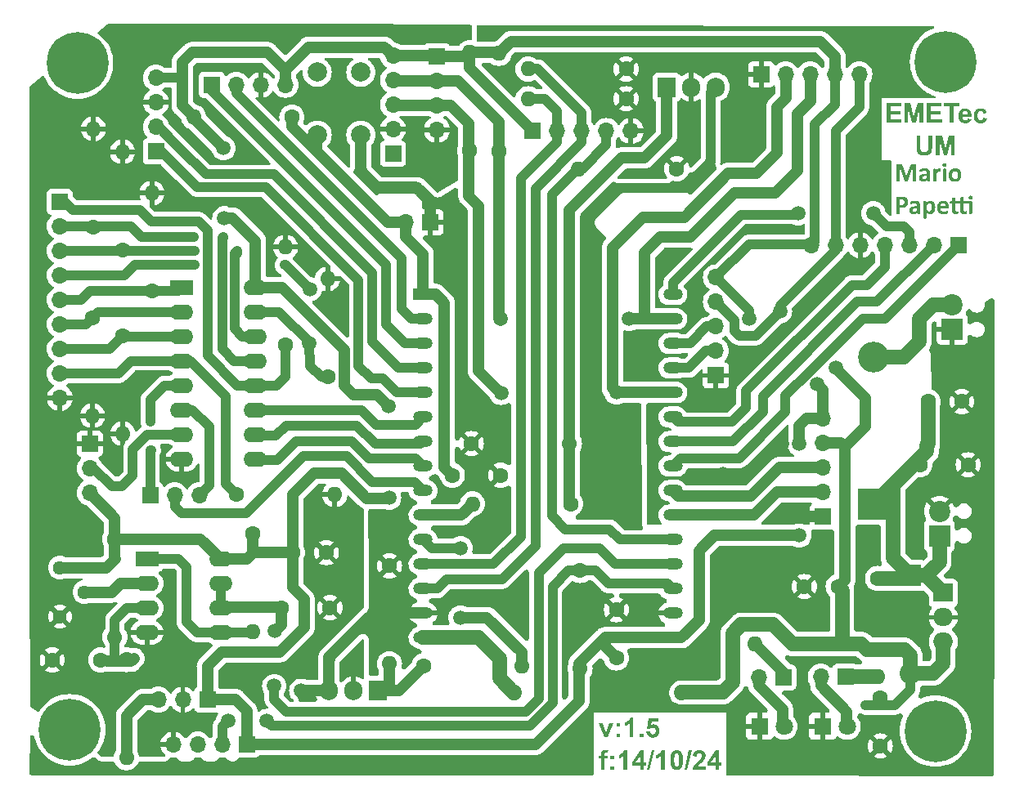
<source format=gbr>
%TF.GenerationSoftware,KiCad,Pcbnew,7.0.9*%
%TF.CreationDate,2024-10-16T11:28:13-03:00*%
%TF.ProjectId,EME,454d452e-6b69-4636-9164-5f7063625858,1.0*%
%TF.SameCoordinates,Original*%
%TF.FileFunction,Copper,L2,Bot*%
%TF.FilePolarity,Positive*%
%FSLAX46Y46*%
G04 Gerber Fmt 4.6, Leading zero omitted, Abs format (unit mm)*
G04 Created by KiCad (PCBNEW 7.0.9) date 2024-10-16 11:28:13*
%MOMM*%
%LPD*%
G01*
G04 APERTURE LIST*
%ADD10C,0.200000*%
%TA.AperFunction,NonConductor*%
%ADD11C,0.200000*%
%TD*%
%TA.AperFunction,ComponentPad*%
%ADD12O,1.700000X1.700000*%
%TD*%
%TA.AperFunction,ComponentPad*%
%ADD13R,1.700000X1.700000*%
%TD*%
%TA.AperFunction,ComponentPad*%
%ADD14O,2.000000X1.200000*%
%TD*%
%TA.AperFunction,ComponentPad*%
%ADD15R,2.000000X1.200000*%
%TD*%
%TA.AperFunction,ComponentPad*%
%ADD16C,1.600000*%
%TD*%
%TA.AperFunction,ComponentPad*%
%ADD17O,2.400000X1.600000*%
%TD*%
%TA.AperFunction,ComponentPad*%
%ADD18R,2.400000X1.600000*%
%TD*%
%TA.AperFunction,ComponentPad*%
%ADD19O,1.600000X1.600000*%
%TD*%
%TA.AperFunction,ComponentPad*%
%ADD20C,2.200000*%
%TD*%
%TA.AperFunction,ComponentPad*%
%ADD21R,2.200000X2.200000*%
%TD*%
%TA.AperFunction,ComponentPad*%
%ADD22C,1.800000*%
%TD*%
%TA.AperFunction,ComponentPad*%
%ADD23R,1.800000X1.800000*%
%TD*%
%TA.AperFunction,ComponentPad*%
%ADD24O,2.200000X2.200000*%
%TD*%
%TA.AperFunction,ComponentPad*%
%ADD25C,0.800000*%
%TD*%
%TA.AperFunction,ComponentPad*%
%ADD26C,6.400000*%
%TD*%
%TA.AperFunction,ComponentPad*%
%ADD27O,2.000000X1.905000*%
%TD*%
%TA.AperFunction,ComponentPad*%
%ADD28R,2.000000X1.905000*%
%TD*%
%TA.AperFunction,ComponentPad*%
%ADD29O,1.905000X2.000000*%
%TD*%
%TA.AperFunction,ComponentPad*%
%ADD30R,1.905000X2.000000*%
%TD*%
%TA.AperFunction,ComponentPad*%
%ADD31O,3.200000X3.200000*%
%TD*%
%TA.AperFunction,ComponentPad*%
%ADD32R,3.200000X3.200000*%
%TD*%
%TA.AperFunction,ComponentPad*%
%ADD33C,2.000000*%
%TD*%
%TA.AperFunction,ComponentPad*%
%ADD34C,1.440000*%
%TD*%
%TA.AperFunction,ViaPad*%
%ADD35C,1.000000*%
%TD*%
%TA.AperFunction,ViaPad*%
%ADD36C,1.500000*%
%TD*%
%TA.AperFunction,Conductor*%
%ADD37C,1.000000*%
%TD*%
%TA.AperFunction,Conductor*%
%ADD38C,1.500000*%
%TD*%
%TA.AperFunction,Conductor*%
%ADD39C,1.200000*%
%TD*%
%TA.AperFunction,Conductor*%
%ADD40C,0.800000*%
%TD*%
G04 APERTURE END LIST*
D10*
D11*
G36*
X106935596Y-31347358D02*
G01*
X106931200Y-31366501D01*
X106927780Y-31372271D01*
X106912694Y-31384693D01*
X106900425Y-31389856D01*
X106880710Y-31395373D01*
X106859644Y-31399357D01*
X106847669Y-31401092D01*
X106827829Y-31402981D01*
X106807794Y-31404141D01*
X106785499Y-31404813D01*
X106764138Y-31405000D01*
X106743134Y-31404813D01*
X106721076Y-31404141D01*
X106701093Y-31402981D01*
X106681095Y-31401092D01*
X106660210Y-31397781D01*
X106641114Y-31393510D01*
X106629316Y-31389856D01*
X106611284Y-31380926D01*
X106601960Y-31372271D01*
X106594175Y-31354044D01*
X106593656Y-31347358D01*
X106593656Y-29904371D01*
X106590725Y-29904371D01*
X106075373Y-31345893D01*
X106067009Y-31364217D01*
X106057299Y-31375690D01*
X106040624Y-31387093D01*
X106023593Y-31394253D01*
X106004511Y-31399003D01*
X105983320Y-31401957D01*
X105969371Y-31403046D01*
X105947580Y-31404076D01*
X105925684Y-31404677D01*
X105904405Y-31404952D01*
X105890237Y-31405000D01*
X105870375Y-31404836D01*
X105849278Y-31404248D01*
X105827588Y-31403076D01*
X105810125Y-31401580D01*
X105788952Y-31398767D01*
X105768882Y-31394646D01*
X105755903Y-31390833D01*
X105738036Y-31382862D01*
X105722198Y-31372271D01*
X105710176Y-31356700D01*
X105706078Y-31345893D01*
X105208799Y-29904371D01*
X105205868Y-29904371D01*
X105205868Y-31347358D01*
X105201472Y-31366501D01*
X105198053Y-31372271D01*
X105182755Y-31384693D01*
X105170209Y-31389856D01*
X105150013Y-31395373D01*
X105129130Y-31399357D01*
X105117452Y-31401092D01*
X105097849Y-31402981D01*
X105077959Y-31404141D01*
X105055748Y-31404813D01*
X105034410Y-31405000D01*
X105013406Y-31404813D01*
X104991348Y-31404141D01*
X104971366Y-31402981D01*
X104951367Y-31401092D01*
X104930367Y-31397781D01*
X104910881Y-31393510D01*
X104898611Y-31389856D01*
X104880338Y-31380926D01*
X104871256Y-31372271D01*
X104864279Y-31353225D01*
X104863928Y-31347358D01*
X104863928Y-29767107D01*
X104864835Y-29746077D01*
X104867554Y-29726645D01*
X104873210Y-29705436D01*
X104881476Y-29686528D01*
X104892352Y-29669921D01*
X104901053Y-29660129D01*
X104918464Y-29645663D01*
X104938212Y-29634750D01*
X104957000Y-29628224D01*
X104977505Y-29624309D01*
X104999727Y-29623004D01*
X105236154Y-29623004D01*
X105259316Y-29623364D01*
X105281171Y-29624446D01*
X105301722Y-29626249D01*
X105324048Y-29629265D01*
X105344598Y-29633262D01*
X105363866Y-29638404D01*
X105384397Y-29645884D01*
X105403342Y-29655074D01*
X105420698Y-29665973D01*
X105422756Y-29667456D01*
X105438662Y-29680370D01*
X105453164Y-29695177D01*
X105466262Y-29711878D01*
X105477955Y-29730471D01*
X105487315Y-29748456D01*
X105496160Y-29768218D01*
X105503333Y-29786570D01*
X105510128Y-29806228D01*
X105516545Y-29827191D01*
X105900983Y-30884274D01*
X105906357Y-30884274D01*
X106304961Y-29830122D01*
X106311842Y-29809142D01*
X106318929Y-29789432D01*
X106326222Y-29770994D01*
X106334991Y-29751089D01*
X106344040Y-29732913D01*
X106355184Y-29713862D01*
X106367121Y-29696765D01*
X106379852Y-29681622D01*
X106393377Y-29668433D01*
X106410125Y-29655579D01*
X106428496Y-29645043D01*
X106448491Y-29636825D01*
X106460300Y-29633262D01*
X106480358Y-29628774D01*
X106501943Y-29625568D01*
X106522082Y-29623815D01*
X106543390Y-29623044D01*
X106549692Y-29623004D01*
X106792470Y-29623004D01*
X106812541Y-29623776D01*
X106832939Y-29626448D01*
X106853063Y-29631590D01*
X106856461Y-29632773D01*
X106875238Y-29641039D01*
X106892478Y-29652940D01*
X106900425Y-29660617D01*
X106912946Y-29677070D01*
X106922071Y-29694689D01*
X106926315Y-29706046D01*
X106931599Y-29725163D01*
X106934690Y-29746241D01*
X106935596Y-29767107D01*
X106935596Y-31347358D01*
G37*
G36*
X107819050Y-30060932D02*
G01*
X107844962Y-30061666D01*
X107870135Y-30062889D01*
X107894570Y-30064602D01*
X107918266Y-30066805D01*
X107941224Y-30069497D01*
X107963444Y-30072678D01*
X107984924Y-30076349D01*
X108005667Y-30080509D01*
X108025671Y-30085159D01*
X108038597Y-30088531D01*
X108057509Y-30094017D01*
X108081723Y-30102161D01*
X108104793Y-30111252D01*
X108126717Y-30121289D01*
X108147497Y-30132272D01*
X108167132Y-30144202D01*
X108185622Y-30157078D01*
X108202967Y-30170900D01*
X108207124Y-30174504D01*
X108223054Y-30189433D01*
X108237868Y-30205401D01*
X108251569Y-30222406D01*
X108264155Y-30240450D01*
X108275627Y-30259531D01*
X108285984Y-30279651D01*
X108295227Y-30300808D01*
X108303356Y-30323004D01*
X108310454Y-30346253D01*
X108316606Y-30370570D01*
X108321812Y-30395956D01*
X108325095Y-30415697D01*
X108327845Y-30436039D01*
X108330063Y-30456981D01*
X108331749Y-30478525D01*
X108332903Y-30500670D01*
X108333524Y-30523416D01*
X108333642Y-30538914D01*
X108333642Y-31354685D01*
X108328820Y-31374553D01*
X108319965Y-31384972D01*
X108302257Y-31394253D01*
X108281935Y-31399636D01*
X108276489Y-31400603D01*
X108255404Y-31402922D01*
X108234552Y-31404158D01*
X108213401Y-31404789D01*
X108193114Y-31404995D01*
X108189539Y-31405000D01*
X108167460Y-31404828D01*
X108147751Y-31404313D01*
X108127752Y-31403277D01*
X108106779Y-31401260D01*
X108099169Y-31400115D01*
X108079207Y-31395178D01*
X108061130Y-31385804D01*
X108059602Y-31384483D01*
X108049527Y-31367386D01*
X108047878Y-31354197D01*
X108047878Y-31256500D01*
X108033497Y-31271425D01*
X108018746Y-31285792D01*
X108003627Y-31299601D01*
X107988138Y-31312851D01*
X107972280Y-31325544D01*
X107956052Y-31337678D01*
X107939456Y-31349254D01*
X107922490Y-31360273D01*
X107905155Y-31370733D01*
X107887451Y-31380634D01*
X107875443Y-31386926D01*
X107857119Y-31395743D01*
X107838417Y-31403692D01*
X107819337Y-31410775D01*
X107799880Y-31416990D01*
X107780045Y-31422338D01*
X107759832Y-31426819D01*
X107739241Y-31430433D01*
X107718272Y-31433179D01*
X107696926Y-31435058D01*
X107675202Y-31436070D01*
X107660509Y-31436263D01*
X107636337Y-31435866D01*
X107612668Y-31434675D01*
X107589503Y-31432691D01*
X107566842Y-31429912D01*
X107544684Y-31426340D01*
X107523031Y-31421974D01*
X107501881Y-31416815D01*
X107481235Y-31410861D01*
X107461176Y-31404129D01*
X107441789Y-31396634D01*
X107423074Y-31388376D01*
X107405031Y-31379354D01*
X107387659Y-31369569D01*
X107370959Y-31359021D01*
X107354931Y-31347709D01*
X107339574Y-31335635D01*
X107321594Y-31319480D01*
X107304903Y-31302156D01*
X107289499Y-31283664D01*
X107275384Y-31264003D01*
X107265019Y-31247432D01*
X107255478Y-31230114D01*
X107246762Y-31212048D01*
X107239091Y-31193111D01*
X107232443Y-31173427D01*
X107226818Y-31152994D01*
X107222215Y-31131814D01*
X107218635Y-31109885D01*
X107216079Y-31087209D01*
X107214544Y-31063785D01*
X107214033Y-31039612D01*
X107214279Y-31026423D01*
X107552065Y-31026423D01*
X107553258Y-31048863D01*
X107556835Y-31069776D01*
X107562798Y-31089163D01*
X107571147Y-31107023D01*
X107581880Y-31123357D01*
X107594998Y-31138164D01*
X107600914Y-31143660D01*
X107617097Y-31155903D01*
X107635117Y-31166071D01*
X107654974Y-31174164D01*
X107676667Y-31180182D01*
X107700197Y-31184124D01*
X107720343Y-31185784D01*
X107736224Y-31186158D01*
X107758683Y-31185287D01*
X107780570Y-31182676D01*
X107801884Y-31178323D01*
X107822625Y-31172228D01*
X107842794Y-31164393D01*
X107862391Y-31154817D01*
X107870069Y-31150498D01*
X107889198Y-31138391D01*
X107908423Y-31124662D01*
X107923871Y-31112511D01*
X107939381Y-31099322D01*
X107954951Y-31085095D01*
X107970583Y-31069830D01*
X107986275Y-31053526D01*
X107994145Y-31044986D01*
X107994145Y-30842264D01*
X107862254Y-30842264D01*
X107841752Y-30842455D01*
X107822015Y-30843027D01*
X107798415Y-30844279D01*
X107776009Y-30846128D01*
X107754795Y-30848573D01*
X107734774Y-30851614D01*
X107719616Y-30854476D01*
X107698223Y-30859302D01*
X107678377Y-30864986D01*
X107657176Y-30872703D01*
X107638079Y-30881589D01*
X107623384Y-30890136D01*
X107606073Y-30902745D01*
X107591266Y-30916636D01*
X107577600Y-30933796D01*
X107569162Y-30948265D01*
X107560897Y-30968272D01*
X107555822Y-30987354D01*
X107552883Y-31007656D01*
X107552065Y-31026423D01*
X107214279Y-31026423D01*
X107214402Y-31019803D01*
X107216043Y-30994165D01*
X107218997Y-30969412D01*
X107223264Y-30945545D01*
X107228843Y-30922564D01*
X107235735Y-30900467D01*
X107243940Y-30879256D01*
X107253458Y-30858931D01*
X107256043Y-30853988D01*
X107267186Y-30834754D01*
X107279612Y-30816374D01*
X107293320Y-30798850D01*
X107308311Y-30782180D01*
X107324583Y-30766366D01*
X107342138Y-30751406D01*
X107360976Y-30737301D01*
X107381095Y-30724050D01*
X107402489Y-30711647D01*
X107425150Y-30700084D01*
X107442978Y-30691963D01*
X107461518Y-30684313D01*
X107480771Y-30677136D01*
X107500736Y-30670432D01*
X107521414Y-30664199D01*
X107542805Y-30658439D01*
X107564908Y-30653151D01*
X107587725Y-30648335D01*
X107611245Y-30643883D01*
X107635461Y-30639869D01*
X107660372Y-30636292D01*
X107685979Y-30633154D01*
X107712281Y-30630453D01*
X107739279Y-30628191D01*
X107766973Y-30626366D01*
X107795362Y-30624979D01*
X107824446Y-30624031D01*
X107844222Y-30623641D01*
X107864307Y-30623447D01*
X107874466Y-30623422D01*
X107994145Y-30623422D01*
X107994145Y-30547219D01*
X107993732Y-30525403D01*
X107992496Y-30504652D01*
X107990435Y-30484965D01*
X107986989Y-30463344D01*
X107982421Y-30443171D01*
X107976567Y-30424425D01*
X107968103Y-30404717D01*
X107957745Y-30386842D01*
X107945495Y-30370798D01*
X107943831Y-30368921D01*
X107929481Y-30355000D01*
X107912812Y-30343032D01*
X107893822Y-30333018D01*
X107875302Y-30325858D01*
X107872512Y-30324958D01*
X107852035Y-30319438D01*
X107829502Y-30315274D01*
X107808551Y-30312784D01*
X107786088Y-30311290D01*
X107766215Y-30310805D01*
X107762114Y-30310792D01*
X107740788Y-30311097D01*
X107720043Y-30312013D01*
X107699878Y-30313539D01*
X107680293Y-30315676D01*
X107656627Y-30319206D01*
X107633867Y-30323691D01*
X107612014Y-30329129D01*
X107607752Y-30330331D01*
X107586915Y-30336532D01*
X107566842Y-30342925D01*
X107547531Y-30349508D01*
X107528984Y-30356282D01*
X107507735Y-30364662D01*
X107487585Y-30373318D01*
X107468586Y-30381973D01*
X107450788Y-30390354D01*
X107431544Y-30399784D01*
X107413936Y-30408840D01*
X107400146Y-30416304D01*
X107381444Y-30425750D01*
X107361525Y-30433096D01*
X107343482Y-30435844D01*
X107324276Y-30431226D01*
X107316615Y-30426074D01*
X107304071Y-30410965D01*
X107297076Y-30397254D01*
X107290850Y-30378027D01*
X107286497Y-30358411D01*
X107285352Y-30351824D01*
X107283127Y-30332383D01*
X107281826Y-30311671D01*
X107281444Y-30291741D01*
X107281871Y-30270705D01*
X107283374Y-30249887D01*
X107286313Y-30230290D01*
X107288283Y-30221887D01*
X107295129Y-30203225D01*
X107305410Y-30186075D01*
X107314173Y-30175481D01*
X107329152Y-30162496D01*
X107347364Y-30151054D01*
X107367315Y-30141079D01*
X107381584Y-30134937D01*
X107400285Y-30127712D01*
X107420121Y-30120694D01*
X107441089Y-30113882D01*
X107463191Y-30107276D01*
X107482475Y-30101929D01*
X107494424Y-30098789D01*
X107514860Y-30093613D01*
X107535869Y-30088771D01*
X107557450Y-30084263D01*
X107579603Y-30080089D01*
X107602330Y-30076249D01*
X107625628Y-30072743D01*
X107635108Y-30071434D01*
X107659041Y-30068338D01*
X107683212Y-30065766D01*
X107702721Y-30064087D01*
X107722383Y-30062744D01*
X107742197Y-30061736D01*
X107762164Y-30061065D01*
X107782283Y-30060729D01*
X107792400Y-30060687D01*
X107819050Y-30060932D01*
G37*
G36*
X109458136Y-30246311D02*
G01*
X109457996Y-30266247D01*
X109457492Y-30287084D01*
X109456488Y-30308044D01*
X109455205Y-30324469D01*
X109452893Y-30345398D01*
X109448979Y-30365300D01*
X109446901Y-30372341D01*
X109438376Y-30390793D01*
X109432735Y-30396765D01*
X109413608Y-30403497D01*
X109410265Y-30403604D01*
X109390395Y-30400379D01*
X109385352Y-30398719D01*
X109366728Y-30392422D01*
X109354089Y-30388461D01*
X109334958Y-30382889D01*
X109316475Y-30378203D01*
X109296275Y-30374696D01*
X109275679Y-30373361D01*
X109271046Y-30373318D01*
X109251232Y-30374761D01*
X109231418Y-30379090D01*
X109213405Y-30385530D01*
X109195201Y-30394546D01*
X109178492Y-30405026D01*
X109161473Y-30417747D01*
X109153810Y-30424120D01*
X109138239Y-30438164D01*
X109124315Y-30452256D01*
X109110109Y-30468031D01*
X109095624Y-30485488D01*
X109089330Y-30493485D01*
X109076518Y-30510327D01*
X109063364Y-30528610D01*
X109052139Y-30544949D01*
X109040676Y-30562289D01*
X109028974Y-30580631D01*
X109017034Y-30599975D01*
X109017034Y-31350778D01*
X109011965Y-31370062D01*
X109008729Y-31374713D01*
X108992781Y-31386705D01*
X108980397Y-31391810D01*
X108960682Y-31396806D01*
X108939616Y-31400195D01*
X108927641Y-31401580D01*
X108907763Y-31403233D01*
X108887628Y-31404248D01*
X108865173Y-31404836D01*
X108843621Y-31405000D01*
X108822237Y-31404836D01*
X108802535Y-31404345D01*
X108782080Y-31403383D01*
X108761695Y-31401790D01*
X108759602Y-31401580D01*
X108738602Y-31398883D01*
X108719116Y-31395151D01*
X108706845Y-31391810D01*
X108688418Y-31383035D01*
X108679002Y-31374713D01*
X108671095Y-31356598D01*
X108670697Y-31350778D01*
X108670697Y-30146172D01*
X108674871Y-30126888D01*
X108677536Y-30122236D01*
X108692919Y-30109509D01*
X108701960Y-30105628D01*
X108721159Y-30099968D01*
X108741444Y-30096278D01*
X108748367Y-30095369D01*
X108769519Y-30093423D01*
X108789315Y-30092431D01*
X108811353Y-30091980D01*
X108819197Y-30091950D01*
X108840232Y-30092164D01*
X108861635Y-30092915D01*
X108882605Y-30094384D01*
X108891981Y-30095369D01*
X108911742Y-30098415D01*
X108931227Y-30103574D01*
X108936434Y-30105628D01*
X108953594Y-30116076D01*
X108959392Y-30122725D01*
X108965991Y-30141180D01*
X108966231Y-30146172D01*
X108966231Y-30296137D01*
X108978115Y-30279055D01*
X108989831Y-30262737D01*
X109004240Y-30243412D01*
X109018387Y-30225280D01*
X109032271Y-30208340D01*
X109045893Y-30192593D01*
X109056601Y-30180854D01*
X109072549Y-30164322D01*
X109088154Y-30149164D01*
X109103416Y-30135379D01*
X109120786Y-30121034D01*
X109137690Y-30108558D01*
X109154573Y-30097599D01*
X109173868Y-30087020D01*
X109193163Y-30078518D01*
X109212459Y-30072091D01*
X109214870Y-30071434D01*
X109234166Y-30066732D01*
X109253461Y-30063374D01*
X109275168Y-30061201D01*
X109292051Y-30060687D01*
X109312762Y-30061305D01*
X109330153Y-30062641D01*
X109350060Y-30065117D01*
X109370396Y-30068880D01*
X109373140Y-30069480D01*
X109392460Y-30074031D01*
X109411242Y-30080226D01*
X109429043Y-30088341D01*
X109435177Y-30092927D01*
X109446413Y-30107093D01*
X109451808Y-30126475D01*
X109452274Y-30129075D01*
X109455108Y-30148944D01*
X109456578Y-30168870D01*
X109456671Y-30170596D01*
X109457505Y-30192105D01*
X109457930Y-30213224D01*
X109458113Y-30234656D01*
X109458136Y-30246311D01*
G37*
G36*
X110011591Y-31350778D02*
G01*
X110006522Y-31370062D01*
X110003286Y-31374713D01*
X109987338Y-31386705D01*
X109974954Y-31391810D01*
X109955239Y-31396806D01*
X109934173Y-31400195D01*
X109922198Y-31401580D01*
X109902320Y-31403233D01*
X109882185Y-31404248D01*
X109859730Y-31404836D01*
X109838178Y-31405000D01*
X109816794Y-31404836D01*
X109797092Y-31404345D01*
X109776637Y-31403383D01*
X109756252Y-31401790D01*
X109754159Y-31401580D01*
X109733158Y-31398883D01*
X109713672Y-31395151D01*
X109701402Y-31391810D01*
X109682975Y-31383035D01*
X109673558Y-31374713D01*
X109665652Y-31356598D01*
X109665254Y-31350778D01*
X109665254Y-30148614D01*
X109670323Y-30129628D01*
X109673558Y-30125167D01*
X109689296Y-30112965D01*
X109701402Y-30107581D01*
X109721358Y-30101825D01*
X109742332Y-30097932D01*
X109754159Y-30096346D01*
X109774234Y-30094221D01*
X109794415Y-30092916D01*
X109816794Y-30092160D01*
X109838178Y-30091950D01*
X109859730Y-30092160D01*
X109879505Y-30092791D01*
X109899930Y-30094028D01*
X109920134Y-30096076D01*
X109922198Y-30096346D01*
X109941623Y-30099123D01*
X109961406Y-30103336D01*
X109974954Y-30107581D01*
X109992925Y-30116194D01*
X110003286Y-30125167D01*
X110011299Y-30143623D01*
X110011591Y-30148614D01*
X110011591Y-31350778D01*
G37*
G36*
X110037969Y-29713862D02*
G01*
X110037595Y-29733520D01*
X110035935Y-29757914D01*
X110032947Y-29780231D01*
X110028631Y-29800473D01*
X110021368Y-29822855D01*
X110012030Y-29841994D01*
X110000617Y-29857889D01*
X109995471Y-29863339D01*
X109976958Y-29877283D01*
X109957595Y-29886700D01*
X109934654Y-29894113D01*
X109913726Y-29898601D01*
X109890507Y-29901807D01*
X109864999Y-29903730D01*
X109844365Y-29904331D01*
X109837201Y-29904371D01*
X109815981Y-29904024D01*
X109796100Y-29902980D01*
X109771675Y-29900507D01*
X109749632Y-29896798D01*
X109729971Y-29891852D01*
X109708743Y-29883931D01*
X109691236Y-29874078D01*
X109679909Y-29864804D01*
X109666130Y-29847551D01*
X109656825Y-29829762D01*
X109649501Y-29808872D01*
X109644155Y-29784882D01*
X109641305Y-29763458D01*
X109639721Y-29740048D01*
X109639364Y-29721189D01*
X109639734Y-29701527D01*
X109641375Y-29677114D01*
X109644329Y-29654762D01*
X109648595Y-29634471D01*
X109655775Y-29612005D01*
X109665005Y-29592759D01*
X109676287Y-29576733D01*
X109681374Y-29571224D01*
X109699755Y-29556947D01*
X109719087Y-29547307D01*
X109742069Y-29539717D01*
X109763081Y-29535122D01*
X109786429Y-29531840D01*
X109812113Y-29529871D01*
X109832908Y-29529255D01*
X109840132Y-29529214D01*
X109861095Y-29529571D01*
X109880753Y-29530640D01*
X109904933Y-29533174D01*
X109926793Y-29536975D01*
X109946332Y-29542043D01*
X109967493Y-29550160D01*
X109985029Y-29560256D01*
X109996448Y-29569759D01*
X110010558Y-29587178D01*
X110020087Y-29605079D01*
X110027588Y-29626057D01*
X110033062Y-29650111D01*
X110035982Y-29671570D01*
X110037604Y-29694999D01*
X110037969Y-29713862D01*
G37*
G36*
X110971354Y-30060861D02*
G01*
X110991417Y-30061381D01*
X111011135Y-30062250D01*
X111040070Y-30064203D01*
X111068231Y-30066938D01*
X111095620Y-30070454D01*
X111122235Y-30074752D01*
X111148078Y-30079831D01*
X111173148Y-30085691D01*
X111197446Y-30092333D01*
X111220970Y-30099756D01*
X111236224Y-30105139D01*
X111258570Y-30113843D01*
X111280176Y-30123286D01*
X111301045Y-30133466D01*
X111321175Y-30144386D01*
X111340566Y-30156044D01*
X111359220Y-30168440D01*
X111377134Y-30181575D01*
X111394310Y-30195448D01*
X111410748Y-30210059D01*
X111426447Y-30225410D01*
X111436503Y-30236053D01*
X111450980Y-30252525D01*
X111464736Y-30269702D01*
X111477771Y-30287582D01*
X111490084Y-30306166D01*
X111501676Y-30325455D01*
X111512547Y-30345447D01*
X111522696Y-30366144D01*
X111532124Y-30387545D01*
X111540831Y-30409650D01*
X111548817Y-30432459D01*
X111553740Y-30448056D01*
X111560636Y-30471921D01*
X111566855Y-30496439D01*
X111572394Y-30521609D01*
X111577256Y-30547432D01*
X111581439Y-30573908D01*
X111584944Y-30601036D01*
X111587770Y-30628817D01*
X111589918Y-30657250D01*
X111591388Y-30686336D01*
X111591991Y-30706089D01*
X111592293Y-30726132D01*
X111592330Y-30736263D01*
X111591965Y-30765240D01*
X111590871Y-30793736D01*
X111589046Y-30821751D01*
X111586491Y-30849286D01*
X111583207Y-30876340D01*
X111579193Y-30902913D01*
X111574449Y-30929005D01*
X111568975Y-30954616D01*
X111562771Y-30979746D01*
X111555837Y-31004395D01*
X111550809Y-31020561D01*
X111542738Y-31044341D01*
X111533910Y-31067502D01*
X111524328Y-31090045D01*
X111513989Y-31111969D01*
X111502895Y-31133276D01*
X111491046Y-31153964D01*
X111478441Y-31174034D01*
X111465080Y-31193485D01*
X111450963Y-31212319D01*
X111436091Y-31230534D01*
X111425757Y-31242334D01*
X111409717Y-31259367D01*
X111392921Y-31275661D01*
X111375370Y-31291218D01*
X111357063Y-31306035D01*
X111338001Y-31320115D01*
X111318183Y-31333455D01*
X111297609Y-31346058D01*
X111276280Y-31357922D01*
X111254195Y-31369047D01*
X111231355Y-31379434D01*
X111215708Y-31385949D01*
X111191699Y-31394940D01*
X111166936Y-31403047D01*
X111141416Y-31410270D01*
X111115141Y-31416609D01*
X111088110Y-31422063D01*
X111060324Y-31426632D01*
X111031781Y-31430317D01*
X111012334Y-31432283D01*
X110992550Y-31433855D01*
X110972430Y-31435034D01*
X110951975Y-31435820D01*
X110931184Y-31436213D01*
X110920662Y-31436263D01*
X110900375Y-31436087D01*
X110880423Y-31435560D01*
X110860808Y-31434683D01*
X110832014Y-31432708D01*
X110803975Y-31429943D01*
X110776693Y-31426388D01*
X110750166Y-31422043D01*
X110724394Y-31416908D01*
X110699378Y-31410983D01*
X110675118Y-31404269D01*
X110651614Y-31396764D01*
X110636364Y-31391322D01*
X110614097Y-31382448D01*
X110592543Y-31372861D01*
X110571702Y-31362561D01*
X110551573Y-31351548D01*
X110532157Y-31339823D01*
X110513454Y-31327386D01*
X110495464Y-31314235D01*
X110478186Y-31300372D01*
X110461621Y-31285796D01*
X110445768Y-31270508D01*
X110435596Y-31259919D01*
X110421027Y-31243447D01*
X110407180Y-31226271D01*
X110394054Y-31208391D01*
X110381649Y-31189806D01*
X110369965Y-31170518D01*
X110359003Y-31150525D01*
X110348762Y-31129828D01*
X110339242Y-31108428D01*
X110330444Y-31086323D01*
X110322367Y-31063514D01*
X110317383Y-31047916D01*
X110310573Y-31023977D01*
X110304434Y-30999419D01*
X110298964Y-30974243D01*
X110294164Y-30948449D01*
X110290034Y-30922036D01*
X110286574Y-30895005D01*
X110283783Y-30867356D01*
X110281662Y-30839089D01*
X110280211Y-30810203D01*
X110279616Y-30790603D01*
X110279318Y-30770728D01*
X110279281Y-30760687D01*
X110279455Y-30747009D01*
X110634898Y-30747009D01*
X110635135Y-30768900D01*
X110635845Y-30790362D01*
X110637028Y-30811398D01*
X110638684Y-30832006D01*
X110640814Y-30852186D01*
X110643416Y-30871939D01*
X110646492Y-30891265D01*
X110650041Y-30910163D01*
X110655227Y-30932901D01*
X110661319Y-30954709D01*
X110668317Y-30975587D01*
X110676221Y-30995534D01*
X110685032Y-31014551D01*
X110694749Y-31032638D01*
X110698890Y-31039612D01*
X110710007Y-31056113D01*
X110722293Y-31071421D01*
X110738579Y-31088217D01*
X110756548Y-31103295D01*
X110772808Y-31114548D01*
X110790237Y-31124609D01*
X110808918Y-31133334D01*
X110828934Y-31140580D01*
X110850286Y-31146347D01*
X110872974Y-31150636D01*
X110896998Y-31153446D01*
X110917178Y-31154629D01*
X110932875Y-31154895D01*
X110956939Y-31154227D01*
X110979977Y-31152223D01*
X111001990Y-31148884D01*
X111022977Y-31144209D01*
X111042939Y-31138199D01*
X111061875Y-31130852D01*
X111069162Y-31127540D01*
X111086674Y-31118242D01*
X111103184Y-31107752D01*
X111121674Y-31093590D01*
X111138722Y-31077710D01*
X111151826Y-31063165D01*
X111163928Y-31047428D01*
X111175053Y-31030558D01*
X111185223Y-31012614D01*
X111194440Y-30993597D01*
X111202702Y-30973506D01*
X111210010Y-30952343D01*
X111216364Y-30930106D01*
X111218639Y-30920910D01*
X111223846Y-30897054D01*
X111227376Y-30877247D01*
X111230341Y-30856799D01*
X111232741Y-30835710D01*
X111234577Y-30813980D01*
X111235848Y-30791609D01*
X111236554Y-30768597D01*
X111236713Y-30750917D01*
X111236484Y-30729035D01*
X111235797Y-30707595D01*
X111234652Y-30686597D01*
X111233049Y-30666043D01*
X111230988Y-30645931D01*
X111228469Y-30626262D01*
X111224677Y-30602298D01*
X111222058Y-30588251D01*
X111217130Y-30565385D01*
X111211201Y-30543496D01*
X111204269Y-30522585D01*
X111196336Y-30502652D01*
X111187401Y-30483697D01*
X111177465Y-30465720D01*
X111173210Y-30458803D01*
X111161963Y-30442149D01*
X111149596Y-30426689D01*
X111136108Y-30412420D01*
X111121499Y-30399345D01*
X111105768Y-30387462D01*
X111088917Y-30376771D01*
X111081863Y-30372829D01*
X111063428Y-30363963D01*
X111043538Y-30356600D01*
X111022193Y-30350740D01*
X110999393Y-30346382D01*
X110975138Y-30343527D01*
X110954686Y-30342325D01*
X110938736Y-30342055D01*
X110915094Y-30342734D01*
X110892407Y-30344774D01*
X110870673Y-30348173D01*
X110849893Y-30352931D01*
X110830067Y-30359049D01*
X110811196Y-30366527D01*
X110803914Y-30369898D01*
X110786402Y-30379079D01*
X110766710Y-30391764D01*
X110748461Y-30406270D01*
X110731654Y-30422596D01*
X110718750Y-30437592D01*
X110709148Y-30450498D01*
X110698000Y-30467510D01*
X110687758Y-30485570D01*
X110678422Y-30504680D01*
X110669993Y-30524840D01*
X110662470Y-30546049D01*
X110655854Y-30568307D01*
X110653461Y-30577505D01*
X110648113Y-30601221D01*
X110644488Y-30620932D01*
X110641442Y-30641299D01*
X110638977Y-30662323D01*
X110637092Y-30684004D01*
X110635787Y-30706340D01*
X110635061Y-30729334D01*
X110634898Y-30747009D01*
X110279455Y-30747009D01*
X110279650Y-30731705D01*
X110280758Y-30703196D01*
X110282604Y-30675159D01*
X110285188Y-30647595D01*
X110288511Y-30620502D01*
X110292573Y-30593882D01*
X110297373Y-30567735D01*
X110302911Y-30542059D01*
X110309188Y-30516856D01*
X110316203Y-30492125D01*
X110321290Y-30475900D01*
X110329532Y-30451954D01*
X110338504Y-30428662D01*
X110348205Y-30406021D01*
X110358637Y-30384034D01*
X110369798Y-30362699D01*
X110381689Y-30342016D01*
X110394310Y-30321987D01*
X110407661Y-30302609D01*
X110421742Y-30283885D01*
X110436552Y-30265813D01*
X110446831Y-30254127D01*
X110462950Y-30237186D01*
X110479798Y-30220983D01*
X110497377Y-30205518D01*
X110515685Y-30190792D01*
X110534723Y-30176804D01*
X110554491Y-30163555D01*
X110574989Y-30151044D01*
X110596216Y-30139272D01*
X110618174Y-30128238D01*
X110640861Y-30117943D01*
X110656392Y-30111489D01*
X110680313Y-30102410D01*
X110704998Y-30094224D01*
X110730447Y-30086932D01*
X110756661Y-30080532D01*
X110783639Y-30075025D01*
X110811381Y-30070411D01*
X110839887Y-30066690D01*
X110869158Y-30063862D01*
X110889096Y-30062473D01*
X110909374Y-30061481D01*
X110929991Y-30060885D01*
X110950949Y-30060687D01*
X110971354Y-30060861D01*
G37*
G36*
X105428578Y-32983175D02*
G01*
X105451538Y-32983691D01*
X105474053Y-32984549D01*
X105496120Y-32985751D01*
X105517742Y-32987297D01*
X105524849Y-32987889D01*
X105547072Y-32990098D01*
X105566797Y-32992517D01*
X105587620Y-32995460D01*
X105609540Y-32998928D01*
X105632557Y-33002921D01*
X105656671Y-33007438D01*
X105661625Y-33008405D01*
X105681676Y-33012733D01*
X105701773Y-33017900D01*
X105721915Y-33023907D01*
X105742103Y-33030753D01*
X105762337Y-33038439D01*
X105782617Y-33046965D01*
X105802943Y-33056330D01*
X105823314Y-33066535D01*
X105843335Y-33077510D01*
X105862607Y-33089188D01*
X105881131Y-33101568D01*
X105898907Y-33114651D01*
X105915936Y-33128435D01*
X105932216Y-33142922D01*
X105947748Y-33158111D01*
X105962533Y-33174002D01*
X105976516Y-33190587D01*
X105989644Y-33207860D01*
X106001917Y-33225819D01*
X106013335Y-33244466D01*
X106023899Y-33263799D01*
X106033607Y-33283819D01*
X106042461Y-33304526D01*
X106050460Y-33325921D01*
X106057558Y-33347986D01*
X106063710Y-33370709D01*
X106068916Y-33394087D01*
X106073175Y-33418122D01*
X106076487Y-33442814D01*
X106078853Y-33468162D01*
X106080273Y-33494166D01*
X106080717Y-33514100D01*
X106080746Y-33520826D01*
X106080334Y-33548553D01*
X106079098Y-33575678D01*
X106077037Y-33602202D01*
X106074152Y-33628125D01*
X106070442Y-33653447D01*
X106065908Y-33678168D01*
X106060550Y-33702288D01*
X106054368Y-33725807D01*
X106047361Y-33748725D01*
X106039530Y-33771042D01*
X106033852Y-33785586D01*
X106024773Y-33806792D01*
X106014938Y-33827363D01*
X106004348Y-33847298D01*
X105993002Y-33866598D01*
X105980900Y-33885263D01*
X105968043Y-33903292D01*
X105954431Y-33920685D01*
X105940062Y-33937444D01*
X105924938Y-33953567D01*
X105909059Y-33969054D01*
X105898053Y-33979026D01*
X105880935Y-33993442D01*
X105863105Y-34007196D01*
X105844562Y-34020289D01*
X105825306Y-34032721D01*
X105805338Y-34044492D01*
X105784657Y-34055602D01*
X105763263Y-34066050D01*
X105741157Y-34075838D01*
X105718338Y-34084964D01*
X105694806Y-34093429D01*
X105678722Y-34098705D01*
X105654043Y-34106038D01*
X105628548Y-34112650D01*
X105602237Y-34118540D01*
X105575110Y-34123709D01*
X105547168Y-34128157D01*
X105518409Y-34131884D01*
X105498784Y-34133968D01*
X105478796Y-34135731D01*
X105458446Y-34137173D01*
X105437733Y-34138295D01*
X105416658Y-34139097D01*
X105395219Y-34139578D01*
X105373419Y-34139738D01*
X105224919Y-34139738D01*
X105224919Y-34707358D01*
X105219699Y-34726501D01*
X105215638Y-34732271D01*
X105200068Y-34744178D01*
X105186329Y-34749856D01*
X105167402Y-34755010D01*
X105147861Y-34758741D01*
X105131618Y-34761092D01*
X105110839Y-34762981D01*
X105089773Y-34764141D01*
X105069337Y-34764755D01*
X105047030Y-34764996D01*
X105043691Y-34765000D01*
X105021642Y-34764813D01*
X105001229Y-34764252D01*
X104979904Y-34763152D01*
X104958467Y-34761332D01*
X104956252Y-34761092D01*
X104935959Y-34758105D01*
X104915259Y-34753892D01*
X104901053Y-34749856D01*
X104882701Y-34741487D01*
X104872233Y-34732271D01*
X104864447Y-34714044D01*
X104863928Y-34707358D01*
X104863928Y-33264371D01*
X105224919Y-33264371D01*
X105224919Y-33858370D01*
X105387096Y-33858370D01*
X105408269Y-33858011D01*
X105428557Y-33856935D01*
X105452671Y-33854581D01*
X105475402Y-33851106D01*
X105496749Y-33846509D01*
X105516713Y-33840792D01*
X105531688Y-33835411D01*
X105552914Y-33826166D01*
X105572629Y-33815650D01*
X105590833Y-33803864D01*
X105607526Y-33790806D01*
X105622707Y-33776478D01*
X105627431Y-33771420D01*
X105640718Y-33755282D01*
X105652733Y-33738012D01*
X105663478Y-33719608D01*
X105672952Y-33700070D01*
X105681155Y-33679399D01*
X105683607Y-33672257D01*
X105690248Y-33650298D01*
X105695514Y-33627652D01*
X105698853Y-33608256D01*
X105701239Y-33588382D01*
X105702670Y-33568032D01*
X105703147Y-33547205D01*
X105702628Y-33524750D01*
X105701071Y-33503302D01*
X105698476Y-33482862D01*
X105694842Y-33463429D01*
X105688841Y-33440555D01*
X105681218Y-33419256D01*
X105671973Y-33399530D01*
X105669930Y-33395774D01*
X105659320Y-33377914D01*
X105647948Y-33361580D01*
X105633293Y-33343995D01*
X105617540Y-33328607D01*
X105600687Y-33315418D01*
X105588841Y-33307847D01*
X105570700Y-33297795D01*
X105552182Y-33289254D01*
X105533285Y-33282224D01*
X105514011Y-33276706D01*
X105494359Y-33272699D01*
X105487725Y-33271699D01*
X105467821Y-33269209D01*
X105447676Y-33267234D01*
X105427292Y-33265774D01*
X105406666Y-33264829D01*
X105385801Y-33264400D01*
X105378792Y-33264371D01*
X105224919Y-33264371D01*
X104863928Y-33264371D01*
X104863928Y-33111964D01*
X104865113Y-33088917D01*
X104868668Y-33068138D01*
X104875811Y-33046760D01*
X104886179Y-33028467D01*
X104897634Y-33015244D01*
X104913385Y-33002681D01*
X104931147Y-32993205D01*
X104950918Y-32986813D01*
X104972700Y-32983507D01*
X104986050Y-32983004D01*
X105405170Y-32983004D01*
X105428578Y-32983175D01*
G37*
G36*
X106806908Y-33420932D02*
G01*
X106832820Y-33421666D01*
X106857993Y-33422889D01*
X106882428Y-33424602D01*
X106906124Y-33426805D01*
X106929082Y-33429497D01*
X106951301Y-33432678D01*
X106972782Y-33436349D01*
X106993525Y-33440509D01*
X107013529Y-33445159D01*
X107026454Y-33448531D01*
X107045367Y-33454017D01*
X107069581Y-33462161D01*
X107092651Y-33471252D01*
X107114575Y-33481289D01*
X107135355Y-33492272D01*
X107154990Y-33504202D01*
X107173480Y-33517078D01*
X107190825Y-33530900D01*
X107194982Y-33534504D01*
X107210911Y-33549433D01*
X107225726Y-33565401D01*
X107239427Y-33582406D01*
X107252013Y-33600450D01*
X107263485Y-33619531D01*
X107273842Y-33639651D01*
X107283085Y-33660808D01*
X107291214Y-33683004D01*
X107298312Y-33706253D01*
X107304464Y-33730570D01*
X107309669Y-33755956D01*
X107312952Y-33775697D01*
X107315703Y-33796039D01*
X107317921Y-33816981D01*
X107319607Y-33838525D01*
X107320760Y-33860670D01*
X107321382Y-33883416D01*
X107321500Y-33898914D01*
X107321500Y-34714685D01*
X107316678Y-34734553D01*
X107307822Y-34744972D01*
X107290115Y-34754253D01*
X107269792Y-34759636D01*
X107264347Y-34760603D01*
X107243262Y-34762922D01*
X107222410Y-34764158D01*
X107201259Y-34764789D01*
X107180971Y-34764995D01*
X107177397Y-34765000D01*
X107155317Y-34764828D01*
X107135608Y-34764313D01*
X107115609Y-34763277D01*
X107094636Y-34761260D01*
X107087027Y-34760115D01*
X107067064Y-34755178D01*
X107048988Y-34745804D01*
X107047459Y-34744483D01*
X107037384Y-34727386D01*
X107035736Y-34714197D01*
X107035736Y-34616500D01*
X107021354Y-34631425D01*
X107006604Y-34645792D01*
X106991484Y-34659601D01*
X106975995Y-34672851D01*
X106960137Y-34685544D01*
X106943910Y-34697678D01*
X106927313Y-34709254D01*
X106910348Y-34720273D01*
X106893013Y-34730733D01*
X106875308Y-34740634D01*
X106863300Y-34746926D01*
X106844976Y-34755743D01*
X106826275Y-34763692D01*
X106807195Y-34770775D01*
X106787738Y-34776990D01*
X106767902Y-34782338D01*
X106747689Y-34786819D01*
X106727099Y-34790433D01*
X106706130Y-34793179D01*
X106684784Y-34795058D01*
X106663059Y-34796070D01*
X106648367Y-34796263D01*
X106624194Y-34795866D01*
X106600525Y-34794675D01*
X106577361Y-34792691D01*
X106554699Y-34789912D01*
X106532542Y-34786340D01*
X106510888Y-34781974D01*
X106489738Y-34776815D01*
X106469092Y-34770861D01*
X106449034Y-34764129D01*
X106429647Y-34756634D01*
X106410932Y-34748376D01*
X106392889Y-34739354D01*
X106375517Y-34729569D01*
X106358817Y-34719021D01*
X106342788Y-34707709D01*
X106327431Y-34695635D01*
X106309452Y-34679480D01*
X106292760Y-34662156D01*
X106277357Y-34643664D01*
X106263241Y-34624003D01*
X106252876Y-34607432D01*
X106243336Y-34590114D01*
X106234619Y-34572048D01*
X106226948Y-34553111D01*
X106220300Y-34533427D01*
X106214675Y-34512994D01*
X106210073Y-34491814D01*
X106206493Y-34469885D01*
X106203936Y-34447209D01*
X106202402Y-34423785D01*
X106201891Y-34399612D01*
X106202137Y-34386423D01*
X106539923Y-34386423D01*
X106541115Y-34408863D01*
X106544693Y-34429776D01*
X106550656Y-34449163D01*
X106559004Y-34467023D01*
X106569738Y-34483357D01*
X106582856Y-34498164D01*
X106588771Y-34503660D01*
X106604955Y-34515903D01*
X106622975Y-34526071D01*
X106642832Y-34534164D01*
X106664525Y-34540182D01*
X106688055Y-34544124D01*
X106708201Y-34545784D01*
X106724082Y-34546158D01*
X106746541Y-34545287D01*
X106768427Y-34542676D01*
X106789741Y-34538323D01*
X106810483Y-34532228D01*
X106830652Y-34524393D01*
X106850249Y-34514817D01*
X106857927Y-34510498D01*
X106877056Y-34498391D01*
X106896281Y-34484662D01*
X106911729Y-34472511D01*
X106927238Y-34459322D01*
X106942809Y-34445095D01*
X106958440Y-34429830D01*
X106974133Y-34413526D01*
X106982002Y-34404986D01*
X106982002Y-34202264D01*
X106850111Y-34202264D01*
X106829610Y-34202455D01*
X106809872Y-34203027D01*
X106786273Y-34204279D01*
X106763867Y-34206128D01*
X106742653Y-34208573D01*
X106722632Y-34211614D01*
X106707473Y-34214476D01*
X106686081Y-34219302D01*
X106666234Y-34224986D01*
X106645034Y-34232703D01*
X106625936Y-34241589D01*
X106611242Y-34250136D01*
X106593931Y-34262745D01*
X106579124Y-34276636D01*
X106565458Y-34293796D01*
X106557020Y-34308265D01*
X106548755Y-34328272D01*
X106543679Y-34347354D01*
X106540741Y-34367656D01*
X106539923Y-34386423D01*
X106202137Y-34386423D01*
X106202260Y-34379803D01*
X106203901Y-34354165D01*
X106206855Y-34329412D01*
X106211121Y-34305545D01*
X106216701Y-34282564D01*
X106223593Y-34260467D01*
X106231798Y-34239256D01*
X106241316Y-34218931D01*
X106243900Y-34213988D01*
X106255044Y-34194754D01*
X106267470Y-34176374D01*
X106281178Y-34158850D01*
X106296168Y-34142180D01*
X106312441Y-34126366D01*
X106329996Y-34111406D01*
X106348833Y-34097301D01*
X106368953Y-34084050D01*
X106390347Y-34071647D01*
X106413008Y-34060084D01*
X106430835Y-34051963D01*
X106449375Y-34044313D01*
X106468628Y-34037136D01*
X106488594Y-34030432D01*
X106509272Y-34024199D01*
X106530662Y-34018439D01*
X106552766Y-34013151D01*
X106575582Y-34008335D01*
X106599102Y-34003883D01*
X106623318Y-33999869D01*
X106648230Y-33996292D01*
X106673837Y-33993154D01*
X106700139Y-33990453D01*
X106727137Y-33988191D01*
X106754830Y-33986366D01*
X106783219Y-33984979D01*
X106812304Y-33984031D01*
X106832080Y-33983641D01*
X106852165Y-33983447D01*
X106862323Y-33983422D01*
X106982002Y-33983422D01*
X106982002Y-33907219D01*
X106981590Y-33885403D01*
X106980354Y-33864652D01*
X106978293Y-33844965D01*
X106974847Y-33823344D01*
X106970279Y-33803171D01*
X106964425Y-33784425D01*
X106955960Y-33764717D01*
X106945603Y-33746842D01*
X106933353Y-33730798D01*
X106931688Y-33728921D01*
X106917339Y-33715000D01*
X106900669Y-33703032D01*
X106881680Y-33693018D01*
X106863160Y-33685858D01*
X106860369Y-33684958D01*
X106839893Y-33679438D01*
X106817360Y-33675274D01*
X106796408Y-33672784D01*
X106773946Y-33671290D01*
X106754072Y-33670805D01*
X106749972Y-33670792D01*
X106728646Y-33671097D01*
X106707901Y-33672013D01*
X106687735Y-33673539D01*
X106668150Y-33675676D01*
X106644484Y-33679206D01*
X106621725Y-33683691D01*
X106599872Y-33689129D01*
X106595610Y-33690331D01*
X106574773Y-33696532D01*
X106554699Y-33702925D01*
X106535389Y-33709508D01*
X106516842Y-33716282D01*
X106495593Y-33724662D01*
X106475443Y-33733318D01*
X106456443Y-33741973D01*
X106438646Y-33750354D01*
X106419402Y-33759784D01*
X106401794Y-33768840D01*
X106388004Y-33776304D01*
X106369302Y-33785750D01*
X106349383Y-33793096D01*
X106331339Y-33795844D01*
X106312134Y-33791226D01*
X106304473Y-33786074D01*
X106291928Y-33770965D01*
X106284933Y-33757254D01*
X106278708Y-33738027D01*
X106274354Y-33718411D01*
X106273210Y-33711824D01*
X106270985Y-33692383D01*
X106269683Y-33671671D01*
X106269302Y-33651741D01*
X106269729Y-33630705D01*
X106271232Y-33609887D01*
X106274170Y-33590290D01*
X106276140Y-33581887D01*
X106282987Y-33563225D01*
X106293268Y-33546075D01*
X106302030Y-33535481D01*
X106317009Y-33522496D01*
X106335221Y-33511054D01*
X106355173Y-33501079D01*
X106369441Y-33494937D01*
X106388143Y-33487712D01*
X106407978Y-33480694D01*
X106428947Y-33473882D01*
X106451049Y-33467276D01*
X106470333Y-33461929D01*
X106482281Y-33458789D01*
X106502718Y-33453613D01*
X106523726Y-33448771D01*
X106545308Y-33444263D01*
X106567461Y-33440089D01*
X106590187Y-33436249D01*
X106613486Y-33432743D01*
X106622965Y-33431434D01*
X106646898Y-33428338D01*
X106671070Y-33425766D01*
X106690579Y-33424087D01*
X106710240Y-33422744D01*
X106730054Y-33421736D01*
X106750021Y-33421065D01*
X106770141Y-33420729D01*
X106780258Y-33420687D01*
X106806908Y-33420932D01*
G37*
G36*
X108418653Y-33421151D02*
G01*
X108442876Y-33422542D01*
X108466395Y-33424860D01*
X108489210Y-33428106D01*
X108511320Y-33432279D01*
X108532727Y-33437379D01*
X108553429Y-33443407D01*
X108573428Y-33450362D01*
X108592722Y-33458245D01*
X108611312Y-33467055D01*
X108623314Y-33473443D01*
X108640774Y-33483679D01*
X108657615Y-33494601D01*
X108673838Y-33506210D01*
X108689443Y-33518506D01*
X108704430Y-33531489D01*
X108718798Y-33545159D01*
X108732548Y-33559516D01*
X108745680Y-33574560D01*
X108758194Y-33590291D01*
X108770089Y-33606708D01*
X108777676Y-33618035D01*
X108788566Y-33635429D01*
X108798890Y-33653355D01*
X108808648Y-33671813D01*
X108817838Y-33690804D01*
X108826462Y-33710327D01*
X108834519Y-33730383D01*
X108842010Y-33750971D01*
X108848934Y-33772091D01*
X108855291Y-33793744D01*
X108861081Y-33815929D01*
X108864626Y-33831015D01*
X108869602Y-33853967D01*
X108874089Y-33877211D01*
X108878086Y-33900747D01*
X108881593Y-33924575D01*
X108884612Y-33948695D01*
X108887140Y-33973107D01*
X108889180Y-33997811D01*
X108890730Y-34022807D01*
X108891790Y-34048094D01*
X108892361Y-34073674D01*
X108892470Y-34090889D01*
X108892332Y-34111097D01*
X108891920Y-34131052D01*
X108891233Y-34150755D01*
X108889688Y-34179838D01*
X108887524Y-34208355D01*
X108884742Y-34236304D01*
X108881342Y-34263687D01*
X108877323Y-34290503D01*
X108872686Y-34316753D01*
X108867431Y-34342436D01*
X108861558Y-34367552D01*
X108857299Y-34383981D01*
X108850508Y-34408096D01*
X108843142Y-34431534D01*
X108835201Y-34454293D01*
X108826685Y-34476373D01*
X108817593Y-34497775D01*
X108807926Y-34518499D01*
X108797683Y-34538545D01*
X108786865Y-34557912D01*
X108775472Y-34576601D01*
X108763504Y-34594611D01*
X108755205Y-34606242D01*
X108742274Y-34623000D01*
X108728758Y-34639020D01*
X108714659Y-34654301D01*
X108699976Y-34668844D01*
X108684709Y-34682649D01*
X108668858Y-34695715D01*
X108652423Y-34708042D01*
X108635404Y-34719631D01*
X108617802Y-34730482D01*
X108599615Y-34740594D01*
X108587166Y-34746926D01*
X108568137Y-34755743D01*
X108548601Y-34763692D01*
X108528558Y-34770775D01*
X108508009Y-34776990D01*
X108486953Y-34782338D01*
X108465390Y-34786819D01*
X108443321Y-34790433D01*
X108420745Y-34793179D01*
X108397663Y-34795058D01*
X108374074Y-34796070D01*
X108358066Y-34796263D01*
X108338226Y-34795902D01*
X108315859Y-34794570D01*
X108294334Y-34792255D01*
X108273651Y-34788960D01*
X108259392Y-34786004D01*
X108240061Y-34781002D01*
X108220964Y-34774971D01*
X108202101Y-34767912D01*
X108183471Y-34759825D01*
X108172930Y-34754741D01*
X108154765Y-34744870D01*
X108136599Y-34734065D01*
X108118434Y-34722324D01*
X108100268Y-34709648D01*
X108089888Y-34701985D01*
X108074398Y-34689866D01*
X108058701Y-34676958D01*
X108042799Y-34663259D01*
X108026690Y-34648770D01*
X108010375Y-34633492D01*
X108004891Y-34628224D01*
X108004891Y-35206102D01*
X107999823Y-35225684D01*
X107996587Y-35230526D01*
X107980639Y-35243590D01*
X107968255Y-35249089D01*
X107948540Y-35255180D01*
X107927474Y-35259210D01*
X107915498Y-35260812D01*
X107895620Y-35262938D01*
X107875486Y-35264243D01*
X107853030Y-35264998D01*
X107831479Y-35265209D01*
X107810094Y-35264998D01*
X107790393Y-35264367D01*
X107769937Y-35263131D01*
X107749553Y-35261083D01*
X107747459Y-35260812D01*
X107726459Y-35257722D01*
X107706973Y-35253428D01*
X107694703Y-35249577D01*
X107677113Y-35240689D01*
X107666859Y-35231015D01*
X107658952Y-35212434D01*
X107658555Y-35206591D01*
X107658555Y-34312173D01*
X108004891Y-34312173D01*
X108018478Y-34330009D01*
X108031945Y-34347064D01*
X108045292Y-34363337D01*
X108058518Y-34378829D01*
X108071624Y-34393539D01*
X108088912Y-34411937D01*
X108105986Y-34428947D01*
X108122846Y-34444567D01*
X108139493Y-34458798D01*
X108143621Y-34462138D01*
X108160192Y-34474503D01*
X108176930Y-34485219D01*
X108198089Y-34496296D01*
X108219510Y-34504797D01*
X108241194Y-34510722D01*
X108263140Y-34514071D01*
X108280886Y-34514895D01*
X108301463Y-34514036D01*
X108321062Y-34511460D01*
X108343290Y-34506102D01*
X108364110Y-34498271D01*
X108383521Y-34487967D01*
X108395680Y-34479724D01*
X108412847Y-34465762D01*
X108428813Y-34450254D01*
X108443576Y-34433201D01*
X108457137Y-34414603D01*
X108467520Y-34397923D01*
X108473349Y-34387400D01*
X108482420Y-34369182D01*
X108490704Y-34350248D01*
X108498200Y-34330599D01*
X108504910Y-34310235D01*
X108510832Y-34289154D01*
X108515968Y-34267359D01*
X108517801Y-34258440D01*
X108522023Y-34236000D01*
X108525529Y-34213560D01*
X108528320Y-34191120D01*
X108530395Y-34168681D01*
X108531755Y-34146241D01*
X108532399Y-34123801D01*
X108532456Y-34114825D01*
X108532273Y-34094896D01*
X108531723Y-34075166D01*
X108530807Y-34055634D01*
X108529147Y-34031499D01*
X108526915Y-34007673D01*
X108524110Y-33984158D01*
X108520732Y-33960952D01*
X108516663Y-33938154D01*
X108511783Y-33916168D01*
X108506092Y-33894992D01*
X108499590Y-33874627D01*
X108492277Y-33855074D01*
X108484153Y-33836331D01*
X108480676Y-33829061D01*
X108471522Y-33811480D01*
X108459340Y-33791925D01*
X108445854Y-33774053D01*
X108431062Y-33757865D01*
X108414965Y-33743359D01*
X108406427Y-33736737D01*
X108388417Y-33724950D01*
X108368828Y-33715602D01*
X108347659Y-33708693D01*
X108324911Y-33704222D01*
X108304746Y-33702359D01*
X108292121Y-33702055D01*
X108270797Y-33703152D01*
X108249569Y-33706443D01*
X108230545Y-33711282D01*
X108224221Y-33713290D01*
X108205146Y-33720455D01*
X108185839Y-33729862D01*
X108168483Y-33740105D01*
X108155345Y-33748949D01*
X108137637Y-33762108D01*
X108121943Y-33775174D01*
X108106061Y-33789690D01*
X108089993Y-33805655D01*
X108083049Y-33812941D01*
X108068990Y-33828265D01*
X108054656Y-33844929D01*
X108040047Y-33862932D01*
X108027663Y-33878958D01*
X108015088Y-33895915D01*
X108004891Y-33910150D01*
X108004891Y-34312173D01*
X107658555Y-34312173D01*
X107658555Y-33506660D01*
X107662729Y-33487376D01*
X107665394Y-33482725D01*
X107680524Y-33469745D01*
X107689330Y-33465628D01*
X107709235Y-33459644D01*
X107729545Y-33456041D01*
X107734759Y-33455369D01*
X107755911Y-33453423D01*
X107775708Y-33452431D01*
X107797745Y-33451980D01*
X107805589Y-33451950D01*
X107825312Y-33452164D01*
X107845602Y-33452915D01*
X107865790Y-33454384D01*
X107874954Y-33455369D01*
X107894623Y-33458117D01*
X107914766Y-33463097D01*
X107920383Y-33465139D01*
X107937747Y-33474413D01*
X107944319Y-33481259D01*
X107950991Y-33500180D01*
X107951158Y-33504218D01*
X107951158Y-33641971D01*
X107967890Y-33625196D01*
X107984503Y-33609065D01*
X108000996Y-33593578D01*
X108017371Y-33578735D01*
X108033626Y-33564536D01*
X108049761Y-33550981D01*
X108056182Y-33545739D01*
X108072399Y-33533098D01*
X108088688Y-33521124D01*
X108105048Y-33509818D01*
X108121479Y-33499180D01*
X108141291Y-33487296D01*
X108161207Y-33476374D01*
X108181477Y-33466265D01*
X108201988Y-33457186D01*
X108222739Y-33449137D01*
X108243730Y-33442119D01*
X108264962Y-33436131D01*
X108272093Y-33434364D01*
X108293783Y-33429716D01*
X108315988Y-33426030D01*
X108338708Y-33423305D01*
X108361944Y-33421542D01*
X108381700Y-33420807D01*
X108393726Y-33420687D01*
X108418653Y-33421151D01*
G37*
G36*
X109743536Y-33421086D02*
G01*
X109771202Y-33422284D01*
X109798078Y-33424280D01*
X109824165Y-33427075D01*
X109849461Y-33430669D01*
X109873967Y-33435061D01*
X109897684Y-33440252D01*
X109920610Y-33446241D01*
X109942747Y-33453029D01*
X109964093Y-33460615D01*
X109977885Y-33466116D01*
X109998054Y-33474943D01*
X110017527Y-33484388D01*
X110036304Y-33494452D01*
X110054386Y-33505134D01*
X110071773Y-33516434D01*
X110088464Y-33528352D01*
X110104460Y-33540889D01*
X110119760Y-33554043D01*
X110134364Y-33567816D01*
X110148273Y-33582208D01*
X110157159Y-33592145D01*
X110170018Y-33607520D01*
X110182215Y-33623418D01*
X110193751Y-33639840D01*
X110204626Y-33656786D01*
X110214840Y-33674255D01*
X110224393Y-33692249D01*
X110233284Y-33710766D01*
X110241515Y-33729807D01*
X110249084Y-33749371D01*
X110255992Y-33769460D01*
X110260230Y-33783143D01*
X110266166Y-33804010D01*
X110271518Y-33825212D01*
X110276287Y-33846749D01*
X110280471Y-33868621D01*
X110284072Y-33890827D01*
X110287089Y-33913369D01*
X110289522Y-33936245D01*
X110291371Y-33959456D01*
X110292636Y-33983002D01*
X110293317Y-34006883D01*
X110293447Y-34022990D01*
X110293447Y-34078189D01*
X110292451Y-34100835D01*
X110289463Y-34121145D01*
X110283459Y-34141888D01*
X110274743Y-34159453D01*
X110265115Y-34171978D01*
X110249819Y-34185228D01*
X110231775Y-34194692D01*
X110210984Y-34200371D01*
X110190538Y-34202234D01*
X110187445Y-34202264D01*
X109441528Y-34202264D01*
X109441981Y-34226495D01*
X109443341Y-34250034D01*
X109445606Y-34272882D01*
X109448779Y-34295038D01*
X109452857Y-34316502D01*
X109457842Y-34337275D01*
X109460090Y-34345390D01*
X109466428Y-34364923D01*
X109473838Y-34383525D01*
X109482323Y-34401196D01*
X109493920Y-34421175D01*
X109507064Y-34439814D01*
X109519197Y-34454323D01*
X109535225Y-34470420D01*
X109552903Y-34485006D01*
X109572228Y-34498080D01*
X109589592Y-34507821D01*
X109608101Y-34516513D01*
X109623733Y-34522711D01*
X109644339Y-34529465D01*
X109666161Y-34535075D01*
X109689199Y-34539540D01*
X109713454Y-34542861D01*
X109733734Y-34544692D01*
X109754792Y-34545792D01*
X109776629Y-34546158D01*
X109798992Y-34545929D01*
X109820654Y-34545242D01*
X109841613Y-34544097D01*
X109861870Y-34542494D01*
X109881424Y-34540433D01*
X109904880Y-34537213D01*
X109927239Y-34533278D01*
X109935875Y-34531503D01*
X109956946Y-34526852D01*
X109977110Y-34522058D01*
X109996368Y-34517121D01*
X110018281Y-34511007D01*
X110038889Y-34504687D01*
X110055066Y-34499263D01*
X110076237Y-34491710D01*
X110095725Y-34484437D01*
X110115936Y-34476469D01*
X110133949Y-34468866D01*
X110138108Y-34467023D01*
X110157629Y-34459295D01*
X110177779Y-34453800D01*
X110191842Y-34452369D01*
X110211305Y-34456662D01*
X110212358Y-34457254D01*
X110225353Y-34472366D01*
X110226036Y-34473862D01*
X110231837Y-34492715D01*
X110233852Y-34508056D01*
X110235117Y-34527771D01*
X110235683Y-34547349D01*
X110235806Y-34563255D01*
X110235599Y-34584069D01*
X110234911Y-34603982D01*
X110234340Y-34613569D01*
X110232369Y-34633851D01*
X110229944Y-34649228D01*
X110224631Y-34668737D01*
X110222128Y-34674141D01*
X110210278Y-34690280D01*
X110207473Y-34693192D01*
X110190865Y-34704549D01*
X110172547Y-34713756D01*
X110158625Y-34720059D01*
X110140239Y-34727729D01*
X110119702Y-34735353D01*
X110100388Y-34741850D01*
X110079494Y-34748313D01*
X110057020Y-34754741D01*
X110037332Y-34759824D01*
X110016739Y-34764692D01*
X109995239Y-34769346D01*
X109972832Y-34773785D01*
X109949519Y-34778009D01*
X109930217Y-34781234D01*
X109915359Y-34783562D01*
X109895285Y-34786539D01*
X109874876Y-34789118D01*
X109854130Y-34791301D01*
X109833049Y-34793087D01*
X109811632Y-34794477D01*
X109789879Y-34795469D01*
X109767790Y-34796064D01*
X109745366Y-34796263D01*
X109725069Y-34796102D01*
X109705089Y-34795621D01*
X109685425Y-34794820D01*
X109656524Y-34793017D01*
X109628335Y-34790492D01*
X109600859Y-34787247D01*
X109574096Y-34783280D01*
X109548046Y-34778591D01*
X109522708Y-34773182D01*
X109498083Y-34767051D01*
X109474170Y-34760199D01*
X109458625Y-34755230D01*
X109435987Y-34747167D01*
X109414054Y-34738366D01*
X109392825Y-34728826D01*
X109372300Y-34718548D01*
X109352479Y-34707531D01*
X109333363Y-34695776D01*
X109314950Y-34683282D01*
X109297241Y-34670050D01*
X109280237Y-34656080D01*
X109263936Y-34641371D01*
X109253461Y-34631154D01*
X109238351Y-34615110D01*
X109223980Y-34598302D01*
X109210347Y-34580729D01*
X109197453Y-34562392D01*
X109185297Y-34543291D01*
X109173880Y-34523426D01*
X109163201Y-34502797D01*
X109153260Y-34481403D01*
X109144058Y-34459245D01*
X109135595Y-34436323D01*
X109130362Y-34420617D01*
X109123117Y-34396330D01*
X109116584Y-34371278D01*
X109110763Y-34345462D01*
X109105656Y-34318882D01*
X109101261Y-34291538D01*
X109097578Y-34263430D01*
X109094609Y-34234557D01*
X109093025Y-34214884D01*
X109091758Y-34194871D01*
X109090808Y-34174519D01*
X109090174Y-34153827D01*
X109089858Y-34132795D01*
X109089818Y-34122152D01*
X109089984Y-34101945D01*
X109090482Y-34081990D01*
X109091312Y-34062286D01*
X109093180Y-34033203D01*
X109095794Y-34004687D01*
X109098352Y-33983422D01*
X109441528Y-33983422D01*
X109958346Y-33983422D01*
X109958494Y-33956590D01*
X109957476Y-33930866D01*
X109955289Y-33906250D01*
X109951934Y-33882741D01*
X109947412Y-33860340D01*
X109941722Y-33839046D01*
X109934864Y-33818860D01*
X109926838Y-33799782D01*
X109917645Y-33781812D01*
X109907284Y-33764949D01*
X109899727Y-33754323D01*
X109883035Y-33734745D01*
X109864221Y-33717778D01*
X109843284Y-33703421D01*
X109820226Y-33691674D01*
X109801540Y-33684577D01*
X109781661Y-33678949D01*
X109760588Y-33674789D01*
X109738321Y-33672097D01*
X109714861Y-33670873D01*
X109706775Y-33670792D01*
X109686585Y-33671400D01*
X109663458Y-33673735D01*
X109641534Y-33677823D01*
X109620811Y-33683662D01*
X109601291Y-33691252D01*
X109591981Y-33695704D01*
X109574247Y-33705482D01*
X109557681Y-33716495D01*
X109542282Y-33728746D01*
X109528051Y-33742233D01*
X109514988Y-33756956D01*
X109510893Y-33762138D01*
X109499335Y-33778424D01*
X109488842Y-33795775D01*
X109479414Y-33814191D01*
X109471051Y-33833671D01*
X109463752Y-33854216D01*
X109461556Y-33861301D01*
X109455642Y-33883008D01*
X109450725Y-33905265D01*
X109446804Y-33928071D01*
X109444297Y-33947496D01*
X109442482Y-33967302D01*
X109441528Y-33983422D01*
X109098352Y-33983422D01*
X109099156Y-33976737D01*
X109103265Y-33949354D01*
X109108121Y-33922538D01*
X109113723Y-33896289D01*
X109120073Y-33870606D01*
X109127170Y-33845490D01*
X109132316Y-33829061D01*
X109140624Y-33804867D01*
X109149610Y-33781376D01*
X109159274Y-33758590D01*
X109169617Y-33736508D01*
X109180638Y-33715130D01*
X109192337Y-33694456D01*
X109204715Y-33674487D01*
X109217771Y-33655221D01*
X109231505Y-33636660D01*
X109245918Y-33618802D01*
X109255903Y-33607288D01*
X109271416Y-33590630D01*
X109287548Y-33574728D01*
X109304298Y-33559581D01*
X109321666Y-33545190D01*
X109339652Y-33531554D01*
X109358256Y-33518674D01*
X109377479Y-33506550D01*
X109397320Y-33495181D01*
X109417779Y-33484568D01*
X109438856Y-33474710D01*
X109453251Y-33468558D01*
X109475308Y-33460003D01*
X109497879Y-33452290D01*
X109520966Y-33445417D01*
X109544568Y-33439387D01*
X109568685Y-33434198D01*
X109593317Y-33429850D01*
X109618465Y-33426344D01*
X109644127Y-33423679D01*
X109670305Y-33421856D01*
X109696998Y-33420874D01*
X109715080Y-33420687D01*
X109743536Y-33421086D01*
G37*
G36*
X111673799Y-33045740D02*
G01*
X111693500Y-33046371D01*
X111713956Y-33047608D01*
X111734340Y-33049656D01*
X111736434Y-33049926D01*
X111756068Y-33052703D01*
X111775852Y-33056916D01*
X111789190Y-33061161D01*
X111807617Y-33070246D01*
X111817034Y-33079235D01*
X111824819Y-33097737D01*
X111825338Y-33104637D01*
X111825338Y-33451950D01*
X112616685Y-33451950D01*
X112637098Y-33452809D01*
X112657875Y-33455981D01*
X112677613Y-33462469D01*
X112694709Y-33473417D01*
X112697773Y-33476374D01*
X112710138Y-33493786D01*
X112717351Y-33513128D01*
X112720648Y-33533239D01*
X112721221Y-33547205D01*
X112721221Y-34710778D01*
X112716152Y-34730062D01*
X112712916Y-34734713D01*
X112696188Y-34746761D01*
X112685073Y-34751322D01*
X112665598Y-34756651D01*
X112644441Y-34760178D01*
X112632316Y-34761580D01*
X112612318Y-34763233D01*
X112592336Y-34764248D01*
X112570278Y-34764836D01*
X112549274Y-34765000D01*
X112527866Y-34764836D01*
X112508094Y-34764345D01*
X112487501Y-34763383D01*
X112466889Y-34761790D01*
X112464766Y-34761580D01*
X112445341Y-34759109D01*
X112425557Y-34755262D01*
X112412009Y-34751322D01*
X112393977Y-34742701D01*
X112384654Y-34734713D01*
X112376747Y-34716598D01*
X112376350Y-34710778D01*
X112376350Y-33733318D01*
X111825338Y-33733318D01*
X111825338Y-34313150D01*
X111825819Y-34337529D01*
X111827261Y-34360350D01*
X111829666Y-34381615D01*
X111833032Y-34401322D01*
X111838591Y-34423766D01*
X111845654Y-34443778D01*
X111854219Y-34461357D01*
X111856113Y-34464581D01*
X111869639Y-34481680D01*
X111886773Y-34495241D01*
X111907512Y-34505264D01*
X111927550Y-34510915D01*
X111950093Y-34514109D01*
X111969930Y-34514895D01*
X111989690Y-34514208D01*
X112009393Y-34511913D01*
X112019267Y-34510010D01*
X112038694Y-34505216D01*
X112057857Y-34499263D01*
X112076900Y-34491898D01*
X112086678Y-34488028D01*
X112106179Y-34483220D01*
X112108660Y-34483143D01*
X112123803Y-34488028D01*
X112134593Y-34504906D01*
X112135526Y-34507568D01*
X112140558Y-34526596D01*
X112143831Y-34545669D01*
X112145914Y-34565476D01*
X112146980Y-34586891D01*
X112147250Y-34606730D01*
X112146975Y-34627785D01*
X112145960Y-34650004D01*
X112144197Y-34669699D01*
X112141266Y-34689116D01*
X112139434Y-34697588D01*
X112133704Y-34717387D01*
X112124408Y-34735739D01*
X112118918Y-34742041D01*
X112102390Y-34754083D01*
X112084225Y-34763380D01*
X112082770Y-34764023D01*
X112063948Y-34771006D01*
X112044522Y-34776805D01*
X112027083Y-34781120D01*
X112006360Y-34785365D01*
X111986731Y-34788615D01*
X111966174Y-34791324D01*
X111956741Y-34792355D01*
X111935622Y-34794244D01*
X111914580Y-34795515D01*
X111893616Y-34796167D01*
X111882002Y-34796263D01*
X111856319Y-34795850D01*
X111831536Y-34794614D01*
X111807653Y-34792553D01*
X111784672Y-34789668D01*
X111762590Y-34785959D01*
X111741410Y-34781425D01*
X111721130Y-34776067D01*
X111701751Y-34769884D01*
X111683234Y-34762977D01*
X111661248Y-34753119D01*
X111640549Y-34741901D01*
X111621139Y-34729324D01*
X111603016Y-34715388D01*
X111586181Y-34700091D01*
X111576699Y-34690261D01*
X111561913Y-34672637D01*
X111548391Y-34653653D01*
X111536134Y-34633310D01*
X111525141Y-34611607D01*
X111517256Y-34593266D01*
X111510181Y-34574055D01*
X111503914Y-34553974D01*
X111498419Y-34532870D01*
X111493656Y-34510834D01*
X111489626Y-34487868D01*
X111486329Y-34463970D01*
X111483764Y-34439141D01*
X111481933Y-34413381D01*
X111481039Y-34393450D01*
X111480559Y-34372995D01*
X111480467Y-34359068D01*
X111480467Y-33733318D01*
X110954368Y-33733318D01*
X110954368Y-34313150D01*
X110954856Y-34337529D01*
X110956322Y-34360350D01*
X110958764Y-34381615D01*
X110962184Y-34401322D01*
X110967832Y-34423766D01*
X110975006Y-34443778D01*
X110983708Y-34461357D01*
X110985631Y-34464581D01*
X110999272Y-34481680D01*
X111016383Y-34495241D01*
X111036962Y-34505264D01*
X111056762Y-34510915D01*
X111078970Y-34514109D01*
X111098471Y-34514895D01*
X111118232Y-34514208D01*
X111137934Y-34511913D01*
X111147808Y-34510010D01*
X111167343Y-34505216D01*
X111186887Y-34499263D01*
X111205703Y-34492239D01*
X111216196Y-34488028D01*
X111235439Y-34483186D01*
X111237201Y-34483143D01*
X111252833Y-34488028D01*
X111263789Y-34504906D01*
X111264556Y-34507568D01*
X111269193Y-34526596D01*
X111272372Y-34545669D01*
X111274456Y-34565476D01*
X111275521Y-34586891D01*
X111275792Y-34606730D01*
X111275517Y-34627785D01*
X111274502Y-34650004D01*
X111272739Y-34669699D01*
X111269808Y-34689116D01*
X111267976Y-34697588D01*
X111262246Y-34717387D01*
X111252949Y-34735739D01*
X111247459Y-34742041D01*
X111230932Y-34754083D01*
X111212766Y-34763380D01*
X111211311Y-34764023D01*
X111192489Y-34771006D01*
X111173064Y-34776805D01*
X111155624Y-34781120D01*
X111134902Y-34785365D01*
X111115272Y-34788615D01*
X111094716Y-34791324D01*
X111085282Y-34792355D01*
X111064047Y-34794244D01*
X111042658Y-34795515D01*
X111021114Y-34796167D01*
X111009078Y-34796263D01*
X110983738Y-34795850D01*
X110959253Y-34794614D01*
X110935622Y-34792553D01*
X110912847Y-34789668D01*
X110890926Y-34785959D01*
X110869860Y-34781425D01*
X110849649Y-34776067D01*
X110830293Y-34769884D01*
X110811890Y-34762977D01*
X110790025Y-34753119D01*
X110769425Y-34741901D01*
X110750088Y-34729324D01*
X110732015Y-34715388D01*
X110715207Y-34700091D01*
X110705729Y-34690261D01*
X110690943Y-34672637D01*
X110677421Y-34653653D01*
X110665164Y-34633310D01*
X110654171Y-34611607D01*
X110646286Y-34593266D01*
X110639211Y-34574055D01*
X110632944Y-34553974D01*
X110627449Y-34532870D01*
X110622686Y-34510834D01*
X110618656Y-34487868D01*
X110615359Y-34463970D01*
X110612794Y-34439141D01*
X110610963Y-34413381D01*
X110610070Y-34393450D01*
X110609589Y-34372995D01*
X110609497Y-34359068D01*
X110609497Y-33733318D01*
X110462951Y-33733318D01*
X110443615Y-33727997D01*
X110429487Y-33713640D01*
X110422896Y-33701078D01*
X110416912Y-33682027D01*
X110413078Y-33660949D01*
X110410834Y-33639609D01*
X110409699Y-33619516D01*
X110409231Y-33597324D01*
X110409218Y-33592634D01*
X110409488Y-33571107D01*
X110410423Y-33549545D01*
X110412223Y-33528692D01*
X110412637Y-33525223D01*
X110415980Y-33504615D01*
X110421643Y-33484786D01*
X110422896Y-33481748D01*
X110433344Y-33464587D01*
X110439993Y-33458789D01*
X110458919Y-33452190D01*
X110463928Y-33451950D01*
X110609497Y-33451950D01*
X110609497Y-33168140D01*
X110613282Y-33148840D01*
X110616824Y-33142250D01*
X110632342Y-33128976D01*
X110644668Y-33123199D01*
X110664717Y-33117202D01*
X110684012Y-33113670D01*
X110697913Y-33111964D01*
X110718147Y-33110075D01*
X110738275Y-33108915D01*
X110760417Y-33108243D01*
X110781444Y-33108056D01*
X110802829Y-33108243D01*
X110822530Y-33108804D01*
X110842986Y-33109903D01*
X110863370Y-33111723D01*
X110865464Y-33111964D01*
X110885098Y-33114530D01*
X110904882Y-33118744D01*
X110918220Y-33123199D01*
X110935810Y-33132468D01*
X110946064Y-33142250D01*
X110953849Y-33161026D01*
X110954368Y-33168140D01*
X110954368Y-33451950D01*
X111480467Y-33451950D01*
X111480467Y-33104637D01*
X111484589Y-33085036D01*
X111487794Y-33079235D01*
X111503312Y-33066383D01*
X111515638Y-33061161D01*
X111535687Y-33055405D01*
X111554982Y-33051800D01*
X111568883Y-33049926D01*
X111589117Y-33047801D01*
X111609245Y-33046496D01*
X111631387Y-33045740D01*
X111652414Y-33045530D01*
X111673799Y-33045740D01*
G37*
G36*
X112572191Y-32889571D02*
G01*
X112591848Y-32890640D01*
X112616028Y-32893174D01*
X112637888Y-32896975D01*
X112657428Y-32902043D01*
X112678589Y-32910160D01*
X112696125Y-32920256D01*
X112707543Y-32929759D01*
X112721654Y-32947178D01*
X112731183Y-32965079D01*
X112738684Y-32986057D01*
X112744158Y-33010111D01*
X112747078Y-33031570D01*
X112748699Y-33054999D01*
X112749064Y-33073862D01*
X112748691Y-33093520D01*
X112747031Y-33117914D01*
X112744043Y-33140231D01*
X112739726Y-33160473D01*
X112732464Y-33182855D01*
X112723126Y-33201994D01*
X112711712Y-33217889D01*
X112706566Y-33223339D01*
X112688053Y-33237283D01*
X112668690Y-33246700D01*
X112645750Y-33254113D01*
X112624821Y-33258601D01*
X112601603Y-33261807D01*
X112576095Y-33263730D01*
X112555461Y-33264331D01*
X112548297Y-33264371D01*
X112527076Y-33264024D01*
X112507195Y-33262980D01*
X112482771Y-33260507D01*
X112460728Y-33256798D01*
X112441067Y-33251852D01*
X112419838Y-33243931D01*
X112402331Y-33234078D01*
X112391004Y-33224804D01*
X112377226Y-33207551D01*
X112367921Y-33189762D01*
X112360596Y-33168872D01*
X112355251Y-33144882D01*
X112352400Y-33123458D01*
X112350816Y-33100048D01*
X112350460Y-33081189D01*
X112350829Y-33061527D01*
X112352470Y-33037114D01*
X112355424Y-33014762D01*
X112359691Y-32994471D01*
X112366870Y-32972005D01*
X112376101Y-32952759D01*
X112387383Y-32936733D01*
X112392470Y-32931224D01*
X112410851Y-32916947D01*
X112430183Y-32907307D01*
X112453164Y-32899717D01*
X112474177Y-32895122D01*
X112497525Y-32891840D01*
X112523208Y-32889871D01*
X112544004Y-32889255D01*
X112551228Y-32889214D01*
X112572191Y-32889571D01*
G37*
D10*
D11*
G36*
X103844675Y-25345000D02*
G01*
X103844675Y-23312899D01*
X105337976Y-23312899D01*
X105337976Y-23656793D01*
X104251584Y-23656793D01*
X104251584Y-24094476D01*
X105262749Y-24094476D01*
X105262749Y-24438370D01*
X104251584Y-24438370D01*
X104251584Y-25001106D01*
X105376566Y-25001106D01*
X105376566Y-25345000D01*
X103844675Y-25345000D01*
G37*
G36*
X105705317Y-25345000D02*
G01*
X105705317Y-23312899D01*
X106313970Y-23312899D01*
X106679357Y-24699221D01*
X107040837Y-23312899D01*
X107650467Y-23312899D01*
X107650467Y-25345000D01*
X107272868Y-25345000D01*
X107272868Y-23745209D01*
X106872798Y-25345000D01*
X106481521Y-25345000D01*
X106082916Y-23745209D01*
X106082916Y-25345000D01*
X105705317Y-25345000D01*
G37*
G36*
X108041744Y-25345000D02*
G01*
X108041744Y-23312899D01*
X109535045Y-23312899D01*
X109535045Y-23656793D01*
X108448653Y-23656793D01*
X108448653Y-24094476D01*
X109459818Y-24094476D01*
X109459818Y-24438370D01*
X108448653Y-24438370D01*
X108448653Y-25001106D01*
X109573635Y-25001106D01*
X109573635Y-25345000D01*
X108041744Y-25345000D01*
G37*
G36*
X110361074Y-25345000D02*
G01*
X110361074Y-23656793D01*
X109763656Y-23656793D01*
X109763656Y-23312899D01*
X111363935Y-23312899D01*
X111363935Y-23656793D01*
X110767983Y-23656793D01*
X110767983Y-25345000D01*
X110361074Y-25345000D01*
G37*
G36*
X111984483Y-23844582D02*
G01*
X112004414Y-23845213D01*
X112024077Y-23846265D01*
X112062599Y-23849631D01*
X112100048Y-23854680D01*
X112136425Y-23861412D01*
X112171730Y-23869827D01*
X112205962Y-23879925D01*
X112239122Y-23891705D01*
X112271209Y-23905169D01*
X112302224Y-23920316D01*
X112332167Y-23937146D01*
X112361037Y-23955659D01*
X112388835Y-23975855D01*
X112415561Y-23997734D01*
X112441214Y-24021295D01*
X112465794Y-24046540D01*
X112477683Y-24059794D01*
X112500483Y-24087616D01*
X112521746Y-24117229D01*
X112541470Y-24148631D01*
X112559657Y-24181823D01*
X112576305Y-24216806D01*
X112584053Y-24234968D01*
X112591416Y-24253577D01*
X112598394Y-24272635D01*
X112604989Y-24292139D01*
X112611198Y-24312091D01*
X112617023Y-24332491D01*
X112622464Y-24353338D01*
X112627520Y-24374632D01*
X112632192Y-24396374D01*
X112636479Y-24418563D01*
X112640381Y-24441200D01*
X112643899Y-24464285D01*
X112647033Y-24487816D01*
X112649782Y-24511796D01*
X112652147Y-24536222D01*
X112654127Y-24561096D01*
X112655723Y-24586418D01*
X112656934Y-24612187D01*
X112657761Y-24638404D01*
X112658203Y-24665067D01*
X112658261Y-24692179D01*
X112657934Y-24719738D01*
X111690732Y-24719738D01*
X111691555Y-24741655D01*
X111693045Y-24762954D01*
X111695203Y-24783634D01*
X111698029Y-24803696D01*
X111701523Y-24823140D01*
X111708016Y-24851147D01*
X111716011Y-24877763D01*
X111725510Y-24902988D01*
X111736511Y-24926821D01*
X111749014Y-24949264D01*
X111763020Y-24970316D01*
X111778529Y-24989976D01*
X111784033Y-24996221D01*
X111801181Y-25013855D01*
X111819101Y-25029754D01*
X111837794Y-25043920D01*
X111857260Y-25056350D01*
X111877499Y-25067046D01*
X111898510Y-25076008D01*
X111920295Y-25083235D01*
X111942852Y-25088728D01*
X111966182Y-25092486D01*
X111990285Y-25094509D01*
X112006782Y-25094895D01*
X112028925Y-25094200D01*
X112050166Y-25092117D01*
X112070507Y-25088644D01*
X112089947Y-25083782D01*
X112108487Y-25077531D01*
X112130395Y-25067763D01*
X112150895Y-25055826D01*
X112158702Y-25050443D01*
X112177349Y-25035228D01*
X112191202Y-25021149D01*
X112204109Y-25005376D01*
X112216069Y-24987909D01*
X112227083Y-24968748D01*
X112237150Y-24947892D01*
X112246271Y-24925341D01*
X112252491Y-24907316D01*
X112637418Y-24969842D01*
X112627800Y-24994324D01*
X112617512Y-25018065D01*
X112606551Y-25041066D01*
X112594919Y-25063326D01*
X112582616Y-25084847D01*
X112569640Y-25105626D01*
X112555993Y-25125666D01*
X112541674Y-25144965D01*
X112526684Y-25163523D01*
X112511022Y-25181342D01*
X112494688Y-25198419D01*
X112477683Y-25214757D01*
X112460006Y-25230354D01*
X112441657Y-25245211D01*
X112422636Y-25259328D01*
X112402944Y-25272704D01*
X112382663Y-25285244D01*
X112361751Y-25296975D01*
X112340210Y-25307897D01*
X112318039Y-25318011D01*
X112295239Y-25327315D01*
X112271809Y-25335810D01*
X112247749Y-25343496D01*
X112223060Y-25350373D01*
X112197740Y-25356441D01*
X112171791Y-25361700D01*
X112145213Y-25366149D01*
X112118005Y-25369790D01*
X112090167Y-25372622D01*
X112061699Y-25374644D01*
X112032602Y-25375858D01*
X112002875Y-25376263D01*
X111979255Y-25376019D01*
X111956022Y-25375288D01*
X111933177Y-25374069D01*
X111910719Y-25372362D01*
X111888648Y-25370168D01*
X111866965Y-25367487D01*
X111845669Y-25364318D01*
X111824760Y-25360662D01*
X111804239Y-25356518D01*
X111784106Y-25351886D01*
X111764359Y-25346767D01*
X111745000Y-25341160D01*
X111726028Y-25335066D01*
X111707444Y-25328484D01*
X111671437Y-25313859D01*
X111636980Y-25297282D01*
X111604072Y-25278756D01*
X111572713Y-25258280D01*
X111542904Y-25235853D01*
X111514645Y-25211477D01*
X111487934Y-25185150D01*
X111462774Y-25156873D01*
X111439162Y-25126646D01*
X111421712Y-25101203D01*
X111405388Y-25074943D01*
X111390189Y-25047867D01*
X111376117Y-25019973D01*
X111363170Y-24991263D01*
X111351349Y-24961737D01*
X111340654Y-24931393D01*
X111331085Y-24900233D01*
X111322641Y-24868257D01*
X111315323Y-24835463D01*
X111309131Y-24801853D01*
X111304065Y-24767426D01*
X111300125Y-24732183D01*
X111297310Y-24696123D01*
X111295622Y-24659246D01*
X111295059Y-24621552D01*
X111295244Y-24598931D01*
X111295799Y-24576619D01*
X111296725Y-24554616D01*
X111298020Y-24532923D01*
X111299686Y-24511538D01*
X111301722Y-24490462D01*
X111304128Y-24469696D01*
X111304137Y-24469633D01*
X111697571Y-24469633D01*
X112274473Y-24469633D01*
X112273677Y-24448884D01*
X112272267Y-24428768D01*
X112270242Y-24409286D01*
X112266053Y-24381251D01*
X112260482Y-24354641D01*
X112253528Y-24329456D01*
X112245192Y-24305697D01*
X112235473Y-24283363D01*
X112224372Y-24262454D01*
X112211889Y-24242971D01*
X112198023Y-24224913D01*
X112188011Y-24213667D01*
X112172218Y-24197953D01*
X112155799Y-24183785D01*
X112138753Y-24171163D01*
X112121080Y-24160086D01*
X112102781Y-24150555D01*
X112083854Y-24142569D01*
X112064301Y-24136129D01*
X112044121Y-24131235D01*
X112023314Y-24127886D01*
X112001880Y-24126083D01*
X111987243Y-24125739D01*
X111963995Y-24126551D01*
X111941510Y-24128985D01*
X111919791Y-24133042D01*
X111898835Y-24138722D01*
X111878643Y-24146025D01*
X111859216Y-24154951D01*
X111840553Y-24165500D01*
X111822654Y-24177671D01*
X111805519Y-24191466D01*
X111789149Y-24206883D01*
X111778660Y-24218063D01*
X111763919Y-24236045D01*
X111750656Y-24255186D01*
X111738869Y-24275486D01*
X111728559Y-24296946D01*
X111719727Y-24319565D01*
X111712371Y-24343342D01*
X111706492Y-24368280D01*
X111702090Y-24394376D01*
X111699164Y-24421631D01*
X111697716Y-24450046D01*
X111697571Y-24469633D01*
X111304137Y-24469633D01*
X111306905Y-24449239D01*
X111310051Y-24429091D01*
X111313568Y-24409252D01*
X111317455Y-24389722D01*
X111321712Y-24370501D01*
X111331337Y-24332987D01*
X111342442Y-24296709D01*
X111355028Y-24261668D01*
X111369095Y-24227863D01*
X111384643Y-24195295D01*
X111401671Y-24163963D01*
X111420180Y-24133868D01*
X111440170Y-24105009D01*
X111461640Y-24077387D01*
X111484591Y-24051001D01*
X111508676Y-24025979D01*
X111533547Y-24002572D01*
X111559204Y-23980779D01*
X111585647Y-23960601D01*
X111612876Y-23942036D01*
X111640891Y-23925086D01*
X111669693Y-23909750D01*
X111699281Y-23896029D01*
X111729655Y-23883922D01*
X111760815Y-23873429D01*
X111792761Y-23864550D01*
X111825493Y-23857286D01*
X111859012Y-23851636D01*
X111893316Y-23847600D01*
X111928407Y-23845179D01*
X111964284Y-23844371D01*
X111984483Y-23844582D01*
G37*
G36*
X114237208Y-24282055D02*
G01*
X113856678Y-24344581D01*
X113852672Y-24324633D01*
X113847799Y-24305637D01*
X113839953Y-24281793D01*
X113830565Y-24259643D01*
X113819635Y-24239188D01*
X113807163Y-24220427D01*
X113793150Y-24203361D01*
X113777595Y-24187989D01*
X113769239Y-24180938D01*
X113751630Y-24168001D01*
X113732755Y-24156789D01*
X113712613Y-24147301D01*
X113691203Y-24139539D01*
X113668527Y-24133502D01*
X113644583Y-24129189D01*
X113619373Y-24126602D01*
X113599634Y-24125793D01*
X113592896Y-24125739D01*
X113566387Y-24126675D01*
X113540900Y-24129483D01*
X113516436Y-24134163D01*
X113492993Y-24140714D01*
X113470571Y-24149138D01*
X113449172Y-24159433D01*
X113428794Y-24171601D01*
X113409439Y-24185640D01*
X113391105Y-24201551D01*
X113373793Y-24219334D01*
X113362819Y-24232229D01*
X113347454Y-24253454D01*
X113333601Y-24277195D01*
X113321259Y-24303451D01*
X113313871Y-24322353D01*
X113307154Y-24342374D01*
X113301109Y-24363512D01*
X113295736Y-24385769D01*
X113291034Y-24409143D01*
X113287004Y-24433636D01*
X113283646Y-24459248D01*
X113280959Y-24485977D01*
X113278944Y-24513824D01*
X113277601Y-24542790D01*
X113276929Y-24572874D01*
X113276845Y-24588335D01*
X113277185Y-24622382D01*
X113278204Y-24655158D01*
X113279902Y-24686664D01*
X113282280Y-24716898D01*
X113285337Y-24745862D01*
X113289073Y-24773555D01*
X113293488Y-24799977D01*
X113298583Y-24825129D01*
X113304357Y-24849009D01*
X113310810Y-24871619D01*
X113317943Y-24892958D01*
X113325755Y-24913025D01*
X113334246Y-24931823D01*
X113343417Y-24949349D01*
X113358446Y-24973256D01*
X113363796Y-24980589D01*
X113380714Y-25001017D01*
X113398680Y-25019435D01*
X113417694Y-25035844D01*
X113437756Y-25050244D01*
X113458864Y-25062635D01*
X113481021Y-25073016D01*
X113504225Y-25081388D01*
X113528476Y-25087751D01*
X113553776Y-25092104D01*
X113580122Y-25094448D01*
X113598269Y-25094895D01*
X113618525Y-25094341D01*
X113638077Y-25092679D01*
X113663050Y-25088741D01*
X113686773Y-25082833D01*
X113709243Y-25074957D01*
X113730461Y-25065111D01*
X113750428Y-25053295D01*
X113769143Y-25039511D01*
X113778032Y-25031880D01*
X113794968Y-25014577D01*
X113810607Y-24994419D01*
X113821485Y-24977428D01*
X113831633Y-24958831D01*
X113841052Y-24938628D01*
X113849740Y-24916819D01*
X113857698Y-24893404D01*
X113864927Y-24868384D01*
X113871425Y-24841759D01*
X113877194Y-24813527D01*
X114256259Y-24876053D01*
X114248447Y-24906538D01*
X114239788Y-24936076D01*
X114230282Y-24964668D01*
X114219928Y-24992313D01*
X114208727Y-25019012D01*
X114196679Y-25044764D01*
X114183784Y-25069570D01*
X114170041Y-25093429D01*
X114155452Y-25116342D01*
X114140015Y-25138309D01*
X114123731Y-25159329D01*
X114106599Y-25179403D01*
X114088621Y-25198530D01*
X114069795Y-25216711D01*
X114050122Y-25233945D01*
X114029602Y-25250233D01*
X114008211Y-25265495D01*
X113985928Y-25279771D01*
X113962752Y-25293064D01*
X113938682Y-25305371D01*
X113913720Y-25316694D01*
X113887865Y-25327032D01*
X113861116Y-25336386D01*
X113833475Y-25344755D01*
X113804940Y-25352140D01*
X113775513Y-25358540D01*
X113745192Y-25363955D01*
X113713979Y-25368386D01*
X113681872Y-25371832D01*
X113648873Y-25374293D01*
X113614980Y-25375770D01*
X113580195Y-25376263D01*
X113560324Y-25376065D01*
X113540706Y-25375471D01*
X113502228Y-25373095D01*
X113464762Y-25369136D01*
X113428306Y-25363592D01*
X113392863Y-25356466D01*
X113358430Y-25347755D01*
X113325009Y-25337460D01*
X113292599Y-25325582D01*
X113261200Y-25312120D01*
X113230813Y-25297074D01*
X113201437Y-25280445D01*
X113173073Y-25262232D01*
X113145719Y-25242435D01*
X113119377Y-25221054D01*
X113094047Y-25198089D01*
X113069727Y-25173541D01*
X113046717Y-25147533D01*
X113025191Y-25120311D01*
X113005150Y-25091876D01*
X112986593Y-25062227D01*
X112969521Y-25031365D01*
X112953933Y-24999289D01*
X112939830Y-24965999D01*
X112927212Y-24931496D01*
X112916078Y-24895780D01*
X112906428Y-24858849D01*
X112898263Y-24820706D01*
X112894737Y-24801178D01*
X112891583Y-24781348D01*
X112888799Y-24761214D01*
X112886387Y-24740777D01*
X112884346Y-24720036D01*
X112882675Y-24698992D01*
X112881377Y-24677645D01*
X112880449Y-24655994D01*
X112879892Y-24634040D01*
X112879706Y-24611782D01*
X112879893Y-24589255D01*
X112880452Y-24567042D01*
X112881385Y-24545143D01*
X112882691Y-24523557D01*
X112884369Y-24502286D01*
X112886421Y-24481328D01*
X112888846Y-24460684D01*
X112891644Y-24440355D01*
X112894815Y-24420339D01*
X112898359Y-24400636D01*
X112902275Y-24381248D01*
X112906565Y-24362174D01*
X112916265Y-24324967D01*
X112927456Y-24289016D01*
X112940139Y-24254320D01*
X112954315Y-24220879D01*
X112969983Y-24188695D01*
X112987143Y-24157766D01*
X113005795Y-24128092D01*
X113025939Y-24099674D01*
X113047576Y-24072511D01*
X113070704Y-24046605D01*
X113095106Y-24022115D01*
X113120560Y-23999206D01*
X113147068Y-23977877D01*
X113174630Y-23958128D01*
X113203244Y-23939958D01*
X113232912Y-23923369D01*
X113263633Y-23908359D01*
X113295408Y-23894930D01*
X113328235Y-23883080D01*
X113362117Y-23872810D01*
X113397051Y-23864121D01*
X113433039Y-23857011D01*
X113470080Y-23851481D01*
X113508174Y-23847531D01*
X113547321Y-23845161D01*
X113567290Y-23844569D01*
X113587522Y-23844371D01*
X113620375Y-23844795D01*
X113652376Y-23846066D01*
X113683527Y-23848184D01*
X113713826Y-23851149D01*
X113743275Y-23854962D01*
X113771872Y-23859621D01*
X113799618Y-23865128D01*
X113826514Y-23871482D01*
X113852558Y-23878684D01*
X113877751Y-23886732D01*
X113902094Y-23895628D01*
X113925585Y-23905371D01*
X113948225Y-23915961D01*
X113970014Y-23927399D01*
X113990952Y-23939683D01*
X114011039Y-23952815D01*
X114030355Y-23966752D01*
X114048981Y-23981575D01*
X114066916Y-23997283D01*
X114084159Y-24013876D01*
X114100713Y-24031355D01*
X114116575Y-24049719D01*
X114131747Y-24068968D01*
X114146228Y-24089103D01*
X114160018Y-24110123D01*
X114173117Y-24132028D01*
X114185526Y-24154819D01*
X114197244Y-24178496D01*
X114208271Y-24203057D01*
X114218608Y-24228504D01*
X114228253Y-24254837D01*
X114237208Y-24282055D01*
G37*
G36*
X106952421Y-26672899D02*
G01*
X107359330Y-26672899D01*
X107359330Y-27775900D01*
X107359389Y-27807968D01*
X107359566Y-27838594D01*
X107359862Y-27867777D01*
X107360276Y-27895518D01*
X107360808Y-27921816D01*
X107361459Y-27946671D01*
X107362228Y-27970084D01*
X107363115Y-27992055D01*
X107364121Y-28012582D01*
X107365851Y-28040669D01*
X107367848Y-28065511D01*
X107370110Y-28087106D01*
X107373541Y-28110851D01*
X107374473Y-28115886D01*
X107379962Y-28138899D01*
X107386723Y-28161046D01*
X107394754Y-28182325D01*
X107404057Y-28202737D01*
X107414630Y-28222282D01*
X107426473Y-28240959D01*
X107439588Y-28258769D01*
X107453974Y-28275712D01*
X107469630Y-28291788D01*
X107486557Y-28306996D01*
X107498548Y-28316653D01*
X107517676Y-28330185D01*
X107538058Y-28342385D01*
X107559694Y-28353254D01*
X107582583Y-28362792D01*
X107606726Y-28371000D01*
X107632122Y-28377876D01*
X107658772Y-28383422D01*
X107686676Y-28387636D01*
X107715833Y-28390520D01*
X107735968Y-28391703D01*
X107756660Y-28392295D01*
X107767215Y-28392369D01*
X107788558Y-28392090D01*
X107809233Y-28391254D01*
X107829239Y-28389861D01*
X107857998Y-28386727D01*
X107885253Y-28382339D01*
X107911006Y-28376698D01*
X107935256Y-28369803D01*
X107958004Y-28361654D01*
X107979248Y-28352252D01*
X107998991Y-28341596D01*
X108017230Y-28329686D01*
X108028555Y-28321050D01*
X108044423Y-28307302D01*
X108059055Y-28292989D01*
X108072450Y-28278108D01*
X108084609Y-28262660D01*
X108098897Y-28241182D01*
X108110987Y-28218697D01*
X108120879Y-28195204D01*
X108128572Y-28170703D01*
X108134068Y-28145195D01*
X108137298Y-28124475D01*
X108140210Y-28101334D01*
X108142805Y-28075772D01*
X108145082Y-28047788D01*
X108146423Y-28027787D01*
X108147623Y-28006709D01*
X108148682Y-27984556D01*
X108149600Y-27961326D01*
X108150377Y-27937020D01*
X108151012Y-27911638D01*
X108151506Y-27885179D01*
X108151859Y-27857645D01*
X108152071Y-27829034D01*
X108152142Y-27799347D01*
X108152142Y-26672899D01*
X108558562Y-26672899D01*
X108558562Y-27738286D01*
X108558530Y-27760914D01*
X108558432Y-27783122D01*
X108558270Y-27804912D01*
X108558043Y-27826282D01*
X108557751Y-27847234D01*
X108557394Y-27867767D01*
X108556972Y-27887882D01*
X108556486Y-27907577D01*
X108555318Y-27945711D01*
X108553891Y-27982170D01*
X108552204Y-28016954D01*
X108550258Y-28050062D01*
X108548052Y-28081495D01*
X108545587Y-28111253D01*
X108542862Y-28139335D01*
X108539877Y-28165742D01*
X108536634Y-28190473D01*
X108533130Y-28213529D01*
X108529367Y-28234910D01*
X108525345Y-28254616D01*
X108518715Y-28282505D01*
X108511097Y-28309570D01*
X108502492Y-28335811D01*
X108492899Y-28361228D01*
X108482319Y-28385820D01*
X108470751Y-28409588D01*
X108458196Y-28432531D01*
X108444653Y-28454651D01*
X108430123Y-28475946D01*
X108414606Y-28496416D01*
X108403712Y-28509605D01*
X108386606Y-28528653D01*
X108368444Y-28546963D01*
X108349225Y-28564534D01*
X108328951Y-28581367D01*
X108307620Y-28597461D01*
X108285233Y-28612817D01*
X108261790Y-28627434D01*
X108237291Y-28641313D01*
X108211736Y-28654454D01*
X108185124Y-28666856D01*
X108166796Y-28674713D01*
X108147938Y-28682167D01*
X108128366Y-28689139D01*
X108108081Y-28695630D01*
X108087082Y-28701641D01*
X108065369Y-28707171D01*
X108042942Y-28712220D01*
X108019802Y-28716788D01*
X107995949Y-28720875D01*
X107971381Y-28724482D01*
X107946100Y-28727607D01*
X107920105Y-28730252D01*
X107893397Y-28732416D01*
X107865975Y-28734099D01*
X107837839Y-28735301D01*
X107808990Y-28736022D01*
X107779427Y-28736263D01*
X107743943Y-28736001D01*
X107709543Y-28735217D01*
X107676227Y-28733910D01*
X107643995Y-28732080D01*
X107612846Y-28729727D01*
X107582781Y-28726852D01*
X107553800Y-28723453D01*
X107525903Y-28719532D01*
X107499090Y-28715088D01*
X107473360Y-28710121D01*
X107448715Y-28704631D01*
X107425153Y-28698619D01*
X107402675Y-28692083D01*
X107381281Y-28685025D01*
X107360971Y-28677444D01*
X107341744Y-28669340D01*
X107323365Y-28660759D01*
X107305474Y-28651869D01*
X107288072Y-28642670D01*
X107262884Y-28628292D01*
X107238796Y-28613218D01*
X107215806Y-28597448D01*
X107193916Y-28580983D01*
X107173125Y-28563823D01*
X107153433Y-28545967D01*
X107134840Y-28527415D01*
X107117346Y-28508168D01*
X107106294Y-28494951D01*
X107090602Y-28474710D01*
X107075949Y-28454290D01*
X107062335Y-28433689D01*
X107049759Y-28412908D01*
X107038223Y-28391946D01*
X107027726Y-28370805D01*
X107018268Y-28349483D01*
X107009849Y-28327980D01*
X107002468Y-28306297D01*
X106996127Y-28284434D01*
X106992477Y-28269759D01*
X106987626Y-28247311D01*
X106983089Y-28223566D01*
X106978864Y-28198524D01*
X106974952Y-28172184D01*
X106971354Y-28144546D01*
X106968068Y-28115611D01*
X106965095Y-28085378D01*
X106962435Y-28053848D01*
X106960088Y-28021020D01*
X106958054Y-27986895D01*
X106956333Y-27951472D01*
X106954924Y-27914752D01*
X106953829Y-27876734D01*
X106953047Y-27837418D01*
X106952773Y-27817274D01*
X106952577Y-27796805D01*
X106952460Y-27776012D01*
X106952421Y-27754895D01*
X106952421Y-26672899D01*
G37*
G36*
X108970355Y-28705000D02*
G01*
X108970355Y-26672899D01*
X109579009Y-26672899D01*
X109944396Y-28059221D01*
X110305875Y-26672899D01*
X110915505Y-26672899D01*
X110915505Y-28705000D01*
X110537906Y-28705000D01*
X110537906Y-27105209D01*
X110137836Y-28705000D01*
X109746559Y-28705000D01*
X109347955Y-27105209D01*
X109347955Y-28705000D01*
X108970355Y-28705000D01*
G37*
D10*
D11*
G36*
X74643279Y-89005000D02*
G01*
X74055143Y-87535635D01*
X74460586Y-87535635D01*
X74735115Y-88285460D01*
X74814738Y-88536053D01*
X74822309Y-88513247D01*
X74829148Y-88492456D01*
X74835254Y-88473680D01*
X74841856Y-88453043D01*
X74848268Y-88432435D01*
X74854252Y-88412010D01*
X74854794Y-88410024D01*
X74860819Y-88390625D01*
X74866987Y-88371203D01*
X74873298Y-88351756D01*
X74879752Y-88332286D01*
X74886350Y-88312792D01*
X74893090Y-88293274D01*
X74895826Y-88285460D01*
X75173286Y-87535635D01*
X75570425Y-87535635D01*
X74990593Y-89005000D01*
X74643279Y-89005000D01*
G37*
G36*
X75873286Y-87910792D02*
G01*
X75873286Y-87535635D01*
X76259678Y-87535635D01*
X76259678Y-87910792D01*
X75873286Y-87910792D01*
G37*
G36*
X75873286Y-89005000D02*
G01*
X75873286Y-88629842D01*
X76259678Y-88629842D01*
X76259678Y-89005000D01*
X75873286Y-89005000D01*
G37*
G36*
X77636720Y-89005000D02*
G01*
X77250816Y-89005000D01*
X77250816Y-87534658D01*
X77224081Y-87560727D01*
X77196754Y-87585933D01*
X77168836Y-87610277D01*
X77140327Y-87633759D01*
X77111225Y-87656378D01*
X77081533Y-87678135D01*
X77051249Y-87699029D01*
X77020373Y-87719061D01*
X76988906Y-87738230D01*
X76956847Y-87756537D01*
X76924196Y-87773981D01*
X76890955Y-87790563D01*
X76857121Y-87806282D01*
X76822696Y-87821139D01*
X76787680Y-87835134D01*
X76752072Y-87848265D01*
X76752072Y-87473108D01*
X76771043Y-87466724D01*
X76790220Y-87459660D01*
X76809603Y-87451916D01*
X76829192Y-87443494D01*
X76848987Y-87434392D01*
X76868988Y-87424611D01*
X76889195Y-87414150D01*
X76909609Y-87403011D01*
X76930228Y-87391192D01*
X76951054Y-87378693D01*
X76972085Y-87365516D01*
X76993323Y-87351659D01*
X77014767Y-87337122D01*
X77036417Y-87321907D01*
X77058272Y-87306012D01*
X77080334Y-87289438D01*
X77102064Y-87272287D01*
X77122924Y-87254786D01*
X77142914Y-87236933D01*
X77162034Y-87218729D01*
X77180283Y-87200175D01*
X77197663Y-87181269D01*
X77214172Y-87162012D01*
X77229811Y-87142404D01*
X77244580Y-87122444D01*
X77258479Y-87102134D01*
X77271508Y-87081473D01*
X77283667Y-87060460D01*
X77294955Y-87039096D01*
X77305374Y-87017382D01*
X77314922Y-86995316D01*
X77323600Y-86972899D01*
X77636720Y-86972899D01*
X77636720Y-89005000D01*
G37*
G36*
X78288360Y-89005000D02*
G01*
X78288360Y-88629842D01*
X78674752Y-88629842D01*
X78674752Y-89005000D01*
X78288360Y-89005000D01*
G37*
G36*
X78989337Y-88423702D02*
G01*
X79373775Y-88379738D01*
X79377456Y-88406233D01*
X79382270Y-88431681D01*
X79388218Y-88456082D01*
X79395299Y-88479435D01*
X79403513Y-88501740D01*
X79412861Y-88522998D01*
X79423343Y-88543208D01*
X79434958Y-88562370D01*
X79447706Y-88580485D01*
X79461588Y-88597553D01*
X79471472Y-88608349D01*
X79486891Y-88623364D01*
X79502739Y-88636903D01*
X79519016Y-88648964D01*
X79535723Y-88659549D01*
X79558667Y-88671364D01*
X79582373Y-88680553D01*
X79606844Y-88687117D01*
X79632077Y-88691056D01*
X79658073Y-88692369D01*
X79680457Y-88691596D01*
X79702180Y-88689277D01*
X79723242Y-88685413D01*
X79743642Y-88680004D01*
X79763382Y-88673049D01*
X79782460Y-88664548D01*
X79800877Y-88654501D01*
X79818633Y-88642909D01*
X79835727Y-88629772D01*
X79852161Y-88615089D01*
X79862749Y-88604441D01*
X79877764Y-88587078D01*
X79891302Y-88568143D01*
X79903364Y-88547636D01*
X79913948Y-88525558D01*
X79923056Y-88501909D01*
X79930687Y-88476689D01*
X79936840Y-88449897D01*
X79941517Y-88421534D01*
X79943815Y-88401752D01*
X79945456Y-88381272D01*
X79946440Y-88360093D01*
X79946769Y-88338217D01*
X79946444Y-88317662D01*
X79945471Y-88297764D01*
X79942795Y-88269147D01*
X79938659Y-88242008D01*
X79933063Y-88216345D01*
X79926008Y-88192159D01*
X79917493Y-88169450D01*
X79907518Y-88148218D01*
X79896083Y-88128463D01*
X79883189Y-88110185D01*
X79868835Y-88093384D01*
X79863726Y-88088112D01*
X79847713Y-88073184D01*
X79830816Y-88059724D01*
X79813035Y-88047733D01*
X79794369Y-88037210D01*
X79774818Y-88028155D01*
X79754383Y-88020569D01*
X79733064Y-88014451D01*
X79710860Y-88009801D01*
X79687772Y-88006620D01*
X79663800Y-88004907D01*
X79647327Y-88004581D01*
X79626700Y-88005191D01*
X79606340Y-88007023D01*
X79586247Y-88010076D01*
X79566421Y-88014351D01*
X79546863Y-88019846D01*
X79527571Y-88026563D01*
X79508547Y-88034501D01*
X79489790Y-88043660D01*
X79471300Y-88054040D01*
X79453077Y-88065642D01*
X79435122Y-88078464D01*
X79417433Y-88092508D01*
X79400012Y-88107773D01*
X79382858Y-88124260D01*
X79365970Y-88141967D01*
X79349351Y-88160896D01*
X79036231Y-88112536D01*
X79234068Y-87004162D01*
X80254515Y-87004162D01*
X80254515Y-87379319D01*
X79526671Y-87379319D01*
X79466099Y-87732006D01*
X79490330Y-87719260D01*
X79514665Y-87707768D01*
X79539102Y-87697530D01*
X79563643Y-87688546D01*
X79588287Y-87680815D01*
X79613034Y-87674338D01*
X79637883Y-87669114D01*
X79662836Y-87665144D01*
X79687892Y-87662428D01*
X79713051Y-87660965D01*
X79729881Y-87660687D01*
X79761692Y-87661414D01*
X79792888Y-87663595D01*
X79823470Y-87667230D01*
X79853437Y-87672319D01*
X79882790Y-87678862D01*
X79911529Y-87686859D01*
X79939653Y-87696310D01*
X79967163Y-87707215D01*
X79994058Y-87719574D01*
X80020339Y-87733387D01*
X80046006Y-87748654D01*
X80071058Y-87765375D01*
X80095495Y-87783551D01*
X80119318Y-87803180D01*
X80142527Y-87824263D01*
X80165122Y-87846800D01*
X80186771Y-87870438D01*
X80207025Y-87894946D01*
X80225881Y-87920325D01*
X80243340Y-87946573D01*
X80259403Y-87973692D01*
X80274069Y-88001680D01*
X80287338Y-88030539D01*
X80299211Y-88060268D01*
X80309687Y-88090867D01*
X80318766Y-88122336D01*
X80326448Y-88154676D01*
X80332733Y-88187885D01*
X80337622Y-88221965D01*
X80341114Y-88256914D01*
X80343209Y-88292734D01*
X80343907Y-88329424D01*
X80343344Y-88360114D01*
X80341656Y-88390393D01*
X80338841Y-88420259D01*
X80334901Y-88449713D01*
X80329835Y-88478755D01*
X80323643Y-88507385D01*
X80316325Y-88535603D01*
X80307882Y-88563408D01*
X80298312Y-88590802D01*
X80287617Y-88617783D01*
X80275796Y-88644352D01*
X80262849Y-88670509D01*
X80248777Y-88696254D01*
X80233578Y-88721586D01*
X80217254Y-88746507D01*
X80199804Y-88771015D01*
X80187382Y-88787334D01*
X80174660Y-88803135D01*
X80161641Y-88818418D01*
X80148322Y-88833182D01*
X80134705Y-88847429D01*
X80120790Y-88861158D01*
X80092062Y-88887061D01*
X80062141Y-88910892D01*
X80031025Y-88932650D01*
X79998714Y-88952337D01*
X79965209Y-88969951D01*
X79930509Y-88985493D01*
X79894615Y-88998962D01*
X79857526Y-89010359D01*
X79838534Y-89015281D01*
X79819243Y-89019685D01*
X79799654Y-89023570D01*
X79779766Y-89026937D01*
X79759579Y-89029787D01*
X79739093Y-89032118D01*
X79718309Y-89033931D01*
X79697227Y-89035226D01*
X79675845Y-89036004D01*
X79654166Y-89036263D01*
X79619703Y-89035614D01*
X79586045Y-89033668D01*
X79553192Y-89030424D01*
X79521145Y-89025882D01*
X79489903Y-89020043D01*
X79459466Y-89012907D01*
X79429834Y-89004473D01*
X79401008Y-88994741D01*
X79372987Y-88983712D01*
X79345771Y-88971386D01*
X79319360Y-88957761D01*
X79293755Y-88942840D01*
X79268955Y-88926620D01*
X79244960Y-88909104D01*
X79221770Y-88890289D01*
X79199385Y-88870177D01*
X79177957Y-88848970D01*
X79157635Y-88826870D01*
X79138420Y-88803877D01*
X79120312Y-88779991D01*
X79103310Y-88755212D01*
X79087415Y-88729539D01*
X79072627Y-88702974D01*
X79058946Y-88675516D01*
X79046371Y-88647165D01*
X79034903Y-88617920D01*
X79024542Y-88587783D01*
X79015287Y-88556753D01*
X79007140Y-88524830D01*
X79000099Y-88492013D01*
X78994164Y-88458304D01*
X78989337Y-88423702D01*
G37*
G36*
X74073217Y-90895635D02*
G01*
X74287173Y-90895635D01*
X74287173Y-90784748D01*
X74287326Y-90761913D01*
X74287784Y-90739815D01*
X74288547Y-90718454D01*
X74289616Y-90697828D01*
X74290990Y-90677940D01*
X74293623Y-90649488D01*
X74296943Y-90622693D01*
X74300950Y-90597556D01*
X74305644Y-90574075D01*
X74311025Y-90552252D01*
X74317093Y-90532087D01*
X74323848Y-90513578D01*
X74326252Y-90507777D01*
X74337052Y-90485474D01*
X74349913Y-90464241D01*
X74364835Y-90444075D01*
X74381817Y-90424979D01*
X74395907Y-90411357D01*
X74411155Y-90398337D01*
X74427563Y-90385918D01*
X74445130Y-90374100D01*
X74463856Y-90362883D01*
X74470355Y-90359277D01*
X74490624Y-90348976D01*
X74511863Y-90339688D01*
X74534073Y-90331414D01*
X74557252Y-90324152D01*
X74581402Y-90317904D01*
X74606523Y-90312669D01*
X74632613Y-90308447D01*
X74659674Y-90305239D01*
X74687705Y-90303043D01*
X74716707Y-90301861D01*
X74736580Y-90301636D01*
X74757133Y-90301819D01*
X74777636Y-90302369D01*
X74798089Y-90303285D01*
X74818493Y-90304567D01*
X74838847Y-90306215D01*
X74859152Y-90308230D01*
X74879407Y-90310612D01*
X74899612Y-90313360D01*
X74919768Y-90316474D01*
X74939874Y-90319954D01*
X74959931Y-90323801D01*
X74979938Y-90328014D01*
X74999895Y-90332594D01*
X75019803Y-90337540D01*
X75039661Y-90342852D01*
X75059469Y-90348531D01*
X75007201Y-90604986D01*
X74984342Y-90599834D01*
X74961680Y-90595368D01*
X74939218Y-90591590D01*
X74916953Y-90588499D01*
X74894888Y-90586095D01*
X74873020Y-90584378D01*
X74851351Y-90583347D01*
X74829881Y-90583004D01*
X74809731Y-90583660D01*
X74786604Y-90586327D01*
X74765767Y-90591045D01*
X74747220Y-90597814D01*
X74727986Y-90608644D01*
X74712049Y-90622429D01*
X74709713Y-90625013D01*
X74697429Y-90643314D01*
X74689133Y-90662737D01*
X74682602Y-90685952D01*
X74678649Y-90707255D01*
X74675825Y-90730984D01*
X74674130Y-90757141D01*
X74673601Y-90778352D01*
X74673565Y-90785725D01*
X74673565Y-90895635D01*
X74961772Y-90895635D01*
X74961772Y-91177002D01*
X74673565Y-91177002D01*
X74673565Y-92365000D01*
X74287173Y-92365000D01*
X74287173Y-91177002D01*
X74073217Y-91177002D01*
X74073217Y-90895635D01*
G37*
G36*
X75248025Y-91270792D02*
G01*
X75248025Y-90895635D01*
X75634417Y-90895635D01*
X75634417Y-91270792D01*
X75248025Y-91270792D01*
G37*
G36*
X75248025Y-92365000D02*
G01*
X75248025Y-91989842D01*
X75634417Y-91989842D01*
X75634417Y-92365000D01*
X75248025Y-92365000D01*
G37*
G36*
X77011458Y-92365000D02*
G01*
X76625554Y-92365000D01*
X76625554Y-90894658D01*
X76598819Y-90920727D01*
X76571493Y-90945933D01*
X76543575Y-90970277D01*
X76515065Y-90993759D01*
X76485964Y-91016378D01*
X76456271Y-91038135D01*
X76425987Y-91059029D01*
X76395111Y-91079061D01*
X76363644Y-91098230D01*
X76331585Y-91116537D01*
X76298935Y-91133981D01*
X76265693Y-91150563D01*
X76231860Y-91166282D01*
X76197435Y-91181139D01*
X76162418Y-91195134D01*
X76126810Y-91208265D01*
X76126810Y-90833108D01*
X76145781Y-90826724D01*
X76164958Y-90819660D01*
X76184341Y-90811916D01*
X76203930Y-90803494D01*
X76223725Y-90794392D01*
X76243726Y-90784611D01*
X76263934Y-90774150D01*
X76284347Y-90763011D01*
X76304966Y-90751192D01*
X76325792Y-90738693D01*
X76346824Y-90725516D01*
X76368061Y-90711659D01*
X76389505Y-90697122D01*
X76411155Y-90681907D01*
X76433011Y-90666012D01*
X76455073Y-90649438D01*
X76476803Y-90632287D01*
X76497663Y-90614786D01*
X76517652Y-90596933D01*
X76536772Y-90578729D01*
X76555022Y-90560175D01*
X76572401Y-90541269D01*
X76588910Y-90522012D01*
X76604549Y-90502404D01*
X76619318Y-90482444D01*
X76633217Y-90462134D01*
X76646246Y-90441473D01*
X76658405Y-90420460D01*
X76669694Y-90399096D01*
X76680112Y-90377382D01*
X76689660Y-90355316D01*
X76698339Y-90332899D01*
X77011458Y-90332899D01*
X77011458Y-92365000D01*
G37*
G36*
X78711388Y-91614685D02*
G01*
X78961493Y-91614685D01*
X78961493Y-91958579D01*
X78711388Y-91958579D01*
X78711388Y-92365000D01*
X78337697Y-92365000D01*
X78337697Y-91958579D01*
X77513621Y-91958579D01*
X77513621Y-91616151D01*
X77514644Y-91614685D01*
X77875101Y-91614685D01*
X78337697Y-91614685D01*
X78337697Y-90952299D01*
X77875101Y-91614685D01*
X77514644Y-91614685D01*
X78387522Y-90364162D01*
X78711388Y-90364162D01*
X78711388Y-91614685D01*
G37*
G36*
X79014738Y-92365000D02*
G01*
X79513482Y-90332899D01*
X79803154Y-90332899D01*
X79299036Y-92365000D01*
X79014738Y-92365000D01*
G37*
G36*
X80903712Y-92365000D02*
G01*
X80517808Y-92365000D01*
X80517808Y-90894658D01*
X80491073Y-90920727D01*
X80463747Y-90945933D01*
X80435829Y-90970277D01*
X80407319Y-90993759D01*
X80378218Y-91016378D01*
X80348525Y-91038135D01*
X80318241Y-91059029D01*
X80287365Y-91079061D01*
X80255898Y-91098230D01*
X80223839Y-91116537D01*
X80191189Y-91133981D01*
X80157947Y-91150563D01*
X80124114Y-91166282D01*
X80089689Y-91181139D01*
X80054672Y-91195134D01*
X80019064Y-91208265D01*
X80019064Y-90833108D01*
X80038035Y-90826724D01*
X80057212Y-90819660D01*
X80076595Y-90811916D01*
X80096184Y-90803494D01*
X80115979Y-90794392D01*
X80135980Y-90784611D01*
X80156188Y-90774150D01*
X80176601Y-90763011D01*
X80197220Y-90751192D01*
X80218046Y-90738693D01*
X80239078Y-90725516D01*
X80260315Y-90711659D01*
X80281759Y-90697122D01*
X80303409Y-90681907D01*
X80325265Y-90666012D01*
X80347327Y-90649438D01*
X80369057Y-90632287D01*
X80389917Y-90614786D01*
X80409906Y-90596933D01*
X80429026Y-90578729D01*
X80447276Y-90560175D01*
X80464655Y-90541269D01*
X80481164Y-90522012D01*
X80496803Y-90502404D01*
X80511572Y-90482444D01*
X80525471Y-90462134D01*
X80538500Y-90441473D01*
X80550659Y-90420460D01*
X80561948Y-90399096D01*
X80572366Y-90377382D01*
X80581914Y-90355316D01*
X80590593Y-90332899D01*
X80903712Y-90332899D01*
X80903712Y-92365000D01*
G37*
G36*
X82161921Y-90333718D02*
G01*
X82196947Y-90336173D01*
X82230981Y-90340266D01*
X82264023Y-90345997D01*
X82296072Y-90353364D01*
X82327129Y-90362368D01*
X82357194Y-90373010D01*
X82386266Y-90385289D01*
X82414346Y-90399205D01*
X82441434Y-90414759D01*
X82467530Y-90431949D01*
X82492634Y-90450777D01*
X82516745Y-90471242D01*
X82539864Y-90493344D01*
X82561991Y-90517083D01*
X82583126Y-90542459D01*
X82595207Y-90558287D01*
X82606905Y-90574753D01*
X82618219Y-90591856D01*
X82629150Y-90609596D01*
X82639698Y-90627973D01*
X82649861Y-90646988D01*
X82659642Y-90666640D01*
X82669038Y-90686929D01*
X82678051Y-90707856D01*
X82686681Y-90729420D01*
X82694927Y-90751621D01*
X82702790Y-90774460D01*
X82710269Y-90797935D01*
X82717364Y-90822049D01*
X82724076Y-90846799D01*
X82730404Y-90872187D01*
X82736349Y-90898212D01*
X82741910Y-90924875D01*
X82747088Y-90952175D01*
X82751882Y-90980112D01*
X82756293Y-91008687D01*
X82760320Y-91037898D01*
X82763964Y-91067748D01*
X82767224Y-91098234D01*
X82770100Y-91129358D01*
X82772593Y-91161119D01*
X82774703Y-91193517D01*
X82776429Y-91226553D01*
X82777771Y-91260226D01*
X82778730Y-91294537D01*
X82779305Y-91329484D01*
X82779497Y-91365069D01*
X82779304Y-91400597D01*
X82778724Y-91435495D01*
X82777758Y-91469764D01*
X82776406Y-91503402D01*
X82774667Y-91536411D01*
X82772542Y-91568791D01*
X82770030Y-91600540D01*
X82767132Y-91631660D01*
X82763848Y-91662151D01*
X82760177Y-91692011D01*
X82756120Y-91721242D01*
X82751676Y-91749843D01*
X82746846Y-91777815D01*
X82741630Y-91805157D01*
X82736027Y-91831869D01*
X82730038Y-91857951D01*
X82723662Y-91883404D01*
X82716900Y-91908227D01*
X82709752Y-91932421D01*
X82702217Y-91955984D01*
X82694296Y-91978918D01*
X82685988Y-92001223D01*
X82677294Y-92022897D01*
X82668214Y-92043942D01*
X82658747Y-92064358D01*
X82648894Y-92084143D01*
X82638654Y-92103299D01*
X82628028Y-92121825D01*
X82617016Y-92139722D01*
X82605617Y-92156989D01*
X82593832Y-92173626D01*
X82581660Y-92189633D01*
X82560703Y-92214655D01*
X82538742Y-92238062D01*
X82515778Y-92259855D01*
X82491810Y-92280034D01*
X82466838Y-92298598D01*
X82440862Y-92315548D01*
X82413883Y-92330884D01*
X82385900Y-92344605D01*
X82356913Y-92356712D01*
X82326923Y-92367205D01*
X82295929Y-92376084D01*
X82263931Y-92383348D01*
X82230930Y-92388998D01*
X82196924Y-92393034D01*
X82161916Y-92395455D01*
X82125903Y-92396263D01*
X82089589Y-92395377D01*
X82054164Y-92392721D01*
X82019629Y-92388294D01*
X81985983Y-92382096D01*
X81953225Y-92374128D01*
X81921357Y-92364389D01*
X81890379Y-92352879D01*
X81860289Y-92339598D01*
X81831089Y-92324547D01*
X81802778Y-92307725D01*
X81775356Y-92289132D01*
X81748823Y-92268768D01*
X81723179Y-92246633D01*
X81698425Y-92222728D01*
X81674560Y-92197052D01*
X81651584Y-92169605D01*
X81629815Y-92139886D01*
X81609452Y-92107392D01*
X81599796Y-92090105D01*
X81590492Y-92072124D01*
X81581539Y-92053449D01*
X81572937Y-92034081D01*
X81564687Y-92014019D01*
X81556787Y-91993264D01*
X81549238Y-91971815D01*
X81542041Y-91949672D01*
X81535194Y-91926836D01*
X81528699Y-91903306D01*
X81522555Y-91879083D01*
X81516762Y-91854166D01*
X81511320Y-91828555D01*
X81506229Y-91802251D01*
X81501489Y-91775253D01*
X81497100Y-91747561D01*
X81493062Y-91719176D01*
X81489376Y-91690097D01*
X81486040Y-91660325D01*
X81483056Y-91629859D01*
X81480423Y-91598699D01*
X81478141Y-91566846D01*
X81476210Y-91534300D01*
X81474630Y-91501059D01*
X81473401Y-91467125D01*
X81472523Y-91432497D01*
X81471996Y-91397176D01*
X81471840Y-91365069D01*
X81875799Y-91365069D01*
X81875833Y-91386383D01*
X81875938Y-91407276D01*
X81876112Y-91427748D01*
X81876356Y-91447799D01*
X81876669Y-91467429D01*
X81877505Y-91505428D01*
X81878619Y-91541744D01*
X81880012Y-91576377D01*
X81881684Y-91609327D01*
X81883634Y-91640594D01*
X81885863Y-91670178D01*
X81888370Y-91698079D01*
X81891156Y-91724297D01*
X81894220Y-91748832D01*
X81897563Y-91771684D01*
X81901185Y-91792853D01*
X81905085Y-91812339D01*
X81911458Y-91838412D01*
X81918307Y-91861749D01*
X81925483Y-91883583D01*
X81932985Y-91903915D01*
X81940813Y-91922744D01*
X81951758Y-91945512D01*
X81963283Y-91965609D01*
X81975389Y-91983034D01*
X81991336Y-92001059D01*
X82001339Y-92009870D01*
X82018806Y-92022114D01*
X82037012Y-92032282D01*
X82055958Y-92040375D01*
X82075643Y-92046392D01*
X82096067Y-92050335D01*
X82117231Y-92052203D01*
X82125903Y-92052369D01*
X82147375Y-92051307D01*
X82168130Y-92048123D01*
X82188171Y-92042816D01*
X82207496Y-92035386D01*
X82226105Y-92025833D01*
X82243998Y-92014158D01*
X82250956Y-92008893D01*
X82267585Y-91993638D01*
X82282974Y-91975043D01*
X82294393Y-91957763D01*
X82305017Y-91938345D01*
X82314848Y-91916791D01*
X82323885Y-91893099D01*
X82330142Y-91873928D01*
X82335952Y-91853555D01*
X82343110Y-91824775D01*
X82347492Y-91803633D01*
X82351560Y-91780926D01*
X82355315Y-91756654D01*
X82358757Y-91730818D01*
X82361887Y-91703417D01*
X82364703Y-91674452D01*
X82367207Y-91643921D01*
X82369397Y-91611826D01*
X82371275Y-91578166D01*
X82372839Y-91542942D01*
X82374091Y-91506153D01*
X82375030Y-91467799D01*
X82375382Y-91448036D01*
X82375656Y-91427881D01*
X82375851Y-91407335D01*
X82375969Y-91386398D01*
X82376008Y-91365069D01*
X82375973Y-91343786D01*
X82375869Y-91322924D01*
X82375694Y-91302483D01*
X82375451Y-91282462D01*
X82375137Y-91262862D01*
X82374302Y-91224924D01*
X82373187Y-91188669D01*
X82371794Y-91154097D01*
X82370123Y-91121209D01*
X82368173Y-91090003D01*
X82365944Y-91060480D01*
X82363437Y-91032640D01*
X82360651Y-91006483D01*
X82357586Y-90982009D01*
X82354243Y-90959218D01*
X82350621Y-90938110D01*
X82346721Y-90918685D01*
X82340348Y-90892704D01*
X82333495Y-90869275D01*
X82326306Y-90847349D01*
X82318783Y-90826925D01*
X82310925Y-90808005D01*
X82299926Y-90785115D01*
X82288332Y-90764896D01*
X82276143Y-90747349D01*
X82263358Y-90732473D01*
X82249979Y-90720268D01*
X82232653Y-90707744D01*
X82214563Y-90697342D01*
X82195711Y-90689063D01*
X82176095Y-90682907D01*
X82155716Y-90678873D01*
X82134574Y-90676963D01*
X82125903Y-90676793D01*
X82104432Y-90677854D01*
X82083676Y-90681039D01*
X82063636Y-90686346D01*
X82044311Y-90693775D01*
X82025702Y-90703328D01*
X82007808Y-90715004D01*
X82000851Y-90720268D01*
X81984221Y-90735524D01*
X81968832Y-90754119D01*
X81957414Y-90771399D01*
X81946789Y-90790816D01*
X81936958Y-90812371D01*
X81927921Y-90836062D01*
X81921665Y-90855233D01*
X81915854Y-90875607D01*
X81911004Y-90894577D01*
X81906466Y-90915098D01*
X81902242Y-90937167D01*
X81898330Y-90960786D01*
X81894731Y-90985955D01*
X81891445Y-91012673D01*
X81888472Y-91040940D01*
X81885812Y-91070757D01*
X81883465Y-91102123D01*
X81881431Y-91135038D01*
X81879710Y-91169503D01*
X81878302Y-91205518D01*
X81877207Y-91243081D01*
X81876424Y-91282195D01*
X81876151Y-91302332D01*
X81875955Y-91322857D01*
X81875838Y-91343770D01*
X81875799Y-91365069D01*
X81471840Y-91365069D01*
X81471821Y-91361161D01*
X81472014Y-91325814D01*
X81472594Y-91291090D01*
X81473560Y-91256991D01*
X81474912Y-91223515D01*
X81476651Y-91190664D01*
X81478776Y-91158436D01*
X81481288Y-91126832D01*
X81484186Y-91095853D01*
X81487470Y-91065497D01*
X81491141Y-91035765D01*
X81495198Y-91006657D01*
X81499642Y-90978173D01*
X81504472Y-90950313D01*
X81509688Y-90923078D01*
X81515291Y-90896466D01*
X81521280Y-90870478D01*
X81527656Y-90845113D01*
X81534418Y-90820373D01*
X81541566Y-90796257D01*
X81549101Y-90772765D01*
X81557022Y-90749897D01*
X81565330Y-90727653D01*
X81574024Y-90706032D01*
X81583104Y-90685036D01*
X81592571Y-90664664D01*
X81602424Y-90644915D01*
X81612664Y-90625791D01*
X81623290Y-90607291D01*
X81634302Y-90589414D01*
X81645701Y-90572162D01*
X81657486Y-90555533D01*
X81669658Y-90539528D01*
X81690617Y-90514507D01*
X81712583Y-90491100D01*
X81735557Y-90469307D01*
X81759539Y-90449128D01*
X81784528Y-90430564D01*
X81810525Y-90413614D01*
X81837529Y-90398278D01*
X81865540Y-90384556D01*
X81894559Y-90372449D01*
X81924586Y-90361956D01*
X81955620Y-90353078D01*
X81987662Y-90345813D01*
X82020711Y-90340163D01*
X82054767Y-90336128D01*
X82089832Y-90333706D01*
X82125903Y-90332899D01*
X82161921Y-90333718D01*
G37*
G36*
X82906992Y-92365000D02*
G01*
X83405736Y-90332899D01*
X83695408Y-90332899D01*
X83191290Y-92365000D01*
X82906992Y-92365000D01*
G37*
G36*
X85112016Y-91989842D02*
G01*
X85112016Y-92365000D01*
X83758422Y-92365000D01*
X83761514Y-92339865D01*
X83765292Y-92314899D01*
X83769757Y-92290101D01*
X83774909Y-92265471D01*
X83780748Y-92241008D01*
X83787274Y-92216714D01*
X83794486Y-92192587D01*
X83802386Y-92168628D01*
X83810973Y-92144837D01*
X83820246Y-92121215D01*
X83830207Y-92097760D01*
X83840854Y-92074473D01*
X83852189Y-92051354D01*
X83864210Y-92028402D01*
X83876918Y-92005619D01*
X83890314Y-91983004D01*
X83904890Y-91959951D01*
X83921142Y-91935979D01*
X83939069Y-91911088D01*
X83958671Y-91885276D01*
X83979949Y-91858545D01*
X84002902Y-91830894D01*
X84027530Y-91802323D01*
X84053834Y-91772833D01*
X84067614Y-91757743D01*
X84081813Y-91742423D01*
X84096431Y-91726873D01*
X84111468Y-91711093D01*
X84126923Y-91695083D01*
X84142798Y-91678843D01*
X84159091Y-91662373D01*
X84175803Y-91645674D01*
X84192934Y-91628744D01*
X84210483Y-91611585D01*
X84228452Y-91594195D01*
X84246839Y-91576576D01*
X84265646Y-91558727D01*
X84284871Y-91540647D01*
X84304515Y-91522338D01*
X84324577Y-91503799D01*
X84340714Y-91488869D01*
X84356455Y-91474244D01*
X84371801Y-91459923D01*
X84386752Y-91445906D01*
X84401309Y-91432194D01*
X84429236Y-91405682D01*
X84455584Y-91380387D01*
X84480352Y-91356310D01*
X84503540Y-91333451D01*
X84525147Y-91311809D01*
X84545175Y-91291384D01*
X84563623Y-91272176D01*
X84580491Y-91254186D01*
X84595779Y-91237414D01*
X84609488Y-91221859D01*
X84627087Y-91200808D01*
X84641132Y-91182497D01*
X84645024Y-91177002D01*
X84659253Y-91154771D01*
X84672083Y-91132592D01*
X84683514Y-91110464D01*
X84693544Y-91088388D01*
X84702175Y-91066363D01*
X84709407Y-91044390D01*
X84715238Y-91022468D01*
X84719671Y-91000598D01*
X84722703Y-90978779D01*
X84724336Y-90957012D01*
X84724647Y-90942529D01*
X84724037Y-90919052D01*
X84722208Y-90896613D01*
X84719160Y-90875214D01*
X84714893Y-90854854D01*
X84709406Y-90835532D01*
X84700193Y-90811386D01*
X84688813Y-90789088D01*
X84675265Y-90768636D01*
X84659550Y-90750032D01*
X84655282Y-90745669D01*
X84637117Y-90729526D01*
X84617302Y-90715536D01*
X84595840Y-90703698D01*
X84572728Y-90694012D01*
X84547968Y-90686479D01*
X84528316Y-90682241D01*
X84507737Y-90679214D01*
X84486230Y-90677398D01*
X84463796Y-90676793D01*
X84441519Y-90677428D01*
X84420118Y-90679335D01*
X84399593Y-90682512D01*
X84379944Y-90686960D01*
X84361171Y-90692678D01*
X84337502Y-90702280D01*
X84315391Y-90714141D01*
X84294836Y-90728261D01*
X84275838Y-90744641D01*
X84271332Y-90749089D01*
X84254441Y-90768659D01*
X84243005Y-90785300D01*
X84232626Y-90803624D01*
X84223302Y-90823631D01*
X84215034Y-90845321D01*
X84207823Y-90868693D01*
X84201668Y-90893749D01*
X84196569Y-90920488D01*
X84192526Y-90948910D01*
X84190417Y-90968793D01*
X84188778Y-90989424D01*
X83803852Y-90951322D01*
X83806132Y-90930836D01*
X83808700Y-90910715D01*
X83811555Y-90890959D01*
X83814697Y-90871569D01*
X83821843Y-90833885D01*
X83830138Y-90797663D01*
X83839582Y-90762902D01*
X83850174Y-90729603D01*
X83861915Y-90697765D01*
X83874804Y-90667390D01*
X83888842Y-90638475D01*
X83904029Y-90611023D01*
X83920365Y-90585032D01*
X83937849Y-90560503D01*
X83956482Y-90537435D01*
X83976264Y-90515829D01*
X83997195Y-90495685D01*
X84019274Y-90477002D01*
X84042341Y-90459552D01*
X84066115Y-90443228D01*
X84090595Y-90428030D01*
X84115780Y-90413957D01*
X84141672Y-90401010D01*
X84168270Y-90389189D01*
X84195573Y-90378494D01*
X84223583Y-90368925D01*
X84252299Y-90360481D01*
X84281720Y-90353164D01*
X84311848Y-90346972D01*
X84342682Y-90341905D01*
X84374222Y-90337965D01*
X84406467Y-90335151D01*
X84439419Y-90333462D01*
X84473077Y-90332899D01*
X84509826Y-90333525D01*
X84545579Y-90335403D01*
X84580336Y-90338532D01*
X84614097Y-90342913D01*
X84646861Y-90348546D01*
X84678630Y-90355430D01*
X84709403Y-90363567D01*
X84739180Y-90372955D01*
X84767960Y-90383595D01*
X84795745Y-90395486D01*
X84822533Y-90408630D01*
X84848326Y-90423025D01*
X84873122Y-90438671D01*
X84896922Y-90455570D01*
X84919727Y-90473720D01*
X84941535Y-90493122D01*
X84962179Y-90513396D01*
X84981491Y-90534285D01*
X84999472Y-90555788D01*
X85016120Y-90577905D01*
X85031437Y-90600637D01*
X85045422Y-90623983D01*
X85058075Y-90647944D01*
X85069396Y-90672519D01*
X85079385Y-90697708D01*
X85088042Y-90723512D01*
X85095368Y-90749930D01*
X85101361Y-90776963D01*
X85106023Y-90804610D01*
X85109352Y-90832872D01*
X85111350Y-90861748D01*
X85112016Y-90891238D01*
X85111587Y-90916497D01*
X85110299Y-90941533D01*
X85108152Y-90966346D01*
X85105147Y-90990935D01*
X85101283Y-91015301D01*
X85096560Y-91039444D01*
X85090979Y-91063364D01*
X85084539Y-91087060D01*
X85077240Y-91110533D01*
X85069083Y-91133783D01*
X85063168Y-91149159D01*
X85053511Y-91172164D01*
X85042857Y-91195383D01*
X85031208Y-91218818D01*
X85018563Y-91242467D01*
X85004921Y-91266331D01*
X84990284Y-91290409D01*
X84974651Y-91314702D01*
X84963675Y-91331017D01*
X84952257Y-91347427D01*
X84940396Y-91363933D01*
X84928092Y-91380533D01*
X84915345Y-91397230D01*
X84908806Y-91405614D01*
X84894630Y-91422970D01*
X84878478Y-91441700D01*
X84860352Y-91461805D01*
X84840250Y-91483283D01*
X84825752Y-91498365D01*
X84810376Y-91514057D01*
X84794123Y-91530361D01*
X84776991Y-91547274D01*
X84758982Y-91564799D01*
X84740095Y-91582934D01*
X84720331Y-91601680D01*
X84699689Y-91621036D01*
X84678168Y-91641003D01*
X84655771Y-91661580D01*
X84633457Y-91681967D01*
X84612189Y-91701483D01*
X84591966Y-91720130D01*
X84572789Y-91737906D01*
X84554658Y-91754812D01*
X84537572Y-91770848D01*
X84521532Y-91786014D01*
X84506538Y-91800310D01*
X84486008Y-91820122D01*
X84467830Y-91837977D01*
X84452004Y-91853874D01*
X84434564Y-91872024D01*
X84424228Y-91883353D01*
X84409416Y-91900378D01*
X84395511Y-91917260D01*
X84382512Y-91934000D01*
X84370419Y-91950596D01*
X84359232Y-91967049D01*
X84347005Y-91986603D01*
X84345094Y-91989842D01*
X85112016Y-91989842D01*
G37*
G36*
X86495896Y-91614685D02*
G01*
X86746001Y-91614685D01*
X86746001Y-91958579D01*
X86495896Y-91958579D01*
X86495896Y-92365000D01*
X86122205Y-92365000D01*
X86122205Y-91958579D01*
X85298129Y-91958579D01*
X85298129Y-91616151D01*
X85299152Y-91614685D01*
X85659609Y-91614685D01*
X86122205Y-91614685D01*
X86122205Y-90952299D01*
X85659609Y-91614685D01*
X85299152Y-91614685D01*
X86172030Y-90364162D01*
X86495896Y-90364162D01*
X86495896Y-91614685D01*
G37*
D12*
%TO.P,J3,3,Pin_3*%
%TO.N,Net-(J3-Pin_3)*%
X28460000Y-85095000D03*
%TO.P,J3,2,Pin_2*%
%TO.N,GND_G1*%
X31000000Y-85095000D03*
D13*
%TO.P,J3,1,Pin_1*%
%TO.N,+3.3V*%
X33540000Y-85095000D03*
%TD*%
D14*
%TO.P,U2,30,D23/MOSI/V_SPI_D/~*%
%TO.N,MOSI*%
X81731000Y-43130000D03*
%TO.P,U2,29,D22/SCL/V_SPI_WP/RTS0/~*%
%TO.N,SCL*%
X81731000Y-45670000D03*
%TO.P,U2,28,D1/TXD0/CLK3/~*%
%TO.N,TX0*%
X81731000Y-48210000D03*
%TO.P,U2,27,D3/RXD0/CLK2/~*%
%TO.N,RX0*%
X81731000Y-50750000D03*
%TO.P,U2,26,D21/SDA/VSPI_HD/~*%
%TO.N,SDA*%
X81731000Y-53290000D03*
%TO.P,U2,25,D19/MISO/V_SPI_Q/CTS0/~*%
%TO.N,MISO*%
X81731000Y-55830000D03*
%TO.P,U2,24,D18/SCK/V_SPI_CLK/~*%
%TO.N,SCK*%
X81731000Y-58370000D03*
%TO.P,U2,23,D5/SS/V_SPI_CS0/~*%
%TO.N,SS*%
X81731000Y-60910000D03*
%TO.P,U2,22,TXD2/D17/~*%
%TO.N,TX2*%
X81731000Y-63450000D03*
%TO.P,U2,21,RXD2/D16/~*%
%TO.N,RX2*%
X81731000Y-65990000D03*
%TO.P,U2,20,D4/ADC2_0/HSPI_HD/T0/~*%
%TO.N,GPIO4*%
X81731000Y-68530000D03*
%TO.P,U2,19,D2/ADC2_2/HSPI_WP0/T2/~*%
%TO.N,D_hall*%
X81731000Y-71070000D03*
%TO.P,U2,18,D15/ADC2_3/HSPI_CS0/T3/~*%
%TO.N,DHT22*%
X81731000Y-73610000D03*
%TO.P,U2,17,GND*%
%TO.N,GNDREF*%
X81731000Y-76150000D03*
%TO.P,U2,16,3v3*%
%TO.N,+3.3V*%
X81731000Y-78690000D03*
%TO.P,U2,15,Vin(hasta12v)*%
%TO.N,+5V*%
X55869000Y-78670000D03*
%TO.P,U2,14,GND*%
%TO.N,GNDREF*%
X55869000Y-76130000D03*
%TO.P,U2,13,D13/ADC2_4/HSPI_ID/T4/~*%
%TO.N,GPIO13*%
X55869000Y-73590000D03*
%TO.P,U2,12,D12/ADC2_5/HSPI_Q/T5/~*%
%TO.N,GPIO12*%
X55869000Y-71050000D03*
%TO.P,U2,11,D14/ADC2_6/HSPI_CLK/T6/~*%
%TO.N,G1*%
X55869000Y-68510000D03*
%TO.P,U2,10,D27/ADC2_7/T7/~*%
%TO.N,G2*%
X55869000Y-65970000D03*
%TO.P,U2,9,D26/ADC2_9/DAC2/~*%
%TO.N,Y*%
X55869000Y-63430000D03*
%TO.P,U2,8,D25/ADC2_8/DAC1/~*%
%TO.N,S2*%
X55869000Y-60890000D03*
%TO.P,U2,7,D33/ADC1_5/T8/~*%
%TO.N,S1*%
X55869000Y-58350000D03*
%TO.P,U2,6,D32/ADC1_2/~*%
%TO.N,S0*%
X55869000Y-55810000D03*
%TO.P,U2,5,D35/ADC1_7*%
%TO.N,MQ135_An*%
X55869000Y-53270000D03*
%TO.P,U2,4,D34/ADC1_6*%
%TO.N,MQ135_Dg*%
X55869000Y-50730000D03*
%TO.P,U2,3,Vn/ADC1_3/SensVN*%
%TO.N,KY-004_An*%
X55869000Y-48190000D03*
%TO.P,U2,2,Vp/ADC1_0/SenseVP*%
%TO.N,KY-004_Dg*%
X55869000Y-45650000D03*
D15*
%TO.P,U2,1,Enable*%
%TO.N,Rest*%
X55869000Y-43110000D03*
%TD*%
D12*
%TO.P,J17,3,Pin_3*%
%TO.N,+3.3V*%
X21370000Y-63675000D03*
%TO.P,J17,2,Pin_2*%
%TO.N,Net-(J17-Pin_2)*%
X21370000Y-61135000D03*
D13*
%TO.P,J17,1,Pin_1*%
%TO.N,GND_G1*%
X21370000Y-58595000D03*
%TD*%
D16*
%TO.P,C8,2*%
%TO.N,GNDREF*%
X75895000Y-75785000D03*
%TO.P,C8,1*%
%TO.N,+3.3V*%
X75895000Y-80785000D03*
%TD*%
D17*
%TO.P,U3,16,Pin_16*%
%TO.N,+3.3V*%
X38520000Y-42380000D03*
%TO.P,U3,15,Pin_15*%
%TO.N,Net-(J2-Pin_4)*%
X38520000Y-44920000D03*
%TO.P,U3,14,Pin_14*%
%TO.N,Net-(J2-Pin_3)*%
X38520000Y-47460000D03*
%TO.P,U3,13,Pin_13*%
%TO.N,Net-(J2-Pin_2)*%
X38520000Y-50000000D03*
%TO.P,U3,12,Pin_12*%
%TO.N,Net-(J2-Pin_1)*%
X38520000Y-52540000D03*
%TO.P,U3,11,Pin_11*%
%TO.N,S0*%
X38520000Y-55080000D03*
%TO.P,U3,10,Pin_10*%
%TO.N,S1*%
X38520000Y-57620000D03*
%TO.P,U3,9,Pin_9*%
%TO.N,S2*%
X38520000Y-60160000D03*
%TO.P,U3,8,Pin_8*%
%TO.N,GND_G1*%
X30900000Y-60160000D03*
%TO.P,U3,7,Pin_7*%
%TO.N,Net-(J17-Pin_2)*%
X30900000Y-57620000D03*
%TO.P,U3,6,Pin_6*%
%TO.N,Net-(J16-Pin_3)*%
X30900000Y-55080000D03*
%TO.P,U3,5,Pin_5*%
%TO.N,Net-(J16-Pin_1)*%
X30900000Y-52540000D03*
%TO.P,U3,4,Pin_4*%
%TO.N,Net-(J2-Pin_8)*%
X30900000Y-50000000D03*
%TO.P,U3,3,Pin_3*%
%TO.N,Net-(J2-Pin_7)*%
X30900000Y-47460000D03*
%TO.P,U3,2,Pin_2*%
%TO.N,Net-(J2-Pin_6)*%
X30900000Y-44920000D03*
D18*
%TO.P,U3,1,Pin_1*%
%TO.N,Net-(J2-Pin_5)*%
X30900000Y-42380000D03*
%TD*%
D12*
%TO.P,J19,5,Pin_5*%
%TO.N,+5V*%
X101035000Y-20305000D03*
%TO.P,J19,4,Pin_4*%
%TO.N,+3.3V*%
X98495000Y-20305000D03*
%TO.P,J19,3,Pin_3*%
%TO.N,SCL*%
X95955000Y-20305000D03*
%TO.P,J19,2,Pin_2*%
%TO.N,SDA*%
X93415000Y-20305000D03*
D13*
%TO.P,J19,1,Pin_1*%
%TO.N,GND_G2*%
X90875000Y-20305000D03*
%TD*%
D12*
%TO.P,J2,9,Pin_9*%
%TO.N,GND_G1*%
X18275000Y-53830000D03*
%TO.P,J2,8,Pin_8*%
%TO.N,Net-(J2-Pin_8)*%
X18275000Y-51290000D03*
%TO.P,J2,7,Pin_7*%
%TO.N,Net-(J2-Pin_7)*%
X18275000Y-48750000D03*
%TO.P,J2,6,Pin_6*%
%TO.N,Net-(J2-Pin_6)*%
X18275000Y-46210000D03*
%TO.P,J2,5,Pin_5*%
%TO.N,Net-(J2-Pin_5)*%
X18275000Y-43670000D03*
%TO.P,J2,4,Pin_4*%
%TO.N,Net-(J2-Pin_4)*%
X18275000Y-41130000D03*
%TO.P,J2,3,Pin_3*%
%TO.N,Net-(J2-Pin_3)*%
X18275000Y-38590000D03*
%TO.P,J2,2,Pin_2*%
%TO.N,Net-(J2-Pin_2)*%
X18275000Y-36050000D03*
D13*
%TO.P,J2,1,Pin_1*%
%TO.N,Net-(J2-Pin_1)*%
X18275000Y-33510000D03*
%TD*%
D12*
%TO.P,J7,4,Pin_4*%
%TO.N,GND_G1*%
X30015000Y-89735000D03*
%TO.P,J7,3,Pin_3*%
%TO.N,unconnected-(J7-Pin_3-Pad3)*%
X32555000Y-89735000D03*
%TO.P,J7,2,Pin_2*%
%TO.N,DHT22*%
X35095000Y-89735000D03*
D13*
%TO.P,J7,1,Pin_1*%
%TO.N,+3.3V*%
X37635000Y-89735000D03*
%TD*%
D12*
%TO.P,J16,3,Pin_3*%
%TO.N,Net-(J16-Pin_3)*%
X32700000Y-63935000D03*
%TO.P,J16,2,Pin_2*%
%TO.N,Y*%
X30160000Y-63935000D03*
D13*
%TO.P,J16,1,Pin_1*%
%TO.N,Net-(J16-Pin_1)*%
X27620000Y-63935000D03*
%TD*%
D19*
%TO.P,R14,2*%
%TO.N,GND_G1*%
X24775000Y-57540000D03*
D16*
%TO.P,R14,1*%
%TO.N,Net-(J2-Pin_7)*%
X24775000Y-47380000D03*
%TD*%
%TO.P,C3,2*%
%TO.N,GNDREF*%
X103200000Y-89905000D03*
%TO.P,C3,1*%
%TO.N,+5V*%
X103200000Y-84905000D03*
%TD*%
D20*
%TO.P,J5,2,Pin_2*%
%TO.N,Net-(D1-A)*%
X110655000Y-44200000D03*
D21*
%TO.P,J5,1,Pin_1*%
%TO.N,GNDREF*%
X110655000Y-46740000D03*
%TD*%
D19*
%TO.P,R15,2*%
%TO.N,GND_G1*%
X46730000Y-63860000D03*
D16*
%TO.P,R15,1*%
%TO.N,Net-(J2-Pin_8)*%
X36570000Y-63860000D03*
%TD*%
D22*
%TO.P,D3,2,A*%
%TO.N,Net-(D3-A)*%
X99780000Y-87875000D03*
D23*
%TO.P,D3,1,K*%
%TO.N,GNDREF*%
X97240000Y-87875000D03*
%TD*%
D12*
%TO.P,J11,5,Pin_5*%
%TO.N,+3.3V*%
X97280000Y-55965000D03*
%TO.P,J11,4,Pin_4*%
%TO.N,+5V*%
X97280000Y-58505000D03*
%TO.P,J11,3,Pin_3*%
%TO.N,TX2*%
X97280000Y-61045000D03*
%TO.P,J11,2,Pin_2*%
%TO.N,RX2*%
X97280000Y-63585000D03*
D13*
%TO.P,J11,1,Pin_1*%
%TO.N,GND_G2*%
X97280000Y-66125000D03*
%TD*%
D19*
%TO.P,R18,2*%
%TO.N,Net-(Q1-G)*%
X52390000Y-81395000D03*
D16*
%TO.P,R18,1*%
%TO.N,GNDREF*%
X52390000Y-71235000D03*
%TD*%
D12*
%TO.P,J13,5,Pin_5*%
%TO.N,+3.3V*%
X86190000Y-41355000D03*
%TO.P,J13,4,Pin_4*%
%TO.N,+5V*%
X86190000Y-43895000D03*
%TO.P,J13,3,Pin_3*%
%TO.N,TX0*%
X86190000Y-46435000D03*
%TO.P,J13,2,Pin_2*%
%TO.N,RX0*%
X86190000Y-48975000D03*
D13*
%TO.P,J13,1,Pin_1*%
%TO.N,GND_G2*%
X86190000Y-51515000D03*
%TD*%
D12*
%TO.P,J4,4,Pin_4*%
%TO.N,+3.3V*%
X41610000Y-21395000D03*
%TO.P,J4,3,Pin_3*%
%TO.N,GND_G1*%
X39070000Y-21395000D03*
%TO.P,J4,2,Pin_2*%
%TO.N,KY-004_Dg*%
X36530000Y-21395000D03*
D13*
%TO.P,J4,1,Pin_1*%
%TO.N,KY-004_An*%
X33990000Y-21395000D03*
%TD*%
D24*
%TO.P,D4,2,A*%
%TO.N,+5V*%
X106320000Y-82395000D03*
D21*
%TO.P,D4,1,K*%
%TO.N,+BATT*%
X106320000Y-72235000D03*
%TD*%
D12*
%TO.P,J1,4,Pin_4*%
%TO.N,GND_G1*%
X57310000Y-26050000D03*
%TO.P,J1,3,Pin_3*%
%TO.N,SDA*%
X57310000Y-23510000D03*
%TO.P,J1,2,Pin_2*%
%TO.N,SCL*%
X57310000Y-20970000D03*
D13*
%TO.P,J1,1,Pin_1*%
%TO.N,+3.3V*%
X57310000Y-18430000D03*
%TD*%
D12*
%TO.P,J18,5,Pin_5*%
%TO.N,GND_G2*%
X77380000Y-26185000D03*
%TO.P,J18,4,Pin_4*%
%TO.N,GPIO4*%
X74840000Y-26185000D03*
%TO.P,J18,3,Pin_3*%
%TO.N,GPIO13*%
X72300000Y-26185000D03*
%TO.P,J18,2,Pin_2*%
%TO.N,GPIO12*%
X69760000Y-26185000D03*
D13*
%TO.P,J18,1,Pin_1*%
%TO.N,+3.3V*%
X67220000Y-26185000D03*
%TD*%
D25*
%TO.P,H4,1*%
%TO.N,N/C*%
X112367056Y-19037944D03*
X111664112Y-20735000D03*
X111664112Y-17340888D03*
X109967056Y-21437944D03*
D26*
X109967056Y-19037944D03*
D25*
X109967056Y-16637944D03*
X108270000Y-20735000D03*
X108270000Y-17340888D03*
X107567056Y-19037944D03*
%TD*%
D19*
%TO.P,R6,2*%
%TO.N,+3.3V*%
X60700000Y-18065000D03*
D16*
%TO.P,R6,1*%
%TO.N,SDA*%
X60700000Y-28225000D03*
%TD*%
%TO.P,C6,2*%
%TO.N,GND_G1*%
X45860000Y-69865000D03*
%TO.P,C6,1*%
%TO.N,+3.3V*%
X42360000Y-69865000D03*
%TD*%
D19*
%TO.P,R7,2*%
%TO.N,+3.3V*%
X72120000Y-81890000D03*
D16*
%TO.P,R7,1*%
%TO.N,DHT22*%
X72120000Y-71730000D03*
%TD*%
D19*
%TO.P,R22,2*%
%TO.N,GPIO13*%
X66730000Y-19765000D03*
D16*
%TO.P,R22,1*%
%TO.N,GND_G2*%
X76890000Y-19765000D03*
%TD*%
%TO.P,C2,2*%
%TO.N,GNDREF*%
X111645000Y-54215000D03*
%TO.P,C2,1*%
%TO.N,+BATT*%
X108145000Y-54215000D03*
%TD*%
D25*
%TO.P,H2,1*%
%TO.N,N/C*%
X108920000Y-90760000D03*
X107222944Y-90057056D03*
X110617056Y-90057056D03*
X106520000Y-88360000D03*
D26*
X108920000Y-88360000D03*
D25*
X111320000Y-88360000D03*
X107222944Y-86662944D03*
X110617056Y-86662944D03*
X108920000Y-85960000D03*
%TD*%
D19*
%TO.P,R3,2*%
%TO.N,Net-(J9-Pin_1)*%
X90210000Y-79295000D03*
D16*
%TO.P,R3,1*%
%TO.N,+5V*%
X100370000Y-79295000D03*
%TD*%
D27*
%TO.P,U1,3,VO*%
%TO.N,+5V*%
X109720000Y-79115000D03*
%TO.P,U1,2,GND*%
%TO.N,GNDREF*%
X109720000Y-76575000D03*
D28*
%TO.P,U1,1,VI*%
%TO.N,+BATT*%
X109720000Y-74035000D03*
%TD*%
D19*
%TO.P,R9,2*%
%TO.N,GND_G1*%
X21750000Y-25955000D03*
D16*
%TO.P,R9,1*%
%TO.N,Net-(J2-Pin_2)*%
X21750000Y-36115000D03*
%TD*%
D29*
%TO.P,Q2,3,S*%
%TO.N,GNDREF*%
X86160000Y-21645000D03*
%TO.P,Q2,2,D*%
%TO.N,GND_G2*%
X83620000Y-21645000D03*
D30*
%TO.P,Q2,1,G*%
%TO.N,Net-(Q2-G)*%
X81080000Y-21645000D03*
%TD*%
D19*
%TO.P,R12,2*%
%TO.N,GND_G1*%
X27800000Y-32615000D03*
D16*
%TO.P,R12,1*%
%TO.N,Net-(J2-Pin_5)*%
X27800000Y-42775000D03*
%TD*%
%TO.P,C1,2*%
%TO.N,GNDREF*%
X112295000Y-60765000D03*
%TO.P,C1,1*%
%TO.N,+BATT*%
X107295000Y-60765000D03*
%TD*%
D19*
%TO.P,R20,2*%
%TO.N,G2*%
X60980000Y-64825000D03*
D16*
%TO.P,R20,1*%
%TO.N,Net-(Q2-G)*%
X71140000Y-64825000D03*
%TD*%
D31*
%TO.P,D1,2,A*%
%TO.N,Net-(D1-A)*%
X102520000Y-49635000D03*
D32*
%TO.P,D1,1,K*%
%TO.N,+BATT*%
X102520000Y-64875000D03*
%TD*%
D19*
%TO.P,R16,2*%
%TO.N,+3.3V*%
X32130000Y-24745000D03*
D16*
%TO.P,R16,1*%
%TO.N,Rest*%
X42290000Y-24745000D03*
%TD*%
D19*
%TO.P,R24,2*%
%TO.N,Net-(J20-Pin_1)*%
X102920000Y-82695000D03*
D16*
%TO.P,R24,1*%
%TO.N,+BATT*%
X102920000Y-72535000D03*
%TD*%
D19*
%TO.P,R8,2*%
%TO.N,GND_G1*%
X41630000Y-38205000D03*
D16*
%TO.P,R8,1*%
%TO.N,Net-(J2-Pin_1)*%
X41630000Y-48365000D03*
%TD*%
D20*
%TO.P,J8,2,Pin_2*%
%TO.N,GNDREF*%
X109320000Y-65575000D03*
D21*
%TO.P,J8,1,Pin_1*%
%TO.N,+BATT*%
X109320000Y-68115000D03*
%TD*%
D16*
%TO.P,C5,2*%
%TO.N,GND_G1*%
X17490000Y-80985000D03*
%TO.P,C5,1*%
%TO.N,Net-(U5A-+)*%
X22490000Y-80985000D03*
%TD*%
D19*
%TO.P,R11,2*%
%TO.N,GND_G1*%
X45990000Y-41495000D03*
D16*
%TO.P,R11,1*%
%TO.N,Net-(J2-Pin_4)*%
X45990000Y-51655000D03*
%TD*%
D19*
%TO.P,R10,2*%
%TO.N,GND_G1*%
X24760000Y-28345000D03*
D16*
%TO.P,R10,1*%
%TO.N,Net-(J2-Pin_3)*%
X24760000Y-38505000D03*
%TD*%
D25*
%TO.P,H1,1*%
%TO.N,N/C*%
X22495000Y-19135000D03*
X21792056Y-20832056D03*
X21792056Y-17437944D03*
X20095000Y-21535000D03*
D26*
X20095000Y-19135000D03*
D25*
X20095000Y-16735000D03*
X18397944Y-20832056D03*
X18397944Y-17437944D03*
X17695000Y-19135000D03*
%TD*%
D19*
%TO.P,R13,2*%
%TO.N,GND_G1*%
X21650000Y-55695000D03*
D16*
%TO.P,R13,1*%
%TO.N,Net-(J2-Pin_6)*%
X21650000Y-45535000D03*
%TD*%
D33*
%TO.P,SW1,2,2*%
%TO.N,Rest*%
X44920000Y-26605000D03*
X44920000Y-20105000D03*
%TO.P,SW1,1,1*%
%TO.N,GNDREF*%
X49420000Y-26605000D03*
X49420000Y-20105000D03*
%TD*%
D16*
%TO.P,C7,2*%
%TO.N,GND_G1*%
X46230000Y-75575000D03*
%TO.P,C7,1*%
%TO.N,D_hall*%
X41230000Y-75575000D03*
%TD*%
%TO.P,C4,2*%
%TO.N,GNDREF*%
X95345000Y-73385000D03*
%TO.P,C4,1*%
%TO.N,+5V*%
X98845000Y-73385000D03*
%TD*%
D17*
%TO.P,U5,8,V+*%
%TO.N,+3.3V*%
X34910000Y-70525000D03*
%TO.P,U5,7*%
%TO.N,D_hall*%
X34910000Y-73065000D03*
%TO.P,U5,6,-*%
X34910000Y-75605000D03*
%TO.P,U5,5,+*%
%TO.N,Net-(U5B-+)*%
X34910000Y-78145000D03*
%TO.P,U5,4,V-*%
%TO.N,GND_G1*%
X27290000Y-78145000D03*
%TO.P,U5,3,+*%
%TO.N,Net-(U5A-+)*%
X27290000Y-75605000D03*
%TO.P,U5,2,-*%
%TO.N,Net-(U5A--)*%
X27290000Y-73065000D03*
D18*
%TO.P,U5,1*%
%TO.N,Net-(U5B-+)*%
X27290000Y-70525000D03*
%TD*%
D29*
%TO.P,Q1,3,S*%
%TO.N,GNDREF*%
X46126000Y-84160000D03*
%TO.P,Q1,2,D*%
%TO.N,GND_G1*%
X48666000Y-84160000D03*
D30*
%TO.P,Q1,1,G*%
%TO.N,Net-(Q1-G)*%
X51206000Y-84160000D03*
%TD*%
D19*
%TO.P,R1,2*%
%TO.N,Net-(U5A-+)*%
X23960000Y-78625000D03*
D16*
%TO.P,R1,1*%
%TO.N,+3.3V*%
X23960000Y-68465000D03*
%TD*%
D12*
%TO.P,J6,5,Pin_5*%
%TO.N,+3.3V*%
X52760000Y-18365000D03*
%TO.P,J6,4,Pin_4*%
%TO.N,SCL*%
X52760000Y-20905000D03*
%TO.P,J6,3,Pin_3*%
%TO.N,SDA*%
X52760000Y-23445000D03*
%TO.P,J6,2,Pin_2*%
%TO.N,GND_G1*%
X52760000Y-25985000D03*
D13*
%TO.P,J6,1,Pin_1*%
%TO.N,ADDR*%
X52760000Y-28525000D03*
%TD*%
D34*
%TO.P,RV1,3,3*%
%TO.N,GND_G1*%
X18290000Y-76495000D03*
%TO.P,RV1,2,2*%
%TO.N,Net-(U5A--)*%
X20830000Y-73955000D03*
%TO.P,RV1,1,1*%
%TO.N,+3.3V*%
X18290000Y-71415000D03*
%TD*%
D12*
%TO.P,J9,2,Pin_2*%
%TO.N,Net-(D2-A)*%
X90610000Y-82785000D03*
D13*
%TO.P,J9,1,Pin_1*%
%TO.N,Net-(J9-Pin_1)*%
X93150000Y-82785000D03*
%TD*%
D12*
%TO.P,J20,2,Pin_2*%
%TO.N,Net-(D3-A)*%
X97040000Y-82735000D03*
D13*
%TO.P,J20,1,Pin_1*%
%TO.N,Net-(J20-Pin_1)*%
X99580000Y-82735000D03*
%TD*%
D16*
%TO.P,C9,2*%
%TO.N,GNDREF*%
X63900000Y-61855000D03*
%TO.P,C9,1*%
%TO.N,Rest*%
X58900000Y-61855000D03*
%TD*%
D19*
%TO.P,R23,2*%
%TO.N,GPIO4*%
X71970000Y-30105000D03*
D16*
%TO.P,R23,1*%
%TO.N,GND_G2*%
X82130000Y-30105000D03*
%TD*%
D19*
%TO.P,R17,2*%
%TO.N,G1*%
X66106000Y-81600000D03*
D16*
%TO.P,R17,1*%
%TO.N,Net-(Q1-G)*%
X55946000Y-81600000D03*
%TD*%
D22*
%TO.P,D2,2,A*%
%TO.N,Net-(D2-A)*%
X93250000Y-87875000D03*
D23*
%TO.P,D2,1,K*%
%TO.N,GNDREF*%
X90710000Y-87875000D03*
%TD*%
D12*
%TO.P,J10,2,Pin_2*%
%TO.N,Rest*%
X54100000Y-35645000D03*
D13*
%TO.P,J10,1,Pin_1*%
%TO.N,GNDREF*%
X56640000Y-35645000D03*
%TD*%
D19*
%TO.P,R4,2*%
%TO.N,Net-(J3-Pin_3)*%
X25160000Y-91125000D03*
D16*
%TO.P,R4,1*%
%TO.N,Net-(U5A-+)*%
X25160000Y-80965000D03*
%TD*%
D19*
%TO.P,R19,2*%
%TO.N,Net-(Q2-G)*%
X71030000Y-58565000D03*
D16*
%TO.P,R19,1*%
%TO.N,GNDREF*%
X60870000Y-58565000D03*
%TD*%
D19*
%TO.P,R2,2*%
%TO.N,Net-(U5B-+)*%
X38210000Y-78070000D03*
D16*
%TO.P,R2,1*%
%TO.N,+3.3V*%
X38210000Y-67910000D03*
%TD*%
D19*
%TO.P,R21,2*%
%TO.N,GPIO12*%
X66730000Y-22840000D03*
D16*
%TO.P,R21,1*%
%TO.N,GND_G2*%
X76890000Y-22840000D03*
%TD*%
D25*
%TO.P,H3,1*%
%TO.N,N/C*%
X21690000Y-88225000D03*
X20987056Y-89922056D03*
X20987056Y-86527944D03*
X19290000Y-90625000D03*
D26*
X19290000Y-88225000D03*
D25*
X19290000Y-85825000D03*
X17592944Y-89922056D03*
X17592944Y-86527944D03*
X16890000Y-88225000D03*
%TD*%
D12*
%TO.P,J12,7,Pin_7*%
%TO.N,+3.3V*%
X96040000Y-38025000D03*
%TO.P,J12,6,Pin_6*%
%TO.N,+5V*%
X98580000Y-38025000D03*
%TO.P,J12,5,Pin_5*%
%TO.N,GND_G2*%
X101120000Y-38025000D03*
%TO.P,J12,4,Pin_4*%
%TO.N,MISO*%
X103660000Y-38025000D03*
%TO.P,J12,3,Pin_3*%
%TO.N,MOSI*%
X106200000Y-38025000D03*
%TO.P,J12,2,Pin_2*%
%TO.N,SCK*%
X108740000Y-38025000D03*
D13*
%TO.P,J12,1,Pin_1*%
%TO.N,SS*%
X111280000Y-38025000D03*
%TD*%
D12*
%TO.P,J14,4,Pin_4*%
%TO.N,+3.3V*%
X28220000Y-20675000D03*
%TO.P,J14,3,Pin_3*%
%TO.N,GND_G1*%
X28220000Y-23215000D03*
%TO.P,J14,2,Pin_2*%
%TO.N,MQ135_Dg*%
X28220000Y-25755000D03*
D13*
%TO.P,J14,1,Pin_1*%
%TO.N,MQ135_An*%
X28220000Y-28295000D03*
%TD*%
D19*
%TO.P,R5,2*%
%TO.N,+3.3V*%
X63740000Y-18135000D03*
D16*
%TO.P,R5,1*%
%TO.N,SCL*%
X63740000Y-28295000D03*
%TD*%
D35*
%TO.N,Net-(J16-Pin_1)*%
X27620000Y-56245000D03*
X27690000Y-59245000D03*
%TO.N,GND_G1*%
X24120000Y-61295000D03*
X29090000Y-61385000D03*
%TO.N,Net-(J2-Pin_2)*%
X35170000Y-37215000D03*
X32170000Y-37135000D03*
%TO.N,Net-(J2-Pin_4)*%
X32170000Y-40055000D03*
%TO.N,Net-(J2-Pin_3)*%
X32170000Y-38605000D03*
X36650000Y-38685000D03*
%TO.N,Net-(J2-Pin_4)*%
X41530000Y-40055000D03*
D36*
%TO.N,GNDREF*%
X43240000Y-91635000D03*
X73400000Y-55675000D03*
X62020000Y-69125000D03*
X78620000Y-81045000D03*
X78660000Y-76205000D03*
X62070000Y-74575000D03*
X43260000Y-84175000D03*
X63940000Y-55675000D03*
%TO.N,+5V*%
X65331000Y-84350000D03*
X82631000Y-84350000D03*
X98600000Y-50705000D03*
X92830000Y-44845000D03*
%TO.N,+3.3V*%
X35220000Y-27955000D03*
X96630000Y-52385000D03*
X52360000Y-64205000D03*
X52320000Y-54715000D03*
X94830000Y-58615000D03*
X35290000Y-35225000D03*
X89660000Y-45605000D03*
X94810000Y-68105000D03*
%TO.N,D_hall*%
X40560000Y-77965000D03*
X40460000Y-83685000D03*
%TO.N,SCL*%
X63890000Y-45655000D03*
X77220000Y-45670000D03*
%TO.N,Net-(J2-Pin_4)*%
X44060000Y-48155000D03*
X44140000Y-42585000D03*
%TO.N,DHT22*%
X39695000Y-87310000D03*
X35692500Y-87287500D03*
%TO.N,GND_G1*%
X30850000Y-82085000D03*
X48680000Y-75205000D03*
X35830000Y-82125000D03*
X48710000Y-81105000D03*
%TO.N,GND_G2*%
X100870000Y-27385000D03*
X86920000Y-61735000D03*
X90160000Y-27385000D03*
X86920000Y-54315000D03*
X93040000Y-66125000D03*
X93020000Y-58625000D03*
%TO.N,SDA*%
X63940000Y-53325000D03*
X75900000Y-53290000D03*
%TO.N,MOSI*%
X94680000Y-34705000D03*
X102480000Y-34705000D03*
%TO.N,G1*%
X59760000Y-69395000D03*
X59740000Y-76585000D03*
%TD*%
D37*
%TO.N,Net-(J16-Pin_1)*%
X27620000Y-56245000D02*
X27625000Y-56260000D01*
X27700000Y-59235000D02*
X27725000Y-59235000D01*
X27690000Y-59245000D02*
X27700000Y-59235000D01*
X27680000Y-59235000D02*
X27690000Y-59245000D01*
%TO.N,Net-(J2-Pin_2)*%
X35170000Y-37202670D02*
X35125000Y-37247670D01*
X35170000Y-37215000D02*
X35170000Y-37202670D01*
X35157670Y-37215000D02*
X35170000Y-37215000D01*
X32170000Y-37135000D02*
X26690000Y-37155000D01*
%TO.N,Net-(J2-Pin_4)*%
X32170000Y-40055000D02*
X32200000Y-40060000D01*
%TO.N,Net-(J2-Pin_3)*%
X32165000Y-38610000D02*
X31950000Y-38610000D01*
X32170000Y-38605000D02*
X32165000Y-38610000D01*
X32175000Y-38610000D02*
X32170000Y-38605000D01*
X36650000Y-38685000D02*
X36620000Y-38830000D01*
%TO.N,Net-(J2-Pin_4)*%
X26030000Y-40045000D02*
X31640000Y-40045000D01*
X18725000Y-41150000D02*
X24925000Y-41150000D01*
X24925000Y-41150000D02*
X26030000Y-40045000D01*
%TO.N,MQ135_An*%
X28790000Y-28295000D02*
X28220000Y-28295000D01*
X32490000Y-31995000D02*
X28790000Y-28295000D01*
X49190000Y-50505000D02*
X49190000Y-41625000D01*
X50520000Y-51835000D02*
X49190000Y-50505000D01*
X53165000Y-53270000D02*
X51730000Y-51835000D01*
X51730000Y-51835000D02*
X50520000Y-51835000D01*
X49190000Y-41625000D02*
X39560000Y-31995000D01*
X55869000Y-53270000D02*
X53165000Y-53270000D01*
X39560000Y-31995000D02*
X32490000Y-31995000D01*
%TO.N,Net-(J2-Pin_1)*%
X32640000Y-35565000D02*
X33550000Y-36475000D01*
X27720000Y-35565000D02*
X32640000Y-35565000D01*
X33550000Y-49435000D02*
X36655000Y-52540000D01*
X26540000Y-34385000D02*
X27720000Y-35565000D01*
X23560000Y-34385000D02*
X26540000Y-34385000D01*
X33550000Y-36475000D02*
X33550000Y-49435000D01*
X36655000Y-52540000D02*
X38520000Y-52540000D01*
%TO.N,Net-(J2-Pin_2)*%
X35125000Y-37247670D02*
X35125000Y-48805000D01*
D38*
%TO.N,+BATT*%
X107920000Y-72235000D02*
X109720000Y-74035000D01*
X104520000Y-68415000D02*
X104520000Y-70435000D01*
X109320000Y-70835000D02*
X107920000Y-72235000D01*
X102920000Y-72535000D02*
X106020000Y-72535000D01*
X108145000Y-54215000D02*
X108145000Y-58590000D01*
X109320000Y-68115000D02*
X109320000Y-70835000D01*
X108020000Y-59375000D02*
X102520000Y-64875000D01*
X104520000Y-68415000D02*
X104520000Y-62875000D01*
X104520000Y-62875000D02*
X108020000Y-59375000D01*
X106320000Y-72235000D02*
X107920000Y-72235000D01*
X108145000Y-58590000D02*
X108020000Y-58715000D01*
X108020000Y-58715000D02*
X108020000Y-59375000D01*
X106020000Y-72535000D02*
X106320000Y-72235000D01*
X104520000Y-70435000D02*
X106320000Y-72235000D01*
D39*
%TO.N,GNDREF*%
X50740000Y-76105000D02*
X50765000Y-76130000D01*
X46126000Y-84160000D02*
X46126000Y-80719000D01*
X56660000Y-33475000D02*
X56640000Y-33495000D01*
X46126000Y-80719000D02*
X50740000Y-76105000D01*
D37*
X85630000Y-29375000D02*
X82880000Y-32125000D01*
X82880000Y-32125000D02*
X76230000Y-32125000D01*
D39*
X43275000Y-84160000D02*
X43260000Y-84175000D01*
X49420000Y-26605000D02*
X49420000Y-30365000D01*
X50765000Y-76130000D02*
X55869000Y-76130000D01*
X56640000Y-33495000D02*
X56640000Y-35645000D01*
X55230000Y-32045000D02*
X56660000Y-33475000D01*
X46126000Y-84160000D02*
X43275000Y-84160000D01*
D37*
X86160000Y-21645000D02*
X85630000Y-22175000D01*
X85630000Y-22175000D02*
X85630000Y-29375000D01*
X76230000Y-32125000D02*
X73020000Y-35335000D01*
D39*
X49420000Y-30365000D02*
X51100000Y-32045000D01*
D37*
X73020000Y-35335000D02*
X73020000Y-37435000D01*
D39*
X51100000Y-32045000D02*
X55230000Y-32045000D01*
%TO.N,+5V*%
X99120000Y-58505000D02*
X99520000Y-58905000D01*
D37*
X88120000Y-45825000D02*
X86190000Y-43895000D01*
D38*
X55869000Y-78670000D02*
X61601000Y-78670000D01*
X82631000Y-84350000D02*
X86885000Y-84350000D01*
X87920000Y-78215000D02*
X88800000Y-77335000D01*
D39*
X101620000Y-53825000D02*
X98600000Y-50805000D01*
D38*
X99245000Y-73785000D02*
X98845000Y-73385000D01*
X82606000Y-84375000D02*
X82631000Y-84350000D01*
X94090000Y-79335000D02*
X99245000Y-79335000D01*
D37*
X88120000Y-46895000D02*
X88120000Y-45825000D01*
D38*
X106320000Y-80515000D02*
X106320000Y-82395000D01*
D39*
X101620000Y-56805000D02*
X101620000Y-53825000D01*
X98500000Y-50705000D02*
X98500000Y-50705000D01*
D38*
X65306000Y-84375000D02*
X65331000Y-84350000D01*
D39*
X98600000Y-50705000D02*
X98500000Y-50705000D01*
D37*
X106320000Y-84060000D02*
X106320000Y-82395000D01*
X92830000Y-44305000D02*
X98580000Y-38555000D01*
X101035000Y-23710000D02*
X101035000Y-20305000D01*
D38*
X92090000Y-77335000D02*
X94090000Y-79335000D01*
D37*
X92830000Y-44845000D02*
X92830000Y-44305000D01*
X101695000Y-85660000D02*
X104720000Y-85660000D01*
D38*
X86885000Y-84350000D02*
X87920000Y-83315000D01*
D39*
X99520000Y-58905000D02*
X101620000Y-56805000D01*
D38*
X65256000Y-84375000D02*
X65306000Y-84375000D01*
D37*
X98580000Y-38555000D02*
X98580000Y-38025000D01*
X104720000Y-85660000D02*
X106320000Y-84060000D01*
D38*
X101845000Y-79915000D02*
X101265000Y-79335000D01*
D37*
X90330000Y-47385000D02*
X88610000Y-47385000D01*
D38*
X65331000Y-84350000D02*
X65356000Y-84375000D01*
X99245000Y-79335000D02*
X99245000Y-73785000D01*
D39*
X99520000Y-58905000D02*
X99520000Y-72710000D01*
D38*
X87920000Y-83315000D02*
X87920000Y-78215000D01*
D39*
X99520000Y-72710000D02*
X98845000Y-73385000D01*
D38*
X109720000Y-81375000D02*
X108700000Y-82395000D01*
D37*
X92830000Y-44845000D02*
X92830000Y-44885000D01*
D38*
X106320000Y-82395000D02*
X108700000Y-82395000D01*
D37*
X92830000Y-44885000D02*
X90330000Y-47385000D01*
D38*
X63781000Y-80850000D02*
X63781000Y-82900000D01*
X101845000Y-79915000D02*
X105720000Y-79915000D01*
D39*
X97280000Y-58505000D02*
X99120000Y-58505000D01*
D37*
X98580000Y-38025000D02*
X98580000Y-26165000D01*
D38*
X63781000Y-82900000D02*
X65256000Y-84375000D01*
D37*
X98580000Y-26165000D02*
X101035000Y-23710000D01*
D38*
X109720000Y-79115000D02*
X109720000Y-81375000D01*
D39*
X98600000Y-50805000D02*
X98600000Y-50705000D01*
D38*
X105720000Y-79915000D02*
X106320000Y-80515000D01*
D37*
X88610000Y-47385000D02*
X88120000Y-46895000D01*
D38*
X61601000Y-78670000D02*
X63781000Y-80850000D01*
X88800000Y-77335000D02*
X92090000Y-77335000D01*
X101265000Y-79335000D02*
X99245000Y-79335000D01*
D39*
%TO.N,Net-(U5A-+)*%
X24290000Y-81145000D02*
X25630000Y-81145000D01*
D37*
X27290000Y-75605000D02*
X25200000Y-75605000D01*
D39*
X25630000Y-81145000D02*
X25945000Y-80830000D01*
D37*
X23960000Y-76845000D02*
X23960000Y-78625000D01*
X23960000Y-80815000D02*
X24290000Y-81145000D01*
X23960000Y-78625000D02*
X23960000Y-80815000D01*
X25200000Y-75605000D02*
X23960000Y-76845000D01*
D39*
X23180000Y-81145000D02*
X24290000Y-81145000D01*
%TO.N,+3.3V*%
X41245000Y-42380000D02*
X38520000Y-42380000D01*
X94950000Y-68105000D02*
X94980000Y-68075000D01*
X57310000Y-18430000D02*
X60335000Y-18430000D01*
X60700000Y-19665000D02*
X60700000Y-18065000D01*
D37*
X89650000Y-45615000D02*
X89650000Y-45745000D01*
D39*
X97280000Y-53035000D02*
X96630000Y-52385000D01*
D37*
X89660000Y-45605000D02*
X89650000Y-45595000D01*
X96430000Y-37635000D02*
X96430000Y-25505000D01*
D39*
X67520000Y-89735000D02*
X37635000Y-89735000D01*
D37*
X95940000Y-37925000D02*
X96040000Y-38025000D01*
D39*
X52380000Y-64225000D02*
X52410000Y-64225000D01*
D37*
X86190000Y-41355000D02*
X89620000Y-37925000D01*
D39*
X64960000Y-16915000D02*
X96970000Y-16915000D01*
X43560000Y-74715000D02*
X42360000Y-73515000D01*
X97280000Y-55965000D02*
X97280000Y-53035000D01*
X63740000Y-18135000D02*
X64960000Y-16915000D01*
X50040000Y-64225000D02*
X52340000Y-64225000D01*
X94810000Y-68105000D02*
X94950000Y-68105000D01*
D37*
X28220000Y-20675000D02*
X30750000Y-20675000D01*
D39*
X34910000Y-70525000D02*
X37630000Y-70525000D01*
X81731000Y-78690000D02*
X74690000Y-78690000D01*
X30930000Y-23545000D02*
X32130000Y-24745000D01*
X67220000Y-26185000D02*
X60700000Y-19665000D01*
X38520000Y-37555000D02*
X36160000Y-35195000D01*
X98495000Y-18440000D02*
X98495000Y-20305000D01*
X97280000Y-55965000D02*
X95570000Y-55965000D01*
X47430000Y-61615000D02*
X50040000Y-64225000D01*
X23960000Y-70495000D02*
X23960000Y-68465000D01*
X36160000Y-35195000D02*
X35320000Y-35195000D01*
X71995000Y-81385000D02*
X71995000Y-85260000D01*
X35260000Y-35195000D02*
X35210000Y-35195000D01*
X52320000Y-54715000D02*
X51090000Y-53485000D01*
X63670000Y-18065000D02*
X63740000Y-18135000D01*
X23960000Y-68465000D02*
X32850000Y-68465000D01*
X44000000Y-17515000D02*
X41610000Y-19905000D01*
X23960000Y-66265000D02*
X21370000Y-63675000D01*
X30930000Y-19075000D02*
X30930000Y-20855000D01*
X75895000Y-80785000D02*
X74690000Y-79580000D01*
X38210000Y-69945000D02*
X38290000Y-69865000D01*
X41610000Y-19905000D02*
X41610000Y-21395000D01*
X94830000Y-56705000D02*
X94830000Y-58615000D01*
D37*
X89650000Y-44815000D02*
X86190000Y-41355000D01*
D39*
X36445000Y-85095000D02*
X33540000Y-85095000D01*
D37*
X96040000Y-38025000D02*
X96430000Y-37635000D01*
D39*
X38520000Y-42380000D02*
X38520000Y-37555000D01*
X52360000Y-64205000D02*
X52380000Y-64225000D01*
X42360000Y-69865000D02*
X42360000Y-63835000D01*
X47730000Y-52575000D02*
X47730000Y-48865000D01*
X39770000Y-18065000D02*
X39770000Y-18095000D01*
X23960000Y-68465000D02*
X23960000Y-66265000D01*
X18290000Y-71415000D02*
X23080000Y-71415000D01*
X32130000Y-24745000D02*
X32130000Y-24865000D01*
X37630000Y-70525000D02*
X38210000Y-69945000D01*
D37*
X96430000Y-25505000D02*
X98495000Y-23440000D01*
D39*
X33540000Y-81645000D02*
X35040000Y-80145000D01*
X60700000Y-18065000D02*
X63670000Y-18065000D01*
X35290000Y-35225000D02*
X35260000Y-35195000D01*
X30930000Y-20855000D02*
X30930000Y-23545000D01*
X51910000Y-17515000D02*
X44000000Y-17515000D01*
X44580000Y-61615000D02*
X47430000Y-61615000D01*
X57245000Y-18365000D02*
X57310000Y-18430000D01*
D37*
X89660000Y-45605000D02*
X89650000Y-45615000D01*
D39*
X52760000Y-18365000D02*
X51910000Y-17515000D01*
X71995000Y-85260000D02*
X67520000Y-89735000D01*
X60335000Y-18430000D02*
X60700000Y-18065000D01*
X32850000Y-68465000D02*
X34910000Y-70525000D01*
X38290000Y-69865000D02*
X42360000Y-69865000D01*
X84440000Y-76855000D02*
X84440000Y-69655000D01*
X85990000Y-68105000D02*
X94810000Y-68105000D01*
X52760000Y-18365000D02*
X57245000Y-18365000D01*
D37*
X30750000Y-20675000D02*
X30930000Y-20855000D01*
D39*
X43560000Y-77655000D02*
X43560000Y-74715000D01*
X37635000Y-86285000D02*
X37635000Y-89735000D01*
X38210000Y-69945000D02*
X38210000Y-67910000D01*
X84440000Y-69655000D02*
X85990000Y-68105000D01*
X51090000Y-53485000D02*
X48640000Y-53485000D01*
X33540000Y-85095000D02*
X33540000Y-81645000D01*
X95570000Y-55965000D02*
X94830000Y-56705000D01*
X39770000Y-18065000D02*
X31940000Y-18065000D01*
D37*
X89650000Y-45595000D02*
X89650000Y-44815000D01*
X98495000Y-23440000D02*
X98495000Y-20305000D01*
D39*
X23980000Y-70515000D02*
X23960000Y-70495000D01*
X31940000Y-18065000D02*
X30930000Y-19075000D01*
X74690000Y-78690000D02*
X71995000Y-81385000D01*
X47730000Y-48865000D02*
X41245000Y-42380000D01*
X74690000Y-79580000D02*
X74690000Y-78690000D01*
X42360000Y-63835000D02*
X44580000Y-61615000D01*
X41070000Y-80145000D02*
X43560000Y-77655000D01*
X52340000Y-64225000D02*
X52360000Y-64205000D01*
X42360000Y-73515000D02*
X42360000Y-69865000D01*
X23080000Y-71415000D02*
X23980000Y-70515000D01*
X35040000Y-80145000D02*
X41070000Y-80145000D01*
X37635000Y-86285000D02*
X36445000Y-85095000D01*
D37*
X89620000Y-37925000D02*
X95940000Y-37925000D01*
D39*
X35320000Y-35195000D02*
X35290000Y-35225000D01*
X81731000Y-78690000D02*
X82605000Y-78690000D01*
X39770000Y-18065000D02*
X41610000Y-19905000D01*
X96970000Y-16915000D02*
X98495000Y-18440000D01*
X32130000Y-24865000D02*
X35220000Y-27955000D01*
X48640000Y-53485000D02*
X47730000Y-52575000D01*
X82605000Y-78690000D02*
X84440000Y-76855000D01*
%TO.N,D_hall*%
X40560000Y-78035000D02*
X40530000Y-78065000D01*
D37*
X41680000Y-86325000D02*
X40460000Y-85105000D01*
D39*
X34970000Y-75545000D02*
X34910000Y-75605000D01*
D37*
X34910000Y-74420000D02*
X34910000Y-75605000D01*
X67831000Y-84975000D02*
X66481000Y-86325000D01*
D39*
X41230000Y-77365000D02*
X40630000Y-77965000D01*
D37*
X66481000Y-86325000D02*
X41680000Y-86325000D01*
X67831000Y-71994000D02*
X67831000Y-84975000D01*
X75745000Y-71010000D02*
X74145000Y-69410000D01*
X34910000Y-73065000D02*
X34910000Y-74420000D01*
X74145000Y-69410000D02*
X70415000Y-69410000D01*
D39*
X41080000Y-75545000D02*
X34970000Y-75545000D01*
D40*
X75745000Y-71070000D02*
X75745000Y-71010000D01*
D37*
X81731000Y-71070000D02*
X75745000Y-71070000D01*
X70415000Y-69410000D02*
X67831000Y-71994000D01*
D39*
X40560000Y-77965000D02*
X40560000Y-78035000D01*
D37*
X40460000Y-85105000D02*
X40460000Y-83685000D01*
D39*
X40630000Y-77965000D02*
X40560000Y-77965000D01*
X41230000Y-75575000D02*
X41230000Y-77365000D01*
D38*
%TO.N,Net-(D1-A)*%
X110655000Y-44200000D02*
X108660000Y-44200000D01*
X108660000Y-44200000D02*
X107245000Y-45615000D01*
X107245000Y-48015000D02*
X107245000Y-45615000D01*
X105625000Y-49635000D02*
X107245000Y-48015000D01*
X102520000Y-49635000D02*
X105625000Y-49635000D01*
D39*
%TO.N,Net-(D2-A)*%
X90610000Y-82785000D02*
X90610000Y-83635000D01*
X93077500Y-86102500D02*
X93077500Y-88102500D01*
X90610000Y-83635000D02*
X93077500Y-86102500D01*
%TO.N,SCL*%
X95955000Y-23100000D02*
X95955000Y-20305000D01*
X77220000Y-45670000D02*
X78820000Y-45670000D01*
X52825000Y-20970000D02*
X52760000Y-20905000D01*
X80370000Y-37195000D02*
X83540000Y-37195000D01*
X57310000Y-20970000D02*
X52825000Y-20970000D01*
X88120000Y-32615000D02*
X92350000Y-32615000D01*
X63890000Y-45655000D02*
X63890000Y-45765000D01*
X63700000Y-45575000D02*
X63780000Y-45655000D01*
X63700000Y-25205000D02*
X63700000Y-45575000D01*
X63890000Y-45765000D02*
X63830000Y-45705000D01*
X92350000Y-32615000D02*
X94640000Y-30325000D01*
X94640000Y-24415000D02*
X95955000Y-23100000D01*
X59465000Y-20970000D02*
X63700000Y-25205000D01*
X83540000Y-37195000D02*
X88120000Y-32615000D01*
X78820000Y-38745000D02*
X80370000Y-37195000D01*
X78820000Y-45670000D02*
X78820000Y-38745000D01*
X57310000Y-20970000D02*
X59465000Y-20970000D01*
X78820000Y-45670000D02*
X81731000Y-45670000D01*
X63780000Y-45655000D02*
X63890000Y-45655000D01*
X94640000Y-30325000D02*
X94640000Y-24415000D01*
D37*
%TO.N,Net-(J2-Pin_1)*%
X23560000Y-34385000D02*
X19580000Y-34385000D01*
X40705000Y-52540000D02*
X41630000Y-51615000D01*
X38520000Y-52540000D02*
X40705000Y-52540000D01*
X23908679Y-34385000D02*
X23560000Y-34385000D01*
X41630000Y-51615000D02*
X41630000Y-48365000D01*
X19580000Y-34385000D02*
X18725000Y-33530000D01*
%TO.N,Net-(J2-Pin_2)*%
X35147670Y-37225000D02*
X35157670Y-37215000D01*
X35125000Y-48805000D02*
X36320000Y-50000000D01*
X36320000Y-50000000D02*
X38520000Y-50000000D01*
X32170000Y-37155000D02*
X32170000Y-37135000D01*
X25605000Y-36070000D02*
X18725000Y-36070000D01*
X26690000Y-37155000D02*
X25605000Y-36070000D01*
%TO.N,Net-(J2-Pin_3)*%
X37175000Y-47460000D02*
X36400000Y-46685000D01*
X31600000Y-38610000D02*
X32200000Y-38610000D01*
X36400000Y-38860000D02*
X36625000Y-38635000D01*
X18725000Y-38610000D02*
X31600000Y-38610000D01*
X32200000Y-38610000D02*
X32175000Y-38610000D01*
X36625000Y-38635000D02*
X36650000Y-38685000D01*
X38520000Y-47460000D02*
X37175000Y-47460000D01*
X36400000Y-46685000D02*
X36400000Y-38860000D01*
%TO.N,Net-(J2-Pin_4)*%
X41620000Y-40065000D02*
X44140000Y-42585000D01*
X40975000Y-44920000D02*
X44160000Y-48105000D01*
X44160000Y-50505000D02*
X45310000Y-51655000D01*
X32200000Y-40060000D02*
X31655000Y-40060000D01*
X44160000Y-48105000D02*
X44060000Y-48155000D01*
X41530000Y-40065000D02*
X41620000Y-40065000D01*
X31640000Y-40045000D02*
X32170000Y-40055000D01*
X44060000Y-48155000D02*
X44160000Y-50505000D01*
X45310000Y-51655000D02*
X45990000Y-51655000D01*
X38520000Y-44920000D02*
X40975000Y-44920000D01*
X31655000Y-40060000D02*
X31640000Y-40045000D01*
%TO.N,Net-(J2-Pin_5)*%
X30520000Y-42760000D02*
X30900000Y-42380000D01*
X21350000Y-42760000D02*
X30520000Y-42760000D01*
X20420000Y-43690000D02*
X21350000Y-42760000D01*
X18725000Y-43690000D02*
X20420000Y-43690000D01*
%TO.N,Net-(J2-Pin_6)*%
X30900000Y-44920000D02*
X22265000Y-44920000D01*
X22265000Y-44920000D02*
X20955000Y-46230000D01*
X20955000Y-46230000D02*
X18725000Y-46230000D01*
%TO.N,Net-(J2-Pin_7)*%
X24695000Y-47460000D02*
X23385000Y-48770000D01*
X30900000Y-47460000D02*
X24695000Y-47460000D01*
X23385000Y-48770000D02*
X18725000Y-48770000D01*
%TO.N,Net-(J2-Pin_8)*%
X24325000Y-51310000D02*
X25635000Y-50000000D01*
X25635000Y-50000000D02*
X30900000Y-50000000D01*
X35475000Y-53685000D02*
X31790000Y-50000000D01*
X31790000Y-50000000D02*
X30900000Y-50000000D01*
X35475000Y-62765000D02*
X35475000Y-53685000D01*
X18725000Y-51310000D02*
X24325000Y-51310000D01*
X36570000Y-63860000D02*
X35475000Y-62765000D01*
D39*
%TO.N,Net-(J3-Pin_3)*%
X25170000Y-86765000D02*
X25170000Y-91110000D01*
X26840000Y-85095000D02*
X25170000Y-86765000D01*
X28460000Y-85095000D02*
X26840000Y-85095000D01*
D37*
%TO.N,DHT22*%
X75060000Y-73065000D02*
X73725000Y-71730000D01*
X81186000Y-73065000D02*
X75060000Y-73065000D01*
X35095000Y-87885000D02*
X35095000Y-89735000D01*
X72120000Y-71730000D02*
X70935000Y-71730000D01*
X69280000Y-85401000D02*
X66921000Y-87760000D01*
X40145000Y-87760000D02*
X39695000Y-87310000D01*
X66921000Y-87760000D02*
X40145000Y-87760000D01*
X70935000Y-71730000D02*
X69280000Y-73385000D01*
X73725000Y-71730000D02*
X72120000Y-71730000D01*
X35692500Y-87287500D02*
X35095000Y-87885000D01*
X69280000Y-73385000D02*
X69280000Y-85401000D01*
X81731000Y-73610000D02*
X81186000Y-73065000D01*
X39695000Y-87310000D02*
X39645000Y-87310000D01*
D39*
%TO.N,Net-(J9-Pin_1)*%
X93252500Y-82337500D02*
X93252500Y-82702500D01*
X90210000Y-79295000D02*
X93252500Y-82337500D01*
%TO.N,Rest*%
X54100000Y-37145000D02*
X55869000Y-38914000D01*
D37*
X44700000Y-19885000D02*
X44920000Y-20105000D01*
D39*
X42290000Y-25705000D02*
X45415000Y-28830000D01*
X55869000Y-43110000D02*
X57165000Y-43110000D01*
X45415000Y-28830000D02*
X52230000Y-35645000D01*
X42290000Y-24745000D02*
X42290000Y-25705000D01*
X58080000Y-44025000D02*
X58080000Y-61035000D01*
X58080000Y-61035000D02*
X58900000Y-61855000D01*
X57165000Y-43110000D02*
X58080000Y-44025000D01*
D37*
X44920000Y-26605000D02*
X44920000Y-28335000D01*
D39*
X55869000Y-38914000D02*
X55869000Y-43110000D01*
X54100000Y-35645000D02*
X54100000Y-37145000D01*
X52230000Y-35645000D02*
X54100000Y-35645000D01*
D37*
X44920000Y-28335000D02*
X45415000Y-28830000D01*
D39*
%TO.N,Net-(D3-A)*%
X99742500Y-86367500D02*
X99742500Y-88102500D01*
X97040000Y-83665000D02*
X99742500Y-86367500D01*
X97040000Y-82735000D02*
X97040000Y-83665000D01*
%TO.N,GND_G2*%
X93040000Y-66125000D02*
X97280000Y-66125000D01*
%TO.N,RX2*%
X92540000Y-63585000D02*
X97280000Y-63585000D01*
X81731000Y-65990000D02*
X90135000Y-65990000D01*
X90135000Y-65990000D02*
X92540000Y-63585000D01*
D37*
%TO.N,Net-(U5B-+)*%
X31385000Y-71370000D02*
X31360000Y-71395000D01*
X31360000Y-77045000D02*
X32460000Y-78145000D01*
X38135000Y-78145000D02*
X38210000Y-78070000D01*
X27290000Y-70525000D02*
X30540000Y-70525000D01*
X34910000Y-78145000D02*
X38135000Y-78145000D01*
X32460000Y-78145000D02*
X34910000Y-78145000D01*
X31360000Y-71395000D02*
X31360000Y-77045000D01*
X30540000Y-70525000D02*
X31385000Y-71370000D01*
D39*
%TO.N,Net-(U5A--)*%
X23670000Y-73955000D02*
X20830000Y-73955000D01*
X24560000Y-73065000D02*
X23670000Y-73955000D01*
X27290000Y-73065000D02*
X24560000Y-73065000D01*
D37*
%TO.N,KY-004_An*%
X52020000Y-40015000D02*
X33990000Y-21985000D01*
X55869000Y-48190000D02*
X54025000Y-48190000D01*
X33990000Y-21985000D02*
X33990000Y-21395000D01*
X52020000Y-46185000D02*
X52020000Y-40015000D01*
X54025000Y-48190000D02*
X52020000Y-46185000D01*
%TO.N,KY-004_Dg*%
X54669000Y-45650000D02*
X53610000Y-44591000D01*
X53610000Y-44591000D02*
X53610000Y-39365000D01*
X55869000Y-45650000D02*
X54669000Y-45650000D01*
X53610000Y-39365000D02*
X36530000Y-22285000D01*
X36530000Y-22285000D02*
X36530000Y-21395000D01*
%TO.N,MQ135_Dg*%
X55869000Y-50730000D02*
X53285000Y-50730000D01*
X50600000Y-40875000D02*
X40400000Y-30675000D01*
X53285000Y-50730000D02*
X50600000Y-48045000D01*
X40400000Y-30675000D02*
X33380000Y-30675000D01*
X30775000Y-28070000D02*
X28460000Y-25755000D01*
X28460000Y-25755000D02*
X28220000Y-25755000D01*
X30775000Y-28070000D02*
X29050000Y-26345000D01*
X50600000Y-48045000D02*
X50600000Y-40875000D01*
X33380000Y-30675000D02*
X30775000Y-28070000D01*
D39*
%TO.N,SDA*%
X75480000Y-52870000D02*
X75480000Y-38285000D01*
X61610000Y-51045000D02*
X63890000Y-53325000D01*
X90380000Y-30585000D02*
X92480000Y-28485000D01*
X78650000Y-35115000D02*
X82900000Y-35115000D01*
X63890000Y-53325000D02*
X63940000Y-53325000D01*
X52825000Y-23510000D02*
X52760000Y-23445000D01*
X93415000Y-22810000D02*
X93415000Y-20305000D01*
X92480000Y-28485000D02*
X92480000Y-23745000D01*
X57310000Y-23510000D02*
X52825000Y-23510000D01*
X87430000Y-30585000D02*
X90380000Y-30585000D01*
X60620000Y-25385000D02*
X60620000Y-32925000D01*
X60620000Y-32925000D02*
X61610000Y-33915000D01*
X61610000Y-33915000D02*
X61610000Y-51045000D01*
X82900000Y-35115000D02*
X87430000Y-30585000D01*
X57310000Y-23510000D02*
X58745000Y-23510000D01*
X75900000Y-53290000D02*
X75480000Y-52870000D01*
X58745000Y-23510000D02*
X60620000Y-25385000D01*
X63940000Y-53325000D02*
X63940000Y-53375000D01*
X75900000Y-53290000D02*
X81731000Y-53290000D01*
X75480000Y-38285000D02*
X78650000Y-35115000D01*
X63940000Y-53375000D02*
X63870000Y-53305000D01*
X92480000Y-23745000D02*
X93415000Y-22810000D01*
%TO.N,TX2*%
X97280000Y-61045000D02*
X92760000Y-61045000D01*
X92760000Y-61045000D02*
X89800000Y-64005000D01*
X89800000Y-64005000D02*
X82286000Y-64005000D01*
X82286000Y-64005000D02*
X81731000Y-63450000D01*
D37*
%TO.N,SS*%
X96080000Y-50935000D02*
X101360000Y-45655000D01*
X93390000Y-53574390D02*
X96029390Y-50935000D01*
X93390000Y-55315000D02*
X93390000Y-53574390D01*
X101360000Y-45655000D02*
X103650000Y-45655000D01*
X88600000Y-60105000D02*
X93390000Y-55315000D01*
X82536000Y-60105000D02*
X88600000Y-60105000D01*
X96029390Y-50935000D02*
X96080000Y-50935000D01*
X103650000Y-45655000D02*
X111280000Y-38025000D01*
X81731000Y-60910000D02*
X82536000Y-60105000D01*
%TO.N,SCK*%
X81731000Y-58370000D02*
X87975000Y-58370000D01*
X87975000Y-58370000D02*
X91040000Y-55305000D01*
X102870000Y-43895000D02*
X108740000Y-38025000D01*
X91040000Y-53645000D02*
X100790000Y-43895000D01*
X91040000Y-55305000D02*
X91040000Y-53645000D01*
X100790000Y-43895000D02*
X102870000Y-43895000D01*
%TO.N,MOSI*%
X103850000Y-36075000D02*
X105650000Y-36075000D01*
X81731000Y-43130000D02*
X81731000Y-41914000D01*
X105650000Y-36075000D02*
X106200000Y-36625000D01*
X94540000Y-34845000D02*
X94680000Y-34705000D01*
X106200000Y-36625000D02*
X106200000Y-38025000D01*
X102480000Y-34705000D02*
X103850000Y-36075000D01*
X88800000Y-34845000D02*
X94540000Y-34845000D01*
X81731000Y-41914000D02*
X88800000Y-34845000D01*
%TO.N,MISO*%
X89300000Y-53105000D02*
X100260000Y-42145000D01*
X89300000Y-54855000D02*
X89300000Y-53105000D01*
X100260000Y-42145000D02*
X101790000Y-42145000D01*
X103660000Y-40275000D02*
X103660000Y-38025000D01*
X82236000Y-56335000D02*
X87820000Y-56335000D01*
X101790000Y-42145000D02*
X103660000Y-40275000D01*
X87820000Y-56335000D02*
X89300000Y-54855000D01*
X81731000Y-55830000D02*
X82236000Y-56335000D01*
%TO.N,RX0*%
X81731000Y-50750000D02*
X83365000Y-50750000D01*
X83365000Y-50750000D02*
X85140000Y-48975000D01*
X85140000Y-48975000D02*
X86190000Y-48975000D01*
%TO.N,TX0*%
X85270000Y-46435000D02*
X86190000Y-46435000D01*
X81731000Y-48210000D02*
X83495000Y-48210000D01*
X83495000Y-48210000D02*
X85270000Y-46435000D01*
%TO.N,Net-(J16-Pin_1)*%
X27620000Y-59340000D02*
X27650000Y-59310000D01*
X27650000Y-56260000D02*
X27620000Y-56245000D01*
X27620000Y-63935000D02*
X27620000Y-59340000D01*
X29120000Y-52540000D02*
X27625000Y-54035000D01*
X30900000Y-52540000D02*
X29120000Y-52540000D01*
X27625000Y-54035000D02*
X27650000Y-56260000D01*
X27650000Y-59235000D02*
X27680000Y-59235000D01*
X27725000Y-59235000D02*
X27650000Y-59310000D01*
X27650000Y-59310000D02*
X27650000Y-59235000D01*
X30595000Y-52540000D02*
X30550000Y-52585000D01*
%TO.N,Y*%
X43460000Y-59875000D02*
X37525000Y-65810000D01*
X47940000Y-59875000D02*
X43460000Y-59875000D01*
X50610000Y-62545000D02*
X47940000Y-59875000D01*
X55869000Y-63430000D02*
X54984000Y-62545000D01*
X30160000Y-65095000D02*
X30160000Y-63935000D01*
X54984000Y-62545000D02*
X50610000Y-62545000D01*
X30875000Y-65810000D02*
X30160000Y-65095000D01*
X37525000Y-65810000D02*
X30875000Y-65810000D01*
%TO.N,Net-(J16-Pin_3)*%
X30900000Y-55080000D02*
X31995000Y-55080000D01*
X31995000Y-55080000D02*
X33725000Y-56810000D01*
X32700000Y-63935000D02*
X33725000Y-62910000D01*
X33725000Y-62910000D02*
X33725000Y-56810000D01*
%TO.N,Net-(J17-Pin_2)*%
X30690000Y-57620000D02*
X30675000Y-57635000D01*
X30900000Y-57620000D02*
X30690000Y-57620000D01*
X25820000Y-59140000D02*
X27340000Y-57620000D01*
X21770000Y-61135000D02*
X23645000Y-63010000D01*
X24720000Y-63010000D02*
X25820000Y-61910000D01*
X27340000Y-57620000D02*
X30900000Y-57620000D01*
X21370000Y-61135000D02*
X21770000Y-61135000D01*
X23645000Y-63010000D02*
X24720000Y-63010000D01*
X25820000Y-61910000D02*
X25820000Y-59140000D01*
%TO.N,GPIO13*%
X64070000Y-72625000D02*
X58320000Y-72625000D01*
X67740000Y-19765000D02*
X66730000Y-19765000D01*
X67540000Y-32145000D02*
X67540000Y-69155000D01*
X58320000Y-72625000D02*
X57355000Y-73590000D01*
X72300000Y-27385000D02*
X67540000Y-32145000D01*
X72300000Y-26185000D02*
X72280000Y-26205000D01*
X72300000Y-26185000D02*
X72300000Y-24325000D01*
X67540000Y-69155000D02*
X64070000Y-72625000D01*
X72300000Y-24325000D02*
X67740000Y-19765000D01*
X72300000Y-26185000D02*
X72300000Y-27385000D01*
X57355000Y-73590000D02*
X55869000Y-73590000D01*
%TO.N,GPIO12*%
X65981000Y-68234000D02*
X65981000Y-31104000D01*
X63165000Y-71050000D02*
X65981000Y-68234000D01*
X69760000Y-27325000D02*
X69760000Y-26185000D01*
X66730000Y-22840000D02*
X68485000Y-22840000D01*
X69760000Y-24115000D02*
X69760000Y-26185000D01*
X55869000Y-71050000D02*
X63165000Y-71050000D01*
X68485000Y-22840000D02*
X69760000Y-24115000D01*
X65981000Y-31104000D02*
X69760000Y-27325000D01*
%TO.N,GPIO4*%
X74840000Y-27625000D02*
X72340000Y-30125000D01*
X75170000Y-67435000D02*
X70580000Y-67435000D01*
X69220000Y-66075000D02*
X69220000Y-32775000D01*
X70580000Y-67435000D02*
X69220000Y-66075000D01*
X74840000Y-26185000D02*
X74840000Y-27625000D01*
X81731000Y-68530000D02*
X76265000Y-68530000D01*
X69220000Y-32775000D02*
X71990000Y-30005000D01*
X76265000Y-68530000D02*
X75170000Y-67435000D01*
D38*
%TO.N,Net-(J20-Pin_1)*%
X99620000Y-82695000D02*
X99580000Y-82735000D01*
X102920000Y-82695000D02*
X99620000Y-82695000D01*
D39*
%TO.N,Net-(Q1-G)*%
X52406000Y-81411000D02*
X52406000Y-83766000D01*
X52406000Y-83766000D02*
X52800000Y-84160000D01*
X52800000Y-84160000D02*
X53386000Y-84160000D01*
X51206000Y-84160000D02*
X52800000Y-84160000D01*
X52390000Y-81395000D02*
X52406000Y-81411000D01*
X53386000Y-84160000D02*
X55946000Y-81600000D01*
%TO.N,Net-(Q2-G)*%
X71140000Y-64825000D02*
X71030000Y-64715000D01*
X71030000Y-64715000D02*
X71030000Y-58565000D01*
X78790000Y-28965000D02*
X81080000Y-26675000D01*
X71030000Y-58565000D02*
X71030000Y-34375000D01*
X71030000Y-34375000D02*
X76440000Y-28965000D01*
X76440000Y-28965000D02*
X78790000Y-28965000D01*
X81080000Y-26675000D02*
X81080000Y-21645000D01*
D37*
%TO.N,G1*%
X59740000Y-76585000D02*
X62371000Y-76585000D01*
D39*
X59740000Y-76585000D02*
X62491000Y-76585000D01*
D37*
X59760000Y-69395000D02*
X59930000Y-69225000D01*
D39*
X62491000Y-76585000D02*
X66106000Y-80200000D01*
X66106000Y-80200000D02*
X66106000Y-81600000D01*
D37*
X62371000Y-76585000D02*
X62431000Y-76525000D01*
X59760000Y-69395000D02*
X56754000Y-69395000D01*
X56754000Y-69395000D02*
X55869000Y-68510000D01*
D39*
%TO.N,G2*%
X59835000Y-65970000D02*
X60980000Y-64825000D01*
X55869000Y-65970000D02*
X59835000Y-65970000D01*
D37*
%TO.N,S0*%
X51050000Y-56625000D02*
X55054000Y-56625000D01*
X55054000Y-56625000D02*
X55869000Y-55810000D01*
X49505000Y-55080000D02*
X51050000Y-56625000D01*
X38520000Y-55080000D02*
X49505000Y-55080000D01*
%TO.N,S1*%
X49020000Y-56695000D02*
X50910000Y-58585000D01*
X38520000Y-57620000D02*
X38665000Y-57765000D01*
X50910000Y-58585000D02*
X55634000Y-58585000D01*
X40610000Y-57765000D02*
X41680000Y-56695000D01*
X38665000Y-57765000D02*
X40610000Y-57765000D01*
X55634000Y-58585000D02*
X55869000Y-58350000D01*
X41680000Y-56695000D02*
X49020000Y-56695000D01*
%TO.N,S2*%
X38520000Y-60160000D02*
X38625000Y-60265000D01*
X55074000Y-60095000D02*
X55869000Y-60890000D01*
X42700000Y-58315000D02*
X48460000Y-58315000D01*
X40750000Y-60265000D02*
X42700000Y-58315000D01*
X38625000Y-60265000D02*
X40750000Y-60265000D01*
X48460000Y-58315000D02*
X50240000Y-60095000D01*
X50240000Y-60095000D02*
X55074000Y-60095000D01*
%TD*%
%TA.AperFunction,Conductor*%
%TO.N,GND_G2*%
G36*
X95385957Y-35835564D02*
G01*
X95424196Y-35894040D01*
X95429500Y-35929918D01*
X95429500Y-36740572D01*
X95409815Y-36807611D01*
X95365663Y-36846182D01*
X95366861Y-36848257D01*
X95362175Y-36850962D01*
X95354570Y-36856287D01*
X95289177Y-36902075D01*
X95222972Y-36924402D01*
X95218055Y-36924500D01*
X89632717Y-36924500D01*
X89588176Y-36923371D01*
X89543637Y-36922243D01*
X89543636Y-36922243D01*
X89543627Y-36922243D01*
X89483253Y-36933065D01*
X89478587Y-36933719D01*
X89417563Y-36939925D01*
X89417562Y-36939925D01*
X89384786Y-36950208D01*
X89377159Y-36952080D01*
X89343350Y-36958140D01*
X89343347Y-36958141D01*
X89286368Y-36980899D01*
X89281931Y-36982478D01*
X89223417Y-37000838D01*
X89223406Y-37000843D01*
X89193382Y-37017507D01*
X89186290Y-37020875D01*
X89160262Y-37031273D01*
X89154383Y-37033622D01*
X89154382Y-37033622D01*
X89154381Y-37033623D01*
X89154373Y-37033627D01*
X89103155Y-37067383D01*
X89099126Y-37069824D01*
X89045502Y-37099588D01*
X89045499Y-37099590D01*
X89019427Y-37121970D01*
X89013160Y-37126695D01*
X88984482Y-37145598D01*
X88984475Y-37145603D01*
X88941116Y-37188962D01*
X88937661Y-37192164D01*
X88891106Y-37232132D01*
X88891105Y-37232133D01*
X88870076Y-37259300D01*
X88864884Y-37265194D01*
X86156970Y-39973108D01*
X86095647Y-40006593D01*
X86080098Y-40008955D01*
X85954596Y-40019936D01*
X85954586Y-40019938D01*
X85726344Y-40081094D01*
X85726335Y-40081098D01*
X85512171Y-40180964D01*
X85512169Y-40180965D01*
X85318597Y-40316505D01*
X85151505Y-40483597D01*
X85015965Y-40677169D01*
X85015964Y-40677171D01*
X84916098Y-40891335D01*
X84916094Y-40891344D01*
X84854938Y-41119586D01*
X84854936Y-41119596D01*
X84834341Y-41354999D01*
X84834341Y-41355000D01*
X84854936Y-41590403D01*
X84854938Y-41590413D01*
X84916094Y-41818655D01*
X84916096Y-41818659D01*
X84916097Y-41818663D01*
X84942813Y-41875955D01*
X85015965Y-42032830D01*
X85015967Y-42032834D01*
X85151501Y-42226395D01*
X85151506Y-42226402D01*
X85318597Y-42393493D01*
X85318603Y-42393498D01*
X85504158Y-42523425D01*
X85547783Y-42578002D01*
X85554977Y-42647500D01*
X85523454Y-42709855D01*
X85504158Y-42726575D01*
X85318597Y-42856505D01*
X85151505Y-43023597D01*
X85015965Y-43217169D01*
X85015964Y-43217171D01*
X84916098Y-43431335D01*
X84916094Y-43431344D01*
X84854938Y-43659586D01*
X84854936Y-43659596D01*
X84834341Y-43894999D01*
X84834341Y-43895000D01*
X84854936Y-44130403D01*
X84854938Y-44130413D01*
X84916094Y-44358655D01*
X84916096Y-44358659D01*
X84916097Y-44358663D01*
X84999884Y-44538345D01*
X85015965Y-44572830D01*
X85015967Y-44572834D01*
X85090053Y-44678639D01*
X85148425Y-44762003D01*
X85151501Y-44766395D01*
X85151506Y-44766402D01*
X85318597Y-44933493D01*
X85318603Y-44933498D01*
X85504158Y-45063425D01*
X85547783Y-45118002D01*
X85554977Y-45187500D01*
X85523454Y-45249855D01*
X85504158Y-45266575D01*
X85318604Y-45396500D01*
X85318597Y-45396506D01*
X85318272Y-45396832D01*
X85318093Y-45396929D01*
X85314456Y-45399982D01*
X85313841Y-45399250D01*
X85256944Y-45430309D01*
X85227461Y-45433100D01*
X85193638Y-45432243D01*
X85193628Y-45432243D01*
X85140636Y-45441741D01*
X85133254Y-45443064D01*
X85128595Y-45443718D01*
X85067564Y-45449925D01*
X85067562Y-45449926D01*
X85034780Y-45460210D01*
X85027156Y-45462081D01*
X85019308Y-45463488D01*
X84993349Y-45468141D01*
X84936381Y-45490895D01*
X84931945Y-45492474D01*
X84873414Y-45510840D01*
X84873410Y-45510842D01*
X84843378Y-45527510D01*
X84836284Y-45530879D01*
X84804382Y-45543623D01*
X84804377Y-45543625D01*
X84753156Y-45577381D01*
X84749128Y-45579822D01*
X84695501Y-45609588D01*
X84669434Y-45631965D01*
X84663165Y-45636692D01*
X84634484Y-45655595D01*
X84634478Y-45655600D01*
X84591109Y-45698968D01*
X84587655Y-45702169D01*
X84541104Y-45742134D01*
X84520075Y-45769300D01*
X84514884Y-45775193D01*
X83116899Y-47173181D01*
X83055576Y-47206666D01*
X83029218Y-47209500D01*
X82616792Y-47209500D01*
X82570706Y-47200618D01*
X82442455Y-47149274D01*
X82236086Y-47109500D01*
X82236085Y-47109500D01*
X81278575Y-47109500D01*
X81121782Y-47124472D01*
X81121778Y-47124473D01*
X80920127Y-47183683D01*
X80733313Y-47279991D01*
X80568116Y-47409905D01*
X80568112Y-47409909D01*
X80430478Y-47568746D01*
X80325398Y-47750750D01*
X80256656Y-47949365D01*
X80256656Y-47949367D01*
X80231976Y-48121028D01*
X80226746Y-48157401D01*
X80236745Y-48367327D01*
X80286296Y-48571578D01*
X80286298Y-48571582D01*
X80373598Y-48762743D01*
X80373601Y-48762748D01*
X80373602Y-48762750D01*
X80373604Y-48762753D01*
X80487365Y-48922508D01*
X80495515Y-48933953D01*
X80495520Y-48933959D01*
X80647620Y-49078985D01*
X80647622Y-49078986D01*
X80824428Y-49192613D01*
X81019543Y-49270725D01*
X81122729Y-49290612D01*
X81225914Y-49310500D01*
X81225915Y-49310500D01*
X82183419Y-49310500D01*
X82183425Y-49310500D01*
X82340218Y-49295528D01*
X82541875Y-49236316D01*
X82565214Y-49224283D01*
X82622033Y-49210500D01*
X83190217Y-49210500D01*
X83257256Y-49230185D01*
X83303011Y-49282989D01*
X83312955Y-49352147D01*
X83283930Y-49415703D01*
X83277898Y-49422181D01*
X82986899Y-49713181D01*
X82925576Y-49746666D01*
X82899218Y-49749500D01*
X82616792Y-49749500D01*
X82570706Y-49740618D01*
X82442455Y-49689274D01*
X82236086Y-49649500D01*
X82236085Y-49649500D01*
X81278575Y-49649500D01*
X81121782Y-49664472D01*
X81121778Y-49664473D01*
X80920127Y-49723683D01*
X80733313Y-49819991D01*
X80568116Y-49949905D01*
X80568112Y-49949909D01*
X80430478Y-50108746D01*
X80325398Y-50290750D01*
X80256656Y-50489365D01*
X80256656Y-50489367D01*
X80232854Y-50654921D01*
X80226746Y-50697401D01*
X80236745Y-50907327D01*
X80286296Y-51111578D01*
X80286298Y-51111582D01*
X80373598Y-51302743D01*
X80373601Y-51302748D01*
X80373602Y-51302750D01*
X80373604Y-51302753D01*
X80495514Y-51473952D01*
X80495515Y-51473953D01*
X80495520Y-51473959D01*
X80647620Y-51618985D01*
X80647622Y-51618986D01*
X80824428Y-51732613D01*
X81019543Y-51810725D01*
X81096634Y-51825583D01*
X81225914Y-51850500D01*
X81225915Y-51850500D01*
X82183419Y-51850500D01*
X82183425Y-51850500D01*
X82340218Y-51835528D01*
X82541875Y-51776316D01*
X82565214Y-51764283D01*
X82622033Y-51750500D01*
X83352284Y-51750500D01*
X83441358Y-51752757D01*
X83441358Y-51752756D01*
X83441363Y-51752757D01*
X83501753Y-51741932D01*
X83506412Y-51741280D01*
X83548607Y-51736988D01*
X83567438Y-51735074D01*
X83600227Y-51724786D01*
X83607840Y-51722918D01*
X83641653Y-51716858D01*
X83698621Y-51694101D01*
X83703053Y-51692524D01*
X83761588Y-51674159D01*
X83791627Y-51657484D01*
X83798708Y-51654122D01*
X83830617Y-51641377D01*
X83881854Y-51607608D01*
X83885851Y-51605187D01*
X83939502Y-51575409D01*
X83965568Y-51553030D01*
X83971843Y-51548300D01*
X84000519Y-51529402D01*
X84043892Y-51486027D01*
X84047350Y-51482823D01*
X84057682Y-51473953D01*
X84093895Y-51442866D01*
X84114928Y-51415691D01*
X84120098Y-51409821D01*
X84628319Y-50901601D01*
X84689642Y-50868116D01*
X84759334Y-50873100D01*
X84815267Y-50914972D01*
X84839684Y-50980436D01*
X84840000Y-50989282D01*
X84840000Y-51265000D01*
X85756314Y-51265000D01*
X85730507Y-51305156D01*
X85690000Y-51443111D01*
X85690000Y-51586889D01*
X85730507Y-51724844D01*
X85756314Y-51765000D01*
X84840000Y-51765000D01*
X84840000Y-52412844D01*
X84846401Y-52472372D01*
X84846403Y-52472379D01*
X84896645Y-52607086D01*
X84896649Y-52607093D01*
X84982809Y-52722187D01*
X84982812Y-52722190D01*
X85097906Y-52808350D01*
X85097913Y-52808354D01*
X85232620Y-52858596D01*
X85232627Y-52858598D01*
X85292155Y-52864999D01*
X85292172Y-52865000D01*
X85940000Y-52865000D01*
X85940000Y-51950501D01*
X86047685Y-51999680D01*
X86154237Y-52015000D01*
X86225763Y-52015000D01*
X86332315Y-51999680D01*
X86440000Y-51950501D01*
X86440000Y-52865000D01*
X87087828Y-52865000D01*
X87087844Y-52864999D01*
X87147372Y-52858598D01*
X87147379Y-52858596D01*
X87282086Y-52808354D01*
X87282093Y-52808350D01*
X87397187Y-52722190D01*
X87397190Y-52722187D01*
X87483350Y-52607093D01*
X87483354Y-52607086D01*
X87533596Y-52472379D01*
X87533598Y-52472372D01*
X87539999Y-52412844D01*
X87540000Y-52412827D01*
X87540000Y-51765000D01*
X86623686Y-51765000D01*
X86649493Y-51724844D01*
X86690000Y-51586889D01*
X86690000Y-51443111D01*
X86649493Y-51305156D01*
X86623686Y-51265000D01*
X87540000Y-51265000D01*
X87540000Y-50617172D01*
X87539999Y-50617155D01*
X87533598Y-50557627D01*
X87533596Y-50557620D01*
X87483354Y-50422913D01*
X87483350Y-50422906D01*
X87397190Y-50307812D01*
X87397187Y-50307809D01*
X87282093Y-50221649D01*
X87282088Y-50221646D01*
X87150528Y-50172577D01*
X87094595Y-50130705D01*
X87070178Y-50065241D01*
X87085030Y-49996968D01*
X87106175Y-49968720D01*
X87228495Y-49846401D01*
X87364035Y-49652830D01*
X87463903Y-49438663D01*
X87525063Y-49210408D01*
X87545659Y-48975000D01*
X87525063Y-48739592D01*
X87463903Y-48511337D01*
X87364035Y-48297171D01*
X87358395Y-48289115D01*
X87228494Y-48103597D01*
X87061402Y-47936506D01*
X87061401Y-47936505D01*
X86939746Y-47851321D01*
X86875841Y-47806574D01*
X86832216Y-47751997D01*
X86825024Y-47682498D01*
X86856546Y-47620144D01*
X86875836Y-47603428D01*
X87061401Y-47473495D01*
X87096494Y-47438401D01*
X87157815Y-47404916D01*
X87227507Y-47409900D01*
X87283441Y-47451770D01*
X87292595Y-47465907D01*
X87294586Y-47469494D01*
X87294589Y-47469499D01*
X87294591Y-47469502D01*
X87316968Y-47495567D01*
X87321693Y-47501835D01*
X87328856Y-47512703D01*
X87340598Y-47530519D01*
X87383978Y-47573899D01*
X87387169Y-47577343D01*
X87427131Y-47623892D01*
X87427134Y-47623895D01*
X87454294Y-47644918D01*
X87460190Y-47650111D01*
X87893566Y-48083487D01*
X87954938Y-48148050D01*
X87954941Y-48148053D01*
X88005281Y-48183092D01*
X88009043Y-48185928D01*
X88056587Y-48224694D01*
X88056590Y-48224695D01*
X88056593Y-48224698D01*
X88087045Y-48240604D01*
X88093758Y-48244672D01*
X88121951Y-48264295D01*
X88178329Y-48288489D01*
X88182578Y-48290507D01*
X88236951Y-48318909D01*
X88264489Y-48326788D01*
X88269974Y-48328358D01*
X88277368Y-48330990D01*
X88308942Y-48344540D01*
X88308945Y-48344540D01*
X88308946Y-48344541D01*
X88369022Y-48356887D01*
X88373600Y-48358010D01*
X88375704Y-48358612D01*
X88432582Y-48374887D01*
X88466839Y-48377495D01*
X88474614Y-48378586D01*
X88508255Y-48385500D01*
X88508259Y-48385500D01*
X88569599Y-48385500D01*
X88574305Y-48385678D01*
X88601596Y-48387757D01*
X88635476Y-48390337D01*
X88635476Y-48390336D01*
X88635477Y-48390337D01*
X88669560Y-48385996D01*
X88677390Y-48385500D01*
X90317284Y-48385500D01*
X90406358Y-48387757D01*
X90406358Y-48387756D01*
X90406363Y-48387757D01*
X90466753Y-48376932D01*
X90471412Y-48376280D01*
X90513607Y-48371988D01*
X90532438Y-48370074D01*
X90565227Y-48359786D01*
X90572840Y-48357918D01*
X90606653Y-48351858D01*
X90663621Y-48329101D01*
X90668053Y-48327524D01*
X90726588Y-48309159D01*
X90756627Y-48292484D01*
X90763708Y-48289122D01*
X90795617Y-48276377D01*
X90846854Y-48242608D01*
X90850851Y-48240187D01*
X90904502Y-48210409D01*
X90930568Y-48188030D01*
X90936843Y-48183300D01*
X90937159Y-48183092D01*
X90965519Y-48164402D01*
X91008892Y-48121027D01*
X91012350Y-48117823D01*
X91028921Y-48103597D01*
X91058895Y-48077866D01*
X91079928Y-48050691D01*
X91085098Y-48044821D01*
X93025489Y-46104429D01*
X93081072Y-46072338D01*
X93259330Y-46024575D01*
X93457639Y-45932102D01*
X93636877Y-45806598D01*
X93791598Y-45651877D01*
X93917102Y-45472639D01*
X94009575Y-45274330D01*
X94066207Y-45062977D01*
X94085277Y-44845000D01*
X94066207Y-44627023D01*
X94054451Y-44583148D01*
X94056114Y-44513298D01*
X94086543Y-44463376D01*
X99278467Y-39271452D01*
X99343053Y-39210059D01*
X99378099Y-39159706D01*
X99380938Y-39155941D01*
X99388441Y-39146738D01*
X99419698Y-39108407D01*
X99425346Y-39097593D01*
X99447576Y-39067320D01*
X99532414Y-38982482D01*
X99618495Y-38896401D01*
X99748730Y-38710405D01*
X99803307Y-38666781D01*
X99872805Y-38659587D01*
X99935160Y-38691110D01*
X99951879Y-38710405D01*
X100081890Y-38896078D01*
X100248917Y-39063105D01*
X100442421Y-39198600D01*
X100656507Y-39298429D01*
X100656516Y-39298433D01*
X100870000Y-39355634D01*
X100870000Y-38460501D01*
X100977685Y-38509680D01*
X101084237Y-38525000D01*
X101155763Y-38525000D01*
X101262315Y-38509680D01*
X101370000Y-38460501D01*
X101370000Y-39355633D01*
X101583483Y-39298433D01*
X101583492Y-39298429D01*
X101797578Y-39198600D01*
X101991082Y-39063105D01*
X102158105Y-38896082D01*
X102288119Y-38710405D01*
X102342696Y-38666781D01*
X102412195Y-38659588D01*
X102474549Y-38691110D01*
X102491269Y-38710405D01*
X102497071Y-38718691D01*
X102621505Y-38896401D01*
X102621506Y-38896402D01*
X102623181Y-38898077D01*
X102623682Y-38898995D01*
X102624982Y-38900544D01*
X102624670Y-38900805D01*
X102656666Y-38959400D01*
X102659500Y-38985758D01*
X102659500Y-39809217D01*
X102639815Y-39876256D01*
X102623181Y-39896898D01*
X101411899Y-41108181D01*
X101350576Y-41141666D01*
X101324218Y-41144500D01*
X100272717Y-41144500D01*
X100183637Y-41142243D01*
X100183628Y-41142243D01*
X100123260Y-41153064D01*
X100118595Y-41153718D01*
X100057563Y-41159925D01*
X100057555Y-41159927D01*
X100024781Y-41170210D01*
X100017154Y-41172082D01*
X99983350Y-41178141D01*
X99926384Y-41200894D01*
X99921948Y-41202473D01*
X99863414Y-41220840D01*
X99863412Y-41220841D01*
X99833385Y-41237506D01*
X99826293Y-41240874D01*
X99794383Y-41253621D01*
X99743154Y-41287383D01*
X99739126Y-41289824D01*
X99685502Y-41319588D01*
X99685499Y-41319590D01*
X99659427Y-41341970D01*
X99653160Y-41346695D01*
X99624482Y-41365598D01*
X99624475Y-41365603D01*
X99581116Y-41408962D01*
X99577661Y-41412164D01*
X99531106Y-41452132D01*
X99531105Y-41452133D01*
X99510076Y-41479300D01*
X99504884Y-41485194D01*
X88601532Y-52388546D01*
X88536946Y-52449942D01*
X88501899Y-52500294D01*
X88499062Y-52504056D01*
X88460302Y-52551592D01*
X88460299Y-52551597D01*
X88444392Y-52582047D01*
X88440324Y-52588761D01*
X88420702Y-52616954D01*
X88396509Y-52673330D01*
X88394488Y-52677584D01*
X88366091Y-52731951D01*
X88366090Y-52731952D01*
X88356640Y-52764975D01*
X88354007Y-52772371D01*
X88340459Y-52803943D01*
X88328113Y-52864019D01*
X88326990Y-52868595D01*
X88310113Y-52927577D01*
X88310113Y-52927579D01*
X88307503Y-52961841D01*
X88306414Y-52969608D01*
X88303256Y-52984982D01*
X88299500Y-53003258D01*
X88299500Y-53064597D01*
X88299321Y-53069306D01*
X88294662Y-53130474D01*
X88295524Y-53137238D01*
X88299003Y-53164560D01*
X88299500Y-53172388D01*
X88299500Y-54389217D01*
X88279815Y-54456256D01*
X88263181Y-54476898D01*
X87441899Y-55298181D01*
X87380576Y-55331666D01*
X87354218Y-55334500D01*
X83193043Y-55334500D01*
X83126004Y-55314815D01*
X83093579Y-55280807D01*
X83091823Y-55282058D01*
X82966490Y-55106052D01*
X82966479Y-55106040D01*
X82814379Y-54961014D01*
X82637574Y-54847388D01*
X82442455Y-54769274D01*
X82236086Y-54729500D01*
X82236085Y-54729500D01*
X81278575Y-54729500D01*
X81121782Y-54744472D01*
X81121778Y-54744473D01*
X80920127Y-54803683D01*
X80733313Y-54899991D01*
X80568116Y-55029905D01*
X80568112Y-55029909D01*
X80430478Y-55188746D01*
X80325398Y-55370750D01*
X80256656Y-55569365D01*
X80256656Y-55569367D01*
X80233620Y-55729592D01*
X80226746Y-55777401D01*
X80236745Y-55987327D01*
X80286296Y-56191578D01*
X80286298Y-56191582D01*
X80373598Y-56382743D01*
X80373601Y-56382748D01*
X80373602Y-56382750D01*
X80373604Y-56382753D01*
X80406297Y-56428664D01*
X80495515Y-56553953D01*
X80495520Y-56553959D01*
X80647620Y-56698985D01*
X80754874Y-56767913D01*
X80824428Y-56812613D01*
X81019543Y-56890725D01*
X81119982Y-56910083D01*
X81225914Y-56930500D01*
X81225915Y-56930500D01*
X81365218Y-56930500D01*
X81432257Y-56950185D01*
X81452894Y-56966814D01*
X81489573Y-57003493D01*
X81519549Y-57033469D01*
X81544832Y-57060067D01*
X81576754Y-57122219D01*
X81570006Y-57191762D01*
X81526732Y-57246617D01*
X81460670Y-57269368D01*
X81454959Y-57269500D01*
X81278575Y-57269500D01*
X81121782Y-57284472D01*
X81121778Y-57284473D01*
X80920127Y-57343683D01*
X80733313Y-57439991D01*
X80568116Y-57569905D01*
X80568112Y-57569909D01*
X80430478Y-57728746D01*
X80325398Y-57910750D01*
X80256656Y-58109365D01*
X80256656Y-58109367D01*
X80230866Y-58288746D01*
X80226746Y-58317401D01*
X80236745Y-58527327D01*
X80286296Y-58731578D01*
X80286298Y-58731582D01*
X80373598Y-58922743D01*
X80373601Y-58922748D01*
X80373602Y-58922750D01*
X80373604Y-58922753D01*
X80460179Y-59044331D01*
X80495515Y-59093953D01*
X80495520Y-59093959D01*
X80647620Y-59238985D01*
X80780718Y-59324522D01*
X80824428Y-59352613D01*
X81019543Y-59430725D01*
X81122729Y-59450612D01*
X81225914Y-59470500D01*
X81225915Y-59470500D01*
X81456218Y-59470500D01*
X81523257Y-59490185D01*
X81569012Y-59542989D01*
X81578956Y-59612147D01*
X81549931Y-59675703D01*
X81543899Y-59682181D01*
X81452899Y-59773181D01*
X81391576Y-59806666D01*
X81365218Y-59809500D01*
X81278575Y-59809500D01*
X81121782Y-59824472D01*
X81121778Y-59824473D01*
X80920127Y-59883683D01*
X80733313Y-59979991D01*
X80568116Y-60109905D01*
X80568112Y-60109909D01*
X80430478Y-60268746D01*
X80325398Y-60450750D01*
X80256656Y-60649365D01*
X80256656Y-60649367D01*
X80229561Y-60837823D01*
X80226746Y-60857401D01*
X80236745Y-61067327D01*
X80286296Y-61271578D01*
X80286298Y-61271582D01*
X80373598Y-61462743D01*
X80373601Y-61462748D01*
X80373602Y-61462750D01*
X80373604Y-61462753D01*
X80491495Y-61628308D01*
X80495515Y-61633953D01*
X80495520Y-61633959D01*
X80647620Y-61778985D01*
X80742578Y-61840011D01*
X80824428Y-61892613D01*
X81019543Y-61970725D01*
X81122729Y-61990612D01*
X81225914Y-62010500D01*
X81225915Y-62010500D01*
X82183419Y-62010500D01*
X82183425Y-62010500D01*
X82340218Y-61995528D01*
X82541875Y-61936316D01*
X82728682Y-61840011D01*
X82893886Y-61710092D01*
X83031519Y-61551256D01*
X83136604Y-61369244D01*
X83199007Y-61188943D01*
X83239536Y-61132029D01*
X83304400Y-61106061D01*
X83316187Y-61105500D01*
X88587284Y-61105500D01*
X88676358Y-61107757D01*
X88676358Y-61107756D01*
X88676363Y-61107757D01*
X88736753Y-61096932D01*
X88741412Y-61096280D01*
X88783607Y-61091988D01*
X88802438Y-61090074D01*
X88835227Y-61079786D01*
X88842840Y-61077918D01*
X88876653Y-61071858D01*
X88933621Y-61049101D01*
X88938053Y-61047524D01*
X88996588Y-61029159D01*
X89026627Y-61012484D01*
X89033708Y-61009122D01*
X89065617Y-60996377D01*
X89116854Y-60962608D01*
X89120851Y-60960187D01*
X89174502Y-60930409D01*
X89200568Y-60908030D01*
X89206843Y-60903300D01*
X89235519Y-60884402D01*
X89278892Y-60841027D01*
X89282350Y-60837823D01*
X89285613Y-60835020D01*
X89328895Y-60797866D01*
X89349928Y-60770691D01*
X89355098Y-60764821D01*
X93513887Y-56606031D01*
X93575208Y-56572548D01*
X93644900Y-56577532D01*
X93700833Y-56619404D01*
X93725249Y-56684867D01*
X93729342Y-56742089D01*
X93729500Y-56746513D01*
X93729500Y-57988602D01*
X93717882Y-58041006D01*
X93650427Y-58185663D01*
X93650422Y-58185677D01*
X93593793Y-58397020D01*
X93593793Y-58397024D01*
X93574723Y-58614997D01*
X93574723Y-58615002D01*
X93579925Y-58674459D01*
X93591403Y-58805663D01*
X93593793Y-58832975D01*
X93593793Y-58832979D01*
X93650422Y-59044322D01*
X93650424Y-59044326D01*
X93650425Y-59044330D01*
X93686427Y-59121537D01*
X93742897Y-59242638D01*
X93742898Y-59242639D01*
X93868402Y-59421877D01*
X94023123Y-59576598D01*
X94202361Y-59702102D01*
X94215263Y-59708118D01*
X94267702Y-59754290D01*
X94286854Y-59821484D01*
X94266638Y-59888365D01*
X94213473Y-59933699D01*
X94162858Y-59944500D01*
X92862238Y-59944500D01*
X92841673Y-59942783D01*
X92838869Y-59942311D01*
X92838866Y-59942311D01*
X92769903Y-59943952D01*
X92746915Y-59944500D01*
X92707575Y-59944500D01*
X92703909Y-59944849D01*
X92696712Y-59945536D01*
X92692300Y-59945799D01*
X92628750Y-59947313D01*
X92593736Y-59954929D01*
X92586447Y-59956066D01*
X92550786Y-59959471D01*
X92550782Y-59959471D01*
X92550782Y-59959472D01*
X92542106Y-59962019D01*
X92489792Y-59977379D01*
X92485504Y-59978474D01*
X92423394Y-59991985D01*
X92423381Y-59991989D01*
X92390441Y-60006095D01*
X92383506Y-60008587D01*
X92369742Y-60012629D01*
X92349129Y-60018682D01*
X92349119Y-60018686D01*
X92292617Y-60047814D01*
X92288614Y-60049700D01*
X92230193Y-60074717D01*
X92230184Y-60074722D01*
X92200515Y-60094802D01*
X92194173Y-60098564D01*
X92162321Y-60114986D01*
X92162313Y-60114991D01*
X92112351Y-60154282D01*
X92108777Y-60156892D01*
X92056141Y-60192518D01*
X92056129Y-60192527D01*
X92030792Y-60217863D01*
X92025278Y-60222758D01*
X91997113Y-60244908D01*
X91955482Y-60292951D01*
X91952467Y-60296190D01*
X89380477Y-62868181D01*
X89319154Y-62901666D01*
X89292796Y-62904500D01*
X83157487Y-62904500D01*
X83090448Y-62884815D01*
X83056481Y-62852429D01*
X82966486Y-62726048D01*
X82966484Y-62726046D01*
X82966479Y-62726040D01*
X82814379Y-62581014D01*
X82637574Y-62467388D01*
X82624300Y-62462074D01*
X82442457Y-62389275D01*
X82442455Y-62389274D01*
X82236086Y-62349500D01*
X82236085Y-62349500D01*
X81800248Y-62349500D01*
X81792882Y-62349061D01*
X81757310Y-62344808D01*
X81757309Y-62344808D01*
X81693907Y-62349342D01*
X81689487Y-62349500D01*
X81278575Y-62349500D01*
X81121782Y-62364472D01*
X81121778Y-62364473D01*
X80920127Y-62423683D01*
X80733313Y-62519991D01*
X80568116Y-62649905D01*
X80568112Y-62649909D01*
X80430478Y-62808746D01*
X80325398Y-62990750D01*
X80256656Y-63189365D01*
X80256656Y-63189368D01*
X80226746Y-63397401D01*
X80236745Y-63607327D01*
X80286296Y-63811578D01*
X80286298Y-63811582D01*
X80373598Y-64002743D01*
X80373601Y-64002748D01*
X80373602Y-64002750D01*
X80373604Y-64002753D01*
X80495514Y-64173952D01*
X80495515Y-64173953D01*
X80495520Y-64173959D01*
X80647620Y-64318985D01*
X80647622Y-64318986D01*
X80824428Y-64432613D01*
X81019543Y-64510725D01*
X81225915Y-64550500D01*
X81225917Y-64550500D01*
X81231796Y-64551062D01*
X81231629Y-64552800D01*
X81290835Y-64570185D01*
X81311477Y-64586819D01*
X81402477Y-64677819D01*
X81435962Y-64739142D01*
X81430978Y-64808834D01*
X81389106Y-64864767D01*
X81323642Y-64889184D01*
X81314796Y-64889500D01*
X81278575Y-64889500D01*
X81121782Y-64904472D01*
X81121778Y-64904473D01*
X80920127Y-64963683D01*
X80733313Y-65059991D01*
X80568116Y-65189905D01*
X80568112Y-65189909D01*
X80430478Y-65348746D01*
X80325398Y-65530750D01*
X80256656Y-65729365D01*
X80256656Y-65729367D01*
X80228598Y-65924522D01*
X80226746Y-65937401D01*
X80236745Y-66147327D01*
X80286296Y-66351578D01*
X80286298Y-66351582D01*
X80373598Y-66542743D01*
X80373601Y-66542748D01*
X80373602Y-66542750D01*
X80373604Y-66542753D01*
X80495285Y-66713630D01*
X80495515Y-66713953D01*
X80562870Y-66778176D01*
X80597805Y-66838685D01*
X80594480Y-66908475D01*
X80553952Y-66965390D01*
X80489087Y-66991358D01*
X80477568Y-66991919D01*
X79173708Y-66994733D01*
X79106626Y-66975193D01*
X79060757Y-66922488D01*
X79049441Y-66871293D01*
X79049244Y-66827798D01*
X79030960Y-62780909D01*
X78993615Y-54515060D01*
X79012997Y-54447933D01*
X79065593Y-54401940D01*
X79117614Y-54390500D01*
X82183419Y-54390500D01*
X82183425Y-54390500D01*
X82340218Y-54375528D01*
X82541875Y-54316316D01*
X82728682Y-54220011D01*
X82735057Y-54214998D01*
X82776344Y-54182528D01*
X82893886Y-54090092D01*
X83031519Y-53931256D01*
X83033840Y-53927237D01*
X83131954Y-53757298D01*
X83136604Y-53749244D01*
X83205344Y-53550633D01*
X83235254Y-53342602D01*
X83225254Y-53132670D01*
X83175704Y-52928424D01*
X83175701Y-52928417D01*
X83088401Y-52737256D01*
X83088398Y-52737251D01*
X83088397Y-52737250D01*
X83088396Y-52737247D01*
X82966486Y-52566048D01*
X82966484Y-52566046D01*
X82966479Y-52566040D01*
X82814379Y-52421014D01*
X82637574Y-52307388D01*
X82627070Y-52303183D01*
X82540014Y-52268331D01*
X82442455Y-52229274D01*
X82236086Y-52189500D01*
X82236085Y-52189500D01*
X81836085Y-52189500D01*
X76704500Y-52189500D01*
X76637461Y-52169815D01*
X76591706Y-52117011D01*
X76580500Y-52065500D01*
X76580500Y-46946212D01*
X76600185Y-46879173D01*
X76652989Y-46833418D01*
X76722147Y-46823474D01*
X76756904Y-46833829D01*
X76790670Y-46849575D01*
X77002023Y-46906207D01*
X77184926Y-46922208D01*
X77219998Y-46925277D01*
X77220000Y-46925277D01*
X77220002Y-46925277D01*
X77248254Y-46922805D01*
X77437977Y-46906207D01*
X77649330Y-46849575D01*
X77793992Y-46782117D01*
X77846397Y-46770500D01*
X78714915Y-46770500D01*
X78732418Y-46770500D01*
X78750066Y-46771762D01*
X78767397Y-46774254D01*
X78767397Y-46774253D01*
X78767398Y-46774254D01*
X78781420Y-46773586D01*
X78844741Y-46770570D01*
X78847691Y-46770500D01*
X82183419Y-46770500D01*
X82183425Y-46770500D01*
X82340218Y-46755528D01*
X82541875Y-46696316D01*
X82728682Y-46600011D01*
X82731845Y-46597524D01*
X82796884Y-46546376D01*
X82893886Y-46470092D01*
X83031519Y-46311256D01*
X83136604Y-46129244D01*
X83205344Y-45930633D01*
X83235254Y-45722602D01*
X83225254Y-45512670D01*
X83175704Y-45308424D01*
X83175701Y-45308417D01*
X83088401Y-45117256D01*
X83088398Y-45117251D01*
X83088397Y-45117250D01*
X83088396Y-45117247D01*
X82966486Y-44946048D01*
X82966484Y-44946046D01*
X82966479Y-44946040D01*
X82814379Y-44801014D01*
X82637574Y-44687388D01*
X82614758Y-44678254D01*
X82486775Y-44627017D01*
X82442455Y-44609274D01*
X82236086Y-44569500D01*
X82236085Y-44569500D01*
X81836085Y-44569500D01*
X80044500Y-44569500D01*
X79977461Y-44549815D01*
X79931706Y-44497011D01*
X79920500Y-44445500D01*
X79920500Y-39252204D01*
X79940185Y-39185165D01*
X79956819Y-39164523D01*
X80789523Y-38331819D01*
X80850846Y-38298334D01*
X80877204Y-38295500D01*
X83437763Y-38295500D01*
X83458326Y-38297216D01*
X83461134Y-38297689D01*
X83551086Y-38295547D01*
X83553085Y-38295500D01*
X83592417Y-38295500D01*
X83592425Y-38295500D01*
X83592434Y-38295499D01*
X83592436Y-38295499D01*
X83593305Y-38295415D01*
X83603291Y-38294462D01*
X83607688Y-38294199D01*
X83634235Y-38293567D01*
X83701721Y-38311650D01*
X83748720Y-38363350D01*
X83760307Y-38432252D01*
X83732803Y-38496481D01*
X83724865Y-38505213D01*
X81032532Y-41197546D01*
X80967946Y-41258942D01*
X80932899Y-41309294D01*
X80930062Y-41313056D01*
X80891302Y-41360592D01*
X80891299Y-41360597D01*
X80875392Y-41391047D01*
X80871324Y-41397761D01*
X80851702Y-41425954D01*
X80827509Y-41482330D01*
X80825488Y-41486584D01*
X80797091Y-41540951D01*
X80797090Y-41540952D01*
X80787640Y-41573975D01*
X80785007Y-41581371D01*
X80771459Y-41612943D01*
X80759113Y-41673019D01*
X80757990Y-41677595D01*
X80741113Y-41736577D01*
X80741113Y-41736579D01*
X80738503Y-41770841D01*
X80737414Y-41778608D01*
X80731980Y-41805052D01*
X80730500Y-41812258D01*
X80730500Y-41873597D01*
X80730321Y-41878306D01*
X80725662Y-41939474D01*
X80727707Y-41955527D01*
X80730003Y-41973560D01*
X80730500Y-41981388D01*
X80730500Y-42141970D01*
X80710815Y-42209009D01*
X80683152Y-42239440D01*
X80568116Y-42329905D01*
X80568112Y-42329909D01*
X80430478Y-42488746D01*
X80325398Y-42670750D01*
X80256656Y-42869365D01*
X80256656Y-42869367D01*
X80234351Y-43024509D01*
X80226746Y-43077401D01*
X80236745Y-43287327D01*
X80286296Y-43491578D01*
X80286298Y-43491582D01*
X80373598Y-43682743D01*
X80373601Y-43682748D01*
X80373602Y-43682750D01*
X80373604Y-43682753D01*
X80436627Y-43771256D01*
X80495515Y-43853953D01*
X80495520Y-43853959D01*
X80647620Y-43998985D01*
X80742578Y-44060011D01*
X80824428Y-44112613D01*
X81019543Y-44190725D01*
X81109999Y-44208159D01*
X81225914Y-44230500D01*
X81225915Y-44230500D01*
X82183419Y-44230500D01*
X82183425Y-44230500D01*
X82340218Y-44215528D01*
X82541875Y-44156316D01*
X82728682Y-44060011D01*
X82893886Y-43930092D01*
X83031519Y-43771256D01*
X83042872Y-43751593D01*
X83136601Y-43589249D01*
X83136600Y-43589249D01*
X83136604Y-43589244D01*
X83205344Y-43390633D01*
X83235254Y-43182602D01*
X83225254Y-42972670D01*
X83175704Y-42768424D01*
X83154030Y-42720965D01*
X83088401Y-42577256D01*
X83088398Y-42577251D01*
X83088397Y-42577250D01*
X83088396Y-42577247D01*
X82966486Y-42406048D01*
X82898362Y-42341092D01*
X82863427Y-42280583D01*
X82866752Y-42210793D01*
X82896249Y-42163670D01*
X89178102Y-35881819D01*
X89239425Y-35848334D01*
X89265783Y-35845500D01*
X94139384Y-35845500D01*
X94191787Y-35857117D01*
X94250670Y-35884575D01*
X94462023Y-35941207D01*
X94644926Y-35957208D01*
X94679998Y-35960277D01*
X94680000Y-35960277D01*
X94680002Y-35960277D01*
X94708254Y-35957805D01*
X94897977Y-35941207D01*
X95109330Y-35884575D01*
X95253095Y-35817535D01*
X95322173Y-35807044D01*
X95385957Y-35835564D01*
G37*
%TD.AperFunction*%
%TA.AperFunction,Conductor*%
G36*
X96077621Y-64705185D02*
G01*
X96123376Y-64757989D01*
X96133320Y-64827147D01*
X96104295Y-64890703D01*
X96084893Y-64908766D01*
X96072812Y-64917809D01*
X96072809Y-64917812D01*
X95986649Y-65032906D01*
X95986645Y-65032913D01*
X95936403Y-65167620D01*
X95936401Y-65167627D01*
X95930000Y-65227155D01*
X95930000Y-65875000D01*
X96846314Y-65875000D01*
X96820507Y-65915156D01*
X96780000Y-66053111D01*
X96780000Y-66196889D01*
X96820507Y-66334844D01*
X96846314Y-66375000D01*
X95930000Y-66375000D01*
X95930000Y-66834839D01*
X95910315Y-66901878D01*
X95857511Y-66947633D01*
X95806268Y-66958839D01*
X95340900Y-66959843D01*
X95288230Y-66948227D01*
X95266567Y-66938126D01*
X95239330Y-66925425D01*
X95239326Y-66925424D01*
X95239322Y-66925422D01*
X95027977Y-66868793D01*
X94810002Y-66849723D01*
X94809998Y-66849723D01*
X94664682Y-66862436D01*
X94592023Y-66868793D01*
X94592020Y-66868793D01*
X94380677Y-66925422D01*
X94380663Y-66925427D01*
X94326837Y-66950527D01*
X94274701Y-66962145D01*
X91014495Y-66969180D01*
X90947413Y-66949640D01*
X90901544Y-66896935D01*
X90891451Y-66827798D01*
X90920339Y-66764180D01*
X90920513Y-66763979D01*
X90939516Y-66742048D01*
X90942506Y-66738834D01*
X92959523Y-64721819D01*
X93020846Y-64688334D01*
X93047204Y-64685500D01*
X96010582Y-64685500D01*
X96077621Y-64705185D01*
G37*
%TD.AperFunction*%
%TA.AperFunction,Conductor*%
G36*
X108681337Y-15311008D02*
G01*
X108748327Y-15330857D01*
X108793952Y-15383773D01*
X108803726Y-15452956D01*
X108774545Y-15516440D01*
X108725470Y-15550772D01*
X108459858Y-15652731D01*
X108114262Y-15828821D01*
X107788973Y-16040066D01*
X107487544Y-16284159D01*
X107487536Y-16284166D01*
X107213278Y-16558424D01*
X107213271Y-16558432D01*
X106969178Y-16859861D01*
X106757933Y-17185150D01*
X106581843Y-17530746D01*
X106442844Y-17892849D01*
X106342453Y-18267514D01*
X106342453Y-18267516D01*
X106281778Y-18650604D01*
X106261478Y-19037943D01*
X106261478Y-19037944D01*
X106281778Y-19425283D01*
X106328049Y-19717425D01*
X106342454Y-19808377D01*
X106364364Y-19890148D01*
X106442844Y-20183038D01*
X106581843Y-20545141D01*
X106757933Y-20890737D01*
X106969178Y-21216026D01*
X107083761Y-21357524D01*
X107213275Y-21517460D01*
X107487540Y-21791725D01*
X107621761Y-21900415D01*
X107788973Y-22035821D01*
X108042520Y-22200476D01*
X108114267Y-22247069D01*
X108387756Y-22386418D01*
X108453271Y-22419800D01*
X108459862Y-22423158D01*
X108821969Y-22562158D01*
X108846104Y-22568625D01*
X108905763Y-22604989D01*
X108936292Y-22667836D01*
X108927997Y-22737212D01*
X108883512Y-22791090D01*
X108816960Y-22812364D01*
X108814009Y-22812399D01*
X103344175Y-22812399D01*
X103344175Y-29236763D01*
X104239428Y-29236763D01*
X104306467Y-29256448D01*
X104352222Y-29309252D01*
X104363428Y-29360763D01*
X104363428Y-34874146D01*
X104343743Y-34941185D01*
X104290939Y-34986940D01*
X104221781Y-34996884D01*
X104158225Y-34967859D01*
X104151747Y-34961827D01*
X103751884Y-34561964D01*
X103718399Y-34500641D01*
X103717108Y-34492139D01*
X103716206Y-34487020D01*
X103659577Y-34275677D01*
X103659576Y-34275676D01*
X103659575Y-34275670D01*
X103567102Y-34077362D01*
X103567100Y-34077359D01*
X103567099Y-34077357D01*
X103441599Y-33898124D01*
X103368290Y-33824815D01*
X103286877Y-33743402D01*
X103138200Y-33639297D01*
X103107638Y-33617897D01*
X102990180Y-33563126D01*
X102909330Y-33525425D01*
X102909326Y-33525424D01*
X102909322Y-33525422D01*
X102697977Y-33468793D01*
X102480002Y-33449723D01*
X102479998Y-33449723D01*
X102334682Y-33462436D01*
X102262023Y-33468793D01*
X102262020Y-33468793D01*
X102050677Y-33525422D01*
X102050668Y-33525426D01*
X101852361Y-33617898D01*
X101852357Y-33617900D01*
X101673121Y-33743402D01*
X101518402Y-33898121D01*
X101392900Y-34077357D01*
X101392898Y-34077361D01*
X101300426Y-34275668D01*
X101300422Y-34275677D01*
X101243793Y-34487020D01*
X101243793Y-34487024D01*
X101224723Y-34704997D01*
X101224723Y-34705002D01*
X101243793Y-34922975D01*
X101243793Y-34922979D01*
X101300422Y-35134322D01*
X101300424Y-35134326D01*
X101300425Y-35134330D01*
X101346661Y-35233484D01*
X101392897Y-35332638D01*
X101392898Y-35332639D01*
X101518402Y-35511877D01*
X101673123Y-35666598D01*
X101852361Y-35792102D01*
X102050670Y-35884575D01*
X102262023Y-35941207D01*
X102262028Y-35941207D01*
X102267351Y-35942146D01*
X102267064Y-35943770D01*
X102325141Y-35966476D01*
X102336963Y-35976884D01*
X103013036Y-36652958D01*
X103046521Y-36714281D01*
X103041537Y-36783973D01*
X102999665Y-36839906D01*
X102986571Y-36847755D01*
X102986861Y-36848257D01*
X102982169Y-36850965D01*
X102788597Y-36986505D01*
X102621508Y-37153594D01*
X102491269Y-37339595D01*
X102436692Y-37383219D01*
X102367193Y-37390412D01*
X102304839Y-37358890D01*
X102288119Y-37339594D01*
X102158113Y-37153926D01*
X102158108Y-37153920D01*
X101991082Y-36986894D01*
X101797578Y-36851399D01*
X101583492Y-36751570D01*
X101583486Y-36751567D01*
X101370000Y-36694364D01*
X101370000Y-37589498D01*
X101262315Y-37540320D01*
X101155763Y-37525000D01*
X101084237Y-37525000D01*
X100977685Y-37540320D01*
X100870000Y-37589498D01*
X100870000Y-36694364D01*
X100869999Y-36694364D01*
X100656513Y-36751567D01*
X100656507Y-36751570D01*
X100442422Y-36851399D01*
X100442420Y-36851400D01*
X100248926Y-36986886D01*
X100248920Y-36986891D01*
X100081891Y-37153920D01*
X100081890Y-37153922D01*
X99951880Y-37339595D01*
X99897303Y-37383219D01*
X99827804Y-37390412D01*
X99765450Y-37358890D01*
X99748730Y-37339594D01*
X99618494Y-37153597D01*
X99616819Y-37151922D01*
X99616315Y-37151000D01*
X99615014Y-37149449D01*
X99615325Y-37149187D01*
X99583334Y-37090599D01*
X99580500Y-37064241D01*
X99580500Y-26630782D01*
X99600185Y-26563743D01*
X99616814Y-26543106D01*
X101733487Y-24426433D01*
X101798053Y-24365059D01*
X101833097Y-24314709D01*
X101835924Y-24310957D01*
X101874698Y-24263407D01*
X101890607Y-24232948D01*
X101894667Y-24226248D01*
X101914295Y-24198049D01*
X101938492Y-24141660D01*
X101940498Y-24137435D01*
X101968909Y-24083049D01*
X101978357Y-24050022D01*
X101980988Y-24042633D01*
X101994540Y-24011058D01*
X102006895Y-23950930D01*
X102007999Y-23946429D01*
X102024886Y-23887418D01*
X102027494Y-23853157D01*
X102028585Y-23845389D01*
X102035500Y-23811743D01*
X102035500Y-23750398D01*
X102035679Y-23745688D01*
X102036032Y-23741058D01*
X102040337Y-23684524D01*
X102036753Y-23656382D01*
X102035997Y-23650442D01*
X102035500Y-23642603D01*
X102035500Y-21265758D01*
X102055185Y-21198719D01*
X102071819Y-21178077D01*
X102073495Y-21176401D01*
X102209035Y-20982830D01*
X102308903Y-20768663D01*
X102370063Y-20540408D01*
X102390659Y-20305000D01*
X102386965Y-20262784D01*
X102382478Y-20211496D01*
X102370063Y-20069592D01*
X102308903Y-19841337D01*
X102209035Y-19627171D01*
X102203425Y-19619158D01*
X102073494Y-19433597D01*
X101906402Y-19266506D01*
X101906395Y-19266501D01*
X101712834Y-19130967D01*
X101712830Y-19130965D01*
X101673266Y-19112516D01*
X101498663Y-19031097D01*
X101498659Y-19031096D01*
X101498655Y-19031094D01*
X101270413Y-18969938D01*
X101270403Y-18969936D01*
X101035001Y-18949341D01*
X101034999Y-18949341D01*
X100799596Y-18969936D01*
X100799586Y-18969938D01*
X100571344Y-19031094D01*
X100571335Y-19031098D01*
X100357171Y-19130964D01*
X100357169Y-19130965D01*
X100163597Y-19266505D01*
X99996508Y-19433594D01*
X99866574Y-19619160D01*
X99811997Y-19662784D01*
X99742498Y-19669977D01*
X99680144Y-19638455D01*
X99663424Y-19619158D01*
X99617925Y-19554177D01*
X99617924Y-19554175D01*
X99595597Y-19487969D01*
X99595500Y-19483054D01*
X99595500Y-18542238D01*
X99597218Y-18521671D01*
X99597687Y-18518877D01*
X99597689Y-18518867D01*
X99595500Y-18426917D01*
X99595500Y-18387575D01*
X99594462Y-18376708D01*
X99594199Y-18372298D01*
X99592687Y-18308756D01*
X99585069Y-18273742D01*
X99583934Y-18266463D01*
X99580528Y-18230782D01*
X99562617Y-18169784D01*
X99561525Y-18165505D01*
X99560799Y-18162168D01*
X99548013Y-18103388D01*
X99533901Y-18070434D01*
X99531411Y-18063507D01*
X99521316Y-18029125D01*
X99492183Y-17972616D01*
X99490303Y-17968625D01*
X99465279Y-17910188D01*
X99445190Y-17880506D01*
X99441438Y-17874183D01*
X99425011Y-17842318D01*
X99385706Y-17792339D01*
X99383099Y-17788767D01*
X99347480Y-17736139D01*
X99347478Y-17736136D01*
X99322130Y-17710788D01*
X99317245Y-17705283D01*
X99295092Y-17677114D01*
X99247048Y-17635483D01*
X99243808Y-17632466D01*
X97820466Y-16209124D01*
X97807137Y-16193366D01*
X97805488Y-16191050D01*
X97805485Y-16191047D01*
X97738915Y-16127572D01*
X97725003Y-16113661D01*
X97711101Y-16099759D01*
X97711095Y-16099754D01*
X97711092Y-16099751D01*
X97702679Y-16092804D01*
X97699369Y-16089866D01*
X97653379Y-16046015D01*
X97653371Y-16046009D01*
X97623244Y-16026647D01*
X97617286Y-16022297D01*
X97589647Y-15999478D01*
X97589645Y-15999476D01*
X97533837Y-15969002D01*
X97530050Y-15966755D01*
X97509645Y-15953642D01*
X97476575Y-15932388D01*
X97476576Y-15932388D01*
X97443305Y-15919068D01*
X97436630Y-15915923D01*
X97405184Y-15898752D01*
X97405185Y-15898752D01*
X97344625Y-15879393D01*
X97340461Y-15877896D01*
X97281453Y-15854273D01*
X97246272Y-15847492D01*
X97239125Y-15845668D01*
X97204991Y-15834757D01*
X97141867Y-15827209D01*
X97137495Y-15826527D01*
X97089681Y-15817313D01*
X97075085Y-15814500D01*
X97075083Y-15814500D01*
X97039248Y-15814500D01*
X97031882Y-15814061D01*
X96996310Y-15809808D01*
X96996309Y-15809808D01*
X96932907Y-15814342D01*
X96928487Y-15814500D01*
X65062245Y-15814500D01*
X65041681Y-15812783D01*
X65038871Y-15812310D01*
X65038867Y-15812310D01*
X64946894Y-15814500D01*
X64907575Y-15814500D01*
X64905428Y-15814704D01*
X64896711Y-15815536D01*
X64892298Y-15815799D01*
X64828751Y-15817313D01*
X64793737Y-15824929D01*
X64786448Y-15826066D01*
X64750781Y-15829471D01*
X64689786Y-15847380D01*
X64685499Y-15848474D01*
X64623394Y-15861985D01*
X64623379Y-15861990D01*
X64590447Y-15876092D01*
X64583505Y-15878588D01*
X64549130Y-15888681D01*
X64492628Y-15917809D01*
X64488625Y-15919694D01*
X64430189Y-15944719D01*
X64430182Y-15944722D01*
X64400514Y-15964803D01*
X64394170Y-15968566D01*
X64362317Y-15984989D01*
X64362314Y-15984991D01*
X64312353Y-16024281D01*
X64308779Y-16026890D01*
X64256132Y-16062525D01*
X64230792Y-16087863D01*
X64225278Y-16092758D01*
X64197113Y-16114908D01*
X64155482Y-16162951D01*
X64152467Y-16166190D01*
X63476676Y-16841980D01*
X63421090Y-16874073D01*
X63293504Y-16908260D01*
X63197815Y-16952882D01*
X63145410Y-16964500D01*
X61544837Y-16964500D01*
X61477798Y-16944815D01*
X61432043Y-16892011D01*
X61420837Y-16840585D01*
X61420403Y-16209124D01*
X61419792Y-15319443D01*
X61439431Y-15252392D01*
X61492203Y-15206601D01*
X61544095Y-15195360D01*
X108681337Y-15311008D01*
G37*
%TD.AperFunction*%
%TA.AperFunction,Conductor*%
G36*
X83870000Y-23123365D02*
G01*
X83977792Y-23105379D01*
X84205454Y-23027221D01*
X84205468Y-23027215D01*
X84417159Y-22912655D01*
X84417163Y-22912652D01*
X84429336Y-22903178D01*
X84494329Y-22877534D01*
X84562870Y-22891099D01*
X84613195Y-22939567D01*
X84629500Y-23001030D01*
X84629500Y-28909217D01*
X84609815Y-28976256D01*
X84593181Y-28996898D01*
X83627030Y-29963048D01*
X83565707Y-29996533D01*
X83496015Y-29991549D01*
X83440082Y-29949677D01*
X83415820Y-29886170D01*
X83415139Y-29878390D01*
X83415139Y-29878389D01*
X83356269Y-29658682D01*
X83356265Y-29658673D01*
X83260133Y-29452516D01*
X83260131Y-29452512D01*
X83209025Y-29379526D01*
X82527953Y-30060598D01*
X82515165Y-29979852D01*
X82457641Y-29866955D01*
X82368045Y-29777359D01*
X82255148Y-29719835D01*
X82174400Y-29707046D01*
X82855472Y-29025974D01*
X82855471Y-29025973D01*
X82782483Y-28974866D01*
X82782481Y-28974865D01*
X82576326Y-28878734D01*
X82576317Y-28878730D01*
X82356610Y-28819860D01*
X82356599Y-28819858D01*
X82130002Y-28800034D01*
X82129998Y-28800034D01*
X81903400Y-28819858D01*
X81903389Y-28819860D01*
X81683682Y-28878730D01*
X81683673Y-28878734D01*
X81477513Y-28974868D01*
X81404527Y-29025972D01*
X81404526Y-29025973D01*
X82085600Y-29707046D01*
X82004852Y-29719835D01*
X81891955Y-29777359D01*
X81802359Y-29866955D01*
X81744835Y-29979852D01*
X81732046Y-30060600D01*
X81050973Y-29379527D01*
X80999868Y-29452513D01*
X80903734Y-29658673D01*
X80903730Y-29658682D01*
X80844860Y-29878389D01*
X80844858Y-29878400D01*
X80825034Y-30104997D01*
X80825034Y-30105002D01*
X80844858Y-30331599D01*
X80844860Y-30331610D01*
X80903730Y-30551317D01*
X80903734Y-30551326D01*
X80999865Y-30757482D01*
X81120228Y-30929376D01*
X81142555Y-30995582D01*
X81125545Y-31063350D01*
X81074597Y-31111163D01*
X81018653Y-31124500D01*
X76242717Y-31124500D01*
X76198176Y-31123371D01*
X76153637Y-31122243D01*
X76153636Y-31122243D01*
X76147357Y-31122721D01*
X76147140Y-31119876D01*
X76089926Y-31113637D01*
X76035590Y-31069713D01*
X76013626Y-31003385D01*
X76031009Y-30935713D01*
X76049873Y-30911468D01*
X76284758Y-30676584D01*
X76859523Y-30101819D01*
X76920846Y-30068334D01*
X76947204Y-30065500D01*
X78687763Y-30065500D01*
X78708326Y-30067216D01*
X78711134Y-30067689D01*
X78801086Y-30065547D01*
X78803085Y-30065500D01*
X78842417Y-30065500D01*
X78842425Y-30065500D01*
X78842434Y-30065499D01*
X78842436Y-30065499D01*
X78843305Y-30065415D01*
X78853291Y-30064462D01*
X78857692Y-30064199D01*
X78921245Y-30062687D01*
X78956260Y-30055069D01*
X78963536Y-30053934D01*
X78999218Y-30050528D01*
X79060232Y-30032611D01*
X79064488Y-30031525D01*
X79126612Y-30018013D01*
X79159557Y-30003904D01*
X79166488Y-30001412D01*
X79200875Y-29991316D01*
X79257385Y-29962182D01*
X79261375Y-29960303D01*
X79275795Y-29954127D01*
X79319812Y-29935279D01*
X79349495Y-29915187D01*
X79355815Y-29911438D01*
X79387682Y-29895011D01*
X79437663Y-29855702D01*
X79441221Y-29853105D01*
X79493865Y-29817477D01*
X79519211Y-29792129D01*
X79524720Y-29787240D01*
X79552886Y-29765092D01*
X79552888Y-29765088D01*
X79552890Y-29765088D01*
X79581107Y-29732523D01*
X79594524Y-29717038D01*
X79597506Y-29713834D01*
X81785879Y-27525461D01*
X81801631Y-27512138D01*
X81803952Y-27510486D01*
X81867427Y-27443914D01*
X81895241Y-27416101D01*
X81902203Y-27407667D01*
X81905107Y-27404395D01*
X81948986Y-27358378D01*
X81968358Y-27328233D01*
X81972701Y-27322286D01*
X81995524Y-27294645D01*
X82025996Y-27238835D01*
X82028238Y-27235058D01*
X82062613Y-27181572D01*
X82075932Y-27148301D01*
X82079069Y-27141640D01*
X82096247Y-27110183D01*
X82115613Y-27049596D01*
X82117081Y-27045513D01*
X82140725Y-26986457D01*
X82147507Y-26951264D01*
X82149328Y-26944129D01*
X82160242Y-26909992D01*
X82167792Y-26846833D01*
X82168464Y-26842528D01*
X82180500Y-26780085D01*
X82180500Y-26744248D01*
X82180939Y-26736882D01*
X82181602Y-26731334D01*
X82185192Y-26701309D01*
X82180657Y-26637907D01*
X82180500Y-26633485D01*
X82180500Y-23210074D01*
X82200185Y-23143035D01*
X82252989Y-23097280D01*
X82261171Y-23093891D01*
X82274827Y-23088798D01*
X82274829Y-23088796D01*
X82274831Y-23088796D01*
X82390046Y-23002546D01*
X82476296Y-22887331D01*
X82476297Y-22887328D01*
X82476298Y-22887327D01*
X82487907Y-22856199D01*
X82529776Y-22800264D01*
X82595240Y-22775844D01*
X82663513Y-22790694D01*
X82680252Y-22801675D01*
X82822831Y-22912649D01*
X82822840Y-22912655D01*
X83034531Y-23027215D01*
X83034545Y-23027221D01*
X83262207Y-23105379D01*
X83370000Y-23123366D01*
X83370000Y-22136683D01*
X83398819Y-22154209D01*
X83544404Y-22195000D01*
X83657622Y-22195000D01*
X83769783Y-22179584D01*
X83870000Y-22136053D01*
X83870000Y-23123365D01*
G37*
%TD.AperFunction*%
%TA.AperFunction,Conductor*%
G36*
X96529835Y-18035185D02*
G01*
X96550477Y-18051819D01*
X97358181Y-18859523D01*
X97391666Y-18920846D01*
X97394500Y-18947204D01*
X97394500Y-19483054D01*
X97374815Y-19550093D01*
X97372089Y-19554156D01*
X97326573Y-19619160D01*
X97271999Y-19662784D01*
X97202501Y-19669978D01*
X97140146Y-19638456D01*
X97123425Y-19619159D01*
X96993494Y-19433597D01*
X96826402Y-19266506D01*
X96826395Y-19266501D01*
X96632834Y-19130967D01*
X96632830Y-19130965D01*
X96593266Y-19112516D01*
X96418663Y-19031097D01*
X96418659Y-19031096D01*
X96418655Y-19031094D01*
X96190413Y-18969938D01*
X96190403Y-18969936D01*
X95955001Y-18949341D01*
X95954999Y-18949341D01*
X95719596Y-18969936D01*
X95719586Y-18969938D01*
X95491344Y-19031094D01*
X95491335Y-19031098D01*
X95277171Y-19130964D01*
X95277169Y-19130965D01*
X95083597Y-19266505D01*
X94916505Y-19433597D01*
X94786575Y-19619158D01*
X94731998Y-19662783D01*
X94662500Y-19669977D01*
X94600145Y-19638454D01*
X94583425Y-19619158D01*
X94453494Y-19433597D01*
X94286402Y-19266506D01*
X94286395Y-19266501D01*
X94092834Y-19130967D01*
X94092830Y-19130965D01*
X94053266Y-19112516D01*
X93878663Y-19031097D01*
X93878659Y-19031096D01*
X93878655Y-19031094D01*
X93650413Y-18969938D01*
X93650403Y-18969936D01*
X93415001Y-18949341D01*
X93414999Y-18949341D01*
X93179596Y-18969936D01*
X93179586Y-18969938D01*
X92951344Y-19031094D01*
X92951335Y-19031098D01*
X92737171Y-19130964D01*
X92737169Y-19130965D01*
X92543600Y-19266503D01*
X92421284Y-19388819D01*
X92359961Y-19422303D01*
X92290269Y-19417319D01*
X92234336Y-19375447D01*
X92217421Y-19344470D01*
X92168354Y-19212913D01*
X92168350Y-19212906D01*
X92082190Y-19097812D01*
X92082187Y-19097809D01*
X91967093Y-19011649D01*
X91967086Y-19011645D01*
X91832379Y-18961403D01*
X91832372Y-18961401D01*
X91772844Y-18955000D01*
X91125000Y-18955000D01*
X91125000Y-19869498D01*
X91017315Y-19820320D01*
X90910763Y-19805000D01*
X90839237Y-19805000D01*
X90732685Y-19820320D01*
X90625000Y-19869498D01*
X90625000Y-18955000D01*
X89977155Y-18955000D01*
X89917627Y-18961401D01*
X89917620Y-18961403D01*
X89782913Y-19011645D01*
X89782906Y-19011649D01*
X89667812Y-19097809D01*
X89667809Y-19097812D01*
X89581649Y-19212906D01*
X89581645Y-19212913D01*
X89531403Y-19347620D01*
X89531401Y-19347627D01*
X89525000Y-19407155D01*
X89525000Y-20055000D01*
X90441314Y-20055000D01*
X90415507Y-20095156D01*
X90375000Y-20233111D01*
X90375000Y-20376889D01*
X90415507Y-20514844D01*
X90441314Y-20555000D01*
X89525000Y-20555000D01*
X89525000Y-21202844D01*
X89531401Y-21262372D01*
X89531403Y-21262379D01*
X89581645Y-21397086D01*
X89581649Y-21397093D01*
X89667809Y-21512187D01*
X89667812Y-21512190D01*
X89782906Y-21598350D01*
X89782913Y-21598354D01*
X89917620Y-21648596D01*
X89917627Y-21648598D01*
X89977155Y-21654999D01*
X89977172Y-21655000D01*
X90625000Y-21655000D01*
X90625000Y-20740501D01*
X90732685Y-20789680D01*
X90839237Y-20805000D01*
X90910763Y-20805000D01*
X91017315Y-20789680D01*
X91125000Y-20740501D01*
X91125000Y-21655000D01*
X91772828Y-21655000D01*
X91772844Y-21654999D01*
X91832372Y-21648598D01*
X91832379Y-21648596D01*
X91967086Y-21598354D01*
X91967093Y-21598350D01*
X92082187Y-21512190D01*
X92082190Y-21512187D01*
X92091234Y-21500107D01*
X92147168Y-21458236D01*
X92216859Y-21453252D01*
X92278182Y-21486738D01*
X92311666Y-21548061D01*
X92314500Y-21574418D01*
X92314500Y-22302795D01*
X92294815Y-22369834D01*
X92278181Y-22390476D01*
X91774120Y-22894536D01*
X91758381Y-22907852D01*
X91756047Y-22909514D01*
X91692572Y-22976085D01*
X91664753Y-23003905D01*
X91664751Y-23003907D01*
X91657806Y-23012318D01*
X91654872Y-23015623D01*
X91611019Y-23061616D01*
X91611012Y-23061625D01*
X91591644Y-23091760D01*
X91587294Y-23097716D01*
X91564478Y-23125352D01*
X91564475Y-23125355D01*
X91534006Y-23181153D01*
X91531749Y-23184959D01*
X91497388Y-23238425D01*
X91484072Y-23271686D01*
X91480928Y-23278360D01*
X91463754Y-23309813D01*
X91463749Y-23309823D01*
X91444391Y-23370378D01*
X91442895Y-23374539D01*
X91441038Y-23379177D01*
X91419275Y-23433541D01*
X91419274Y-23433542D01*
X91412491Y-23468730D01*
X91410667Y-23475875D01*
X91399758Y-23510007D01*
X91399757Y-23510010D01*
X91392209Y-23573131D01*
X91391527Y-23577503D01*
X91379500Y-23639916D01*
X91379500Y-23675751D01*
X91379061Y-23683117D01*
X91374808Y-23718686D01*
X91374808Y-23718693D01*
X91379342Y-23782089D01*
X91379500Y-23786513D01*
X91379500Y-27977796D01*
X91359815Y-28044835D01*
X91343181Y-28065477D01*
X89960477Y-29448181D01*
X89899154Y-29481666D01*
X89872796Y-29484500D01*
X87532238Y-29484500D01*
X87511673Y-29482783D01*
X87508869Y-29482311D01*
X87508866Y-29482311D01*
X87439903Y-29483952D01*
X87416915Y-29484500D01*
X87377575Y-29484500D01*
X87373909Y-29484849D01*
X87366712Y-29485536D01*
X87362300Y-29485799D01*
X87298750Y-29487313D01*
X87263736Y-29494929D01*
X87256447Y-29496066D01*
X87220786Y-29499471D01*
X87220782Y-29499471D01*
X87220782Y-29499472D01*
X87212106Y-29502019D01*
X87159792Y-29517379D01*
X87155504Y-29518474D01*
X87093394Y-29531985D01*
X87093381Y-29531989D01*
X87060441Y-29546095D01*
X87053506Y-29548587D01*
X87039742Y-29552629D01*
X87019129Y-29558682D01*
X87019119Y-29558686D01*
X86962617Y-29587814D01*
X86958614Y-29589700D01*
X86900193Y-29614717D01*
X86900184Y-29614722D01*
X86870515Y-29634802D01*
X86864173Y-29638564D01*
X86832321Y-29654986D01*
X86832310Y-29654994D01*
X86819751Y-29664870D01*
X86754886Y-29690836D01*
X86686279Y-29677611D01*
X86635714Y-29629393D01*
X86619244Y-29561493D01*
X86619461Y-29557979D01*
X86619884Y-29552424D01*
X86619886Y-29552418D01*
X86622494Y-29518168D01*
X86623585Y-29510388D01*
X86630500Y-29476743D01*
X86630500Y-29415398D01*
X86630679Y-29410688D01*
X86634478Y-29360798D01*
X86635337Y
... [264543 chars truncated]
</source>
